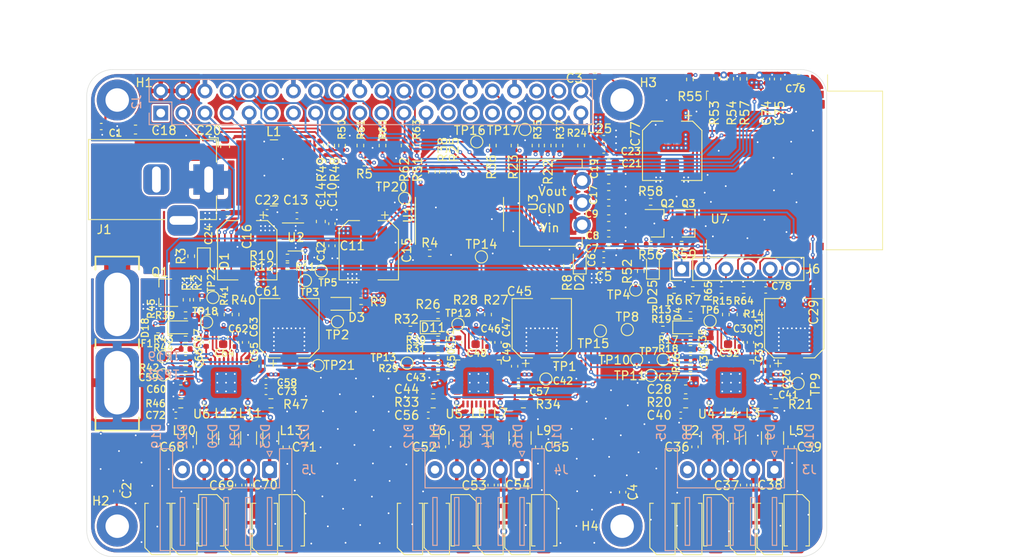
<source format=kicad_pcb>
(kicad_pcb (version 20171130) (host pcbnew "(5.1.12)-1")

  (general
    (thickness 1.6)
    (drawings 15)
    (tracks 1723)
    (zones 0)
    (modules 225)
    (nets 165)
  )

  (page A4)
  (layers
    (0 F.Cu signal)
    (1 In1.Cu power hide)
    (2 In2.Cu power)
    (31 B.Cu signal)
    (32 B.Adhes user hide)
    (33 F.Adhes user hide)
    (34 B.Paste user hide)
    (35 F.Paste user hide)
    (36 B.SilkS user)
    (37 F.SilkS user)
    (38 B.Mask user hide)
    (39 F.Mask user hide)
    (40 Dwgs.User user)
    (41 Cmts.User user hide)
    (42 Eco1.User user hide)
    (43 Eco2.User user hide)
    (44 Edge.Cuts user)
    (45 Margin user hide)
    (46 B.CrtYd user hide)
    (47 F.CrtYd user)
    (48 B.Fab user hide)
    (49 F.Fab user hide)
  )

  (setup
    (last_trace_width 0.2)
    (user_trace_width 0.2)
    (user_trace_width 0.25)
    (user_trace_width 0.3)
    (user_trace_width 0.35)
    (user_trace_width 0.4)
    (user_trace_width 0.45)
    (user_trace_width 0.5)
    (user_trace_width 0.6)
    (user_trace_width 0.7)
    (user_trace_width 0.8)
    (user_trace_width 0.9)
    (user_trace_width 1)
    (trace_clearance 0.2)
    (zone_clearance 0.2)
    (zone_45_only no)
    (trace_min 0.127)
    (via_size 0.8)
    (via_drill 0.4)
    (via_min_size 0.45)
    (via_min_drill 0.2)
    (user_via 0.45 0.2)
    (user_via 0.5 0.25)
    (user_via 0.6 0.3)
    (user_via 0.7 0.35)
    (user_via 0.8 0.4)
    (user_via 0.9 0.45)
    (user_via 1 0.5)
    (uvia_size 0.3)
    (uvia_drill 0.1)
    (uvias_allowed no)
    (uvia_min_size 0.2)
    (uvia_min_drill 0.1)
    (edge_width 0.05)
    (segment_width 0.2)
    (pcb_text_width 0.3)
    (pcb_text_size 1.5 1.5)
    (mod_edge_width 0.12)
    (mod_text_size 1 1)
    (mod_text_width 0.15)
    (pad_size 1.524 1.524)
    (pad_drill 0.762)
    (pad_to_mask_clearance 0)
    (aux_axis_origin 0 0)
    (grid_origin 120 116)
    (visible_elements 7FFFFFFF)
    (pcbplotparams
      (layerselection 0x010fc_ffffffff)
      (usegerberextensions false)
      (usegerberattributes true)
      (usegerberadvancedattributes true)
      (creategerberjobfile true)
      (excludeedgelayer true)
      (linewidth 0.100000)
      (plotframeref false)
      (viasonmask false)
      (mode 1)
      (useauxorigin false)
      (hpglpennumber 1)
      (hpglpenspeed 20)
      (hpglpendiameter 15.000000)
      (psnegative false)
      (psa4output false)
      (plotreference true)
      (plotvalue true)
      (plotinvisibletext false)
      (padsonsilk false)
      (subtractmaskfromsilk false)
      (outputformat 1)
      (mirror false)
      (drillshape 0)
      (scaleselection 1)
      (outputdirectory ""))
  )

  (net 0 "")
  (net 1 +12V)
  (net 2 GND)
  (net 3 +5V)
  (net 4 +3V3)
  (net 5 "/Motor driver 0/VREF")
  (net 6 /OA1_0)
  (net 7 /OA2_0)
  (net 8 /OB1_0)
  (net 9 /OB2_0)
  (net 10 "/Motor driver 1/VREF")
  (net 11 /OA1_1)
  (net 12 /OA2_1)
  (net 13 /OB1_1)
  (net 14 /OB2_1)
  (net 15 "/Motor driver 2/VREF")
  (net 16 /OA1_2)
  (net 17 /OA2_2)
  (net 18 /OB1_2)
  (net 19 /OB2_2)
  (net 20 "Net-(D1-Pad1)")
  (net 21 "Net-(D2-Pad1)")
  (net 22 "Net-(D3-Pad1)")
  (net 23 "Net-(D4-Pad1)")
  (net 24 "Net-(D11-Pad1)")
  (net 25 "Net-(D18-Pad1)")
  (net 26 "Net-(F1-Pad1)")
  (net 27 "Net-(F1-Pad2)")
  (net 28 /GPIO2_PI)
  (net 29 /GPIO3_PI)
  (net 30 /GPIO4_PI)
  (net 31 "/UART_TX(14)_PI")
  (net 32 "/UART_RX(15)_PI")
  (net 33 /GPIO17_PI)
  (net 34 /GPIO18_PI)
  (net 35 /GPIO27_PI)
  (net 36 /GPIO22_PI)
  (net 37 /GPIO23_PI)
  (net 38 /GPIO24_PI)
  (net 39 "/MOSI(10)_PI")
  (net 40 "/MISO(9)_PI")
  (net 41 /GPIO25_PI)
  (net 42 "/CLK(11)_PI")
  (net 43 "/CE0(8)_PI")
  (net 44 /GPIO7_PI)
  (net 45 /GPIO0_PI)
  (net 46 /GPIO1_PI)
  (net 47 /GPIO5_PI)
  (net 48 /GPIO6_PI)
  (net 49 "/PWM0(12)_PI")
  (net 50 "/PWM1(13)_PI")
  (net 51 /GPIO19_PI)
  (net 52 /GPIO16_PI)
  (net 53 /GPIO26_PI)
  (net 54 /GPIO20_PI)
  (net 55 /GPIO21_PI)
  (net 56 "Net-(J3-Pad5)")
  (net 57 "Net-(J4-Pad5)")
  (net 58 "Net-(J5-Pad5)")
  (net 59 /ESP8266/~RTS_ESP)
  (net 60 /ESP8266/~DTR_ESP)
  (net 61 /ESP8266/RX_ESP)
  (net 62 /ESP8266/TX_ESP)
  (net 63 "/Motor driver 0/OA1_FILTERED")
  (net 64 "/Motor driver 0/OA2_FILTERED")
  (net 65 "/Motor driver 0/OB1_FILTERED")
  (net 66 "/Motor driver 0/OB2_FILTERED")
  (net 67 "/Motor driver 1/OA1_FILTERED")
  (net 68 "/Motor driver 1/OA2_FILTERED")
  (net 69 "/Motor driver 1/OB1_FILTERED")
  (net 70 "/Motor driver 1/OB2_FILTERED")
  (net 71 "/Motor driver 2/OA1_FILTERED")
  (net 72 "/Motor driver 2/OA2_FILTERED")
  (net 73 "/Motor driver 2/OB1_FILTERED")
  (net 74 "/Motor driver 2/OB2_FILTERED")
  (net 75 "Net-(Q1-Pad1)")
  (net 76 "Net-(Q2-Pad1)")
  (net 77 "Net-(Q3-Pad1)")
  (net 78 /ESP8266/ADC_ESP)
  (net 79 /GPIO4_ESP)
  (net 80 "/Motor driver 0/DIAG")
  (net 81 "/Motor driver 0/VREF_OVR")
  (net 82 "/Motor driver 0/MS1")
  (net 83 "/Motor driver 0/MS2")
  (net 84 "/Motor driver 0/~PDN_UART")
  (net 85 "/Motor driver 1/DIAG")
  (net 86 "/Motor driver 1/VREF_OVR")
  (net 87 "/Motor driver 1/MS1")
  (net 88 "/Motor driver 1/MS2")
  (net 89 "/Motor driver 1/~PDN_UART")
  (net 90 "/Motor driver 2/DIAG")
  (net 91 "/Motor driver 2/VREF_OVR")
  (net 92 "/Motor driver 2/MS1")
  (net 93 "/Motor driver 2/MS2")
  (net 94 "/Motor driver 2/~PDN_UART")
  (net 95 "Net-(U1-Pad1)")
  (net 96 "Net-(U1-Pad2)")
  (net 97 "Net-(U1-Pad4)")
  (net 98 "Net-(U1-Pad5)")
  (net 99 "Net-(U1-Pad12)")
  (net 100 "Net-(U4-Pad2)")
  (net 101 "Net-(U5-Pad2)")
  (net 102 "Net-(U6-Pad2)")
  (net 103 /ESP8266/~RST)
  (net 104 VD)
  (net 105 "Net-(C1-Pad2)")
  (net 106 "Net-(C2-Pad2)")
  (net 107 "Net-(C3-Pad2)")
  (net 108 "Net-(C4-Pad2)")
  (net 109 "Net-(C13-Pad2)")
  (net 110 "Net-(C13-Pad1)")
  (net 111 "Net-(C31-Pad1)")
  (net 112 "Net-(C33-Pad2)")
  (net 113 "Net-(C33-Pad1)")
  (net 114 "Net-(C40-Pad2)")
  (net 115 "Net-(C41-Pad2)")
  (net 116 "Net-(C47-Pad1)")
  (net 117 "Net-(C49-Pad2)")
  (net 118 "Net-(C49-Pad1)")
  (net 119 "Net-(C56-Pad2)")
  (net 120 "Net-(C57-Pad2)")
  (net 121 "Net-(C63-Pad1)")
  (net 122 "Net-(C65-Pad2)")
  (net 123 "Net-(C65-Pad1)")
  (net 124 "Net-(C72-Pad2)")
  (net 125 "Net-(C73-Pad2)")
  (net 126 "/Motor driver 0/V5V_REF")
  (net 127 "/Motor driver 1/V5V_REF")
  (net 128 "/Motor driver 2/V5V_REF")
  (net 129 "Net-(U4-Pad31)")
  (net 130 "Net-(U4-Pad29)")
  (net 131 "Net-(U4-Pad28)")
  (net 132 "Net-(U4-Pad26)")
  (net 133 "Net-(U4-Pad23)")
  (net 134 "Net-(U4-Pad21)")
  (net 135 "Net-(U4-Pad4)")
  (net 136 "Net-(U5-Pad31)")
  (net 137 "Net-(U5-Pad29)")
  (net 138 "Net-(U5-Pad28)")
  (net 139 "Net-(U5-Pad26)")
  (net 140 "Net-(U5-Pad23)")
  (net 141 "Net-(U5-Pad21)")
  (net 142 "Net-(U5-Pad4)")
  (net 143 "Net-(U6-Pad31)")
  (net 144 "Net-(U6-Pad29)")
  (net 145 "Net-(U6-Pad28)")
  (net 146 "Net-(U6-Pad26)")
  (net 147 "Net-(U6-Pad23)")
  (net 148 "Net-(U6-Pad21)")
  (net 149 "Net-(U6-Pad4)")
  (net 150 /ESP8266/GPIO5)
  (net 151 /ESP8266/GPIO0)
  (net 152 /ESP8266/GPIO2)
  (net 153 /ESP8266/EN)
  (net 154 /ESP8266/CS)
  (net 155 /ESP8266/MISO)
  (net 156 /ESP8266/MOSI)
  (net 157 /ESP8266/CLK)
  (net 158 /ESP8266/TX)
  (net 159 /ESP8266/RX)
  (net 160 "Net-(D25-Pad1)")
  (net 161 "Net-(R10-Pad1)")
  (net 162 "Net-(R19-Pad2)")
  (net 163 "Net-(R32-Pad2)")
  (net 164 "Net-(R45-Pad2)")

  (net_class Default "This is the default net class."
    (clearance 0.2)
    (trace_width 0.25)
    (via_dia 0.8)
    (via_drill 0.4)
    (uvia_dia 0.3)
    (uvia_drill 0.1)
    (add_net +12V)
    (add_net +3V3)
    (add_net +5V)
    (add_net "/CE0(8)_PI")
    (add_net "/CLK(11)_PI")
    (add_net /ESP8266/ADC_ESP)
    (add_net /ESP8266/CLK)
    (add_net /ESP8266/CS)
    (add_net /ESP8266/EN)
    (add_net /ESP8266/GPIO0)
    (add_net /ESP8266/GPIO2)
    (add_net /ESP8266/GPIO5)
    (add_net /ESP8266/MISO)
    (add_net /ESP8266/MOSI)
    (add_net /ESP8266/RX)
    (add_net /ESP8266/RX_ESP)
    (add_net /ESP8266/TX)
    (add_net /ESP8266/TX_ESP)
    (add_net /ESP8266/~DTR_ESP)
    (add_net /ESP8266/~RST)
    (add_net /ESP8266/~RTS_ESP)
    (add_net /GPIO0_PI)
    (add_net /GPIO16_PI)
    (add_net /GPIO17_PI)
    (add_net /GPIO18_PI)
    (add_net /GPIO19_PI)
    (add_net /GPIO1_PI)
    (add_net /GPIO20_PI)
    (add_net /GPIO21_PI)
    (add_net /GPIO22_PI)
    (add_net /GPIO23_PI)
    (add_net /GPIO24_PI)
    (add_net /GPIO25_PI)
    (add_net /GPIO26_PI)
    (add_net /GPIO27_PI)
    (add_net /GPIO2_PI)
    (add_net /GPIO3_PI)
    (add_net /GPIO4_ESP)
    (add_net /GPIO4_PI)
    (add_net /GPIO5_PI)
    (add_net /GPIO6_PI)
    (add_net /GPIO7_PI)
    (add_net "/MISO(9)_PI")
    (add_net "/MOSI(10)_PI")
    (add_net "/Motor driver 0/DIAG")
    (add_net "/Motor driver 0/MS1")
    (add_net "/Motor driver 0/MS2")
    (add_net "/Motor driver 0/OA1_FILTERED")
    (add_net "/Motor driver 0/OA2_FILTERED")
    (add_net "/Motor driver 0/OB1_FILTERED")
    (add_net "/Motor driver 0/OB2_FILTERED")
    (add_net "/Motor driver 0/V5V_REF")
    (add_net "/Motor driver 0/VREF")
    (add_net "/Motor driver 0/VREF_OVR")
    (add_net "/Motor driver 0/~PDN_UART")
    (add_net "/Motor driver 1/DIAG")
    (add_net "/Motor driver 1/MS1")
    (add_net "/Motor driver 1/MS2")
    (add_net "/Motor driver 1/OA1_FILTERED")
    (add_net "/Motor driver 1/OA2_FILTERED")
    (add_net "/Motor driver 1/OB1_FILTERED")
    (add_net "/Motor driver 1/OB2_FILTERED")
    (add_net "/Motor driver 1/V5V_REF")
    (add_net "/Motor driver 1/VREF")
    (add_net "/Motor driver 1/VREF_OVR")
    (add_net "/Motor driver 1/~PDN_UART")
    (add_net "/Motor driver 2/DIAG")
    (add_net "/Motor driver 2/MS1")
    (add_net "/Motor driver 2/MS2")
    (add_net "/Motor driver 2/OA1_FILTERED")
    (add_net "/Motor driver 2/OA2_FILTERED")
    (add_net "/Motor driver 2/OB1_FILTERED")
    (add_net "/Motor driver 2/OB2_FILTERED")
    (add_net "/Motor driver 2/V5V_REF")
    (add_net "/Motor driver 2/VREF")
    (add_net "/Motor driver 2/VREF_OVR")
    (add_net "/Motor driver 2/~PDN_UART")
    (add_net /OA1_0)
    (add_net /OA1_1)
    (add_net /OA1_2)
    (add_net /OA2_0)
    (add_net /OA2_1)
    (add_net /OA2_2)
    (add_net /OB1_0)
    (add_net /OB1_1)
    (add_net /OB1_2)
    (add_net /OB2_0)
    (add_net /OB2_1)
    (add_net /OB2_2)
    (add_net "/PWM0(12)_PI")
    (add_net "/PWM1(13)_PI")
    (add_net "/UART_RX(15)_PI")
    (add_net "/UART_TX(14)_PI")
    (add_net GND)
    (add_net "Net-(C1-Pad2)")
    (add_net "Net-(C13-Pad1)")
    (add_net "Net-(C13-Pad2)")
    (add_net "Net-(C2-Pad2)")
    (add_net "Net-(C3-Pad2)")
    (add_net "Net-(C31-Pad1)")
    (add_net "Net-(C33-Pad1)")
    (add_net "Net-(C33-Pad2)")
    (add_net "Net-(C4-Pad2)")
    (add_net "Net-(C40-Pad2)")
    (add_net "Net-(C41-Pad2)")
    (add_net "Net-(C47-Pad1)")
    (add_net "Net-(C49-Pad1)")
    (add_net "Net-(C49-Pad2)")
    (add_net "Net-(C56-Pad2)")
    (add_net "Net-(C57-Pad2)")
    (add_net "Net-(C63-Pad1)")
    (add_net "Net-(C65-Pad1)")
    (add_net "Net-(C65-Pad2)")
    (add_net "Net-(C72-Pad2)")
    (add_net "Net-(C73-Pad2)")
    (add_net "Net-(D1-Pad1)")
    (add_net "Net-(D11-Pad1)")
    (add_net "Net-(D18-Pad1)")
    (add_net "Net-(D2-Pad1)")
    (add_net "Net-(D25-Pad1)")
    (add_net "Net-(D3-Pad1)")
    (add_net "Net-(D4-Pad1)")
    (add_net "Net-(F1-Pad1)")
    (add_net "Net-(F1-Pad2)")
    (add_net "Net-(J3-Pad5)")
    (add_net "Net-(J4-Pad5)")
    (add_net "Net-(J5-Pad5)")
    (add_net "Net-(Q1-Pad1)")
    (add_net "Net-(Q2-Pad1)")
    (add_net "Net-(Q3-Pad1)")
    (add_net "Net-(R10-Pad1)")
    (add_net "Net-(R19-Pad2)")
    (add_net "Net-(R32-Pad2)")
    (add_net "Net-(R45-Pad2)")
    (add_net "Net-(U1-Pad1)")
    (add_net "Net-(U1-Pad12)")
    (add_net "Net-(U1-Pad2)")
    (add_net "Net-(U1-Pad4)")
    (add_net "Net-(U1-Pad5)")
    (add_net "Net-(U4-Pad2)")
    (add_net "Net-(U4-Pad21)")
    (add_net "Net-(U4-Pad23)")
    (add_net "Net-(U4-Pad26)")
    (add_net "Net-(U4-Pad28)")
    (add_net "Net-(U4-Pad29)")
    (add_net "Net-(U4-Pad31)")
    (add_net "Net-(U4-Pad4)")
    (add_net "Net-(U5-Pad2)")
    (add_net "Net-(U5-Pad21)")
    (add_net "Net-(U5-Pad23)")
    (add_net "Net-(U5-Pad26)")
    (add_net "Net-(U5-Pad28)")
    (add_net "Net-(U5-Pad29)")
    (add_net "Net-(U5-Pad31)")
    (add_net "Net-(U5-Pad4)")
    (add_net "Net-(U6-Pad2)")
    (add_net "Net-(U6-Pad21)")
    (add_net "Net-(U6-Pad23)")
    (add_net "Net-(U6-Pad26)")
    (add_net "Net-(U6-Pad28)")
    (add_net "Net-(U6-Pad29)")
    (add_net "Net-(U6-Pad31)")
    (add_net "Net-(U6-Pad4)")
    (add_net VD)
  )

  (module Package_SO:SOIC-16_3.9x9.9mm_P1.27mm (layer F.Cu) (tedit 5D9F72B1) (tstamp 61AF3BEB)
    (at 162.814 76.646 90)
    (descr "SOIC, 16 Pin (JEDEC MS-012AC, https://www.analog.com/media/en/package-pcb-resources/package/pkg_pdf/soic_narrow-r/r_16.pdf), generated with kicad-footprint-generator ipc_gullwing_generator.py")
    (tags "SOIC SO")
    (path /604F82D8)
    (attr smd)
    (fp_text reference U1 (at 0 -5.9 90) (layer F.SilkS)
      (effects (font (size 1 1) (thickness 0.15)))
    )
    (fp_text value 74HC4051 (at 0 5.9 90) (layer F.Fab)
      (effects (font (size 1 1) (thickness 0.15)))
    )
    (fp_line (start 0 5.06) (end 1.95 5.06) (layer F.SilkS) (width 0.12))
    (fp_line (start 0 5.06) (end -1.95 5.06) (layer F.SilkS) (width 0.12))
    (fp_line (start 0 -5.06) (end 1.95 -5.06) (layer F.SilkS) (width 0.12))
    (fp_line (start 0 -5.06) (end -3.45 -5.06) (layer F.SilkS) (width 0.12))
    (fp_line (start -0.975 -4.95) (end 1.95 -4.95) (layer F.Fab) (width 0.1))
    (fp_line (start 1.95 -4.95) (end 1.95 4.95) (layer F.Fab) (width 0.1))
    (fp_line (start 1.95 4.95) (end -1.95 4.95) (layer F.Fab) (width 0.1))
    (fp_line (start -1.95 4.95) (end -1.95 -3.975) (layer F.Fab) (width 0.1))
    (fp_line (start -1.95 -3.975) (end -0.975 -4.95) (layer F.Fab) (width 0.1))
    (fp_line (start -3.7 -5.2) (end -3.7 5.2) (layer F.CrtYd) (width 0.05))
    (fp_line (start -3.7 5.2) (end 3.7 5.2) (layer F.CrtYd) (width 0.05))
    (fp_line (start 3.7 5.2) (end 3.7 -5.2) (layer F.CrtYd) (width 0.05))
    (fp_line (start 3.7 -5.2) (end -3.7 -5.2) (layer F.CrtYd) (width 0.05))
    (fp_text user %R (at 0 0 90) (layer F.Fab)
      (effects (font (size 0.98 0.98) (thickness 0.15)))
    )
    (pad 16 smd roundrect (at 2.475 -4.445 90) (size 1.95 0.6) (layers F.Cu F.Paste F.Mask) (roundrect_rratio 0.25)
      (net 104 VD))
    (pad 15 smd roundrect (at 2.475 -3.175 90) (size 1.95 0.6) (layers F.Cu F.Paste F.Mask) (roundrect_rratio 0.25)
      (net 94 "/Motor driver 2/~PDN_UART"))
    (pad 14 smd roundrect (at 2.475 -1.905 90) (size 1.95 0.6) (layers F.Cu F.Paste F.Mask) (roundrect_rratio 0.25)
      (net 89 "/Motor driver 1/~PDN_UART"))
    (pad 13 smd roundrect (at 2.475 -0.635 90) (size 1.95 0.6) (layers F.Cu F.Paste F.Mask) (roundrect_rratio 0.25)
      (net 84 "/Motor driver 0/~PDN_UART"))
    (pad 12 smd roundrect (at 2.475 0.635 90) (size 1.95 0.6) (layers F.Cu F.Paste F.Mask) (roundrect_rratio 0.25)
      (net 99 "Net-(U1-Pad12)"))
    (pad 11 smd roundrect (at 2.475 1.905 90) (size 1.95 0.6) (layers F.Cu F.Paste F.Mask) (roundrect_rratio 0.25)
      (net 37 /GPIO23_PI))
    (pad 10 smd roundrect (at 2.475 3.175 90) (size 1.95 0.6) (layers F.Cu F.Paste F.Mask) (roundrect_rratio 0.25)
      (net 38 /GPIO24_PI))
    (pad 9 smd roundrect (at 2.475 4.445 90) (size 1.95 0.6) (layers F.Cu F.Paste F.Mask) (roundrect_rratio 0.25)
      (net 41 /GPIO25_PI))
    (pad 8 smd roundrect (at -2.475 4.445 90) (size 1.95 0.6) (layers F.Cu F.Paste F.Mask) (roundrect_rratio 0.25)
      (net 2 GND))
    (pad 7 smd roundrect (at -2.475 3.175 90) (size 1.95 0.6) (layers F.Cu F.Paste F.Mask) (roundrect_rratio 0.25)
      (net 2 GND))
    (pad 6 smd roundrect (at -2.475 1.905 90) (size 1.95 0.6) (layers F.Cu F.Paste F.Mask) (roundrect_rratio 0.25)
      (net 36 /GPIO22_PI))
    (pad 5 smd roundrect (at -2.475 0.635 90) (size 1.95 0.6) (layers F.Cu F.Paste F.Mask) (roundrect_rratio 0.25)
      (net 98 "Net-(U1-Pad5)"))
    (pad 4 smd roundrect (at -2.475 -0.635 90) (size 1.95 0.6) (layers F.Cu F.Paste F.Mask) (roundrect_rratio 0.25)
      (net 97 "Net-(U1-Pad4)"))
    (pad 3 smd roundrect (at -2.475 -1.905 90) (size 1.95 0.6) (layers F.Cu F.Paste F.Mask) (roundrect_rratio 0.25)
      (net 32 "/UART_RX(15)_PI"))
    (pad 2 smd roundrect (at -2.475 -3.175 90) (size 1.95 0.6) (layers F.Cu F.Paste F.Mask) (roundrect_rratio 0.25)
      (net 96 "Net-(U1-Pad2)"))
    (pad 1 smd roundrect (at -2.475 -4.445 90) (size 1.95 0.6) (layers F.Cu F.Paste F.Mask) (roundrect_rratio 0.25)
      (net 95 "Net-(U1-Pad1)"))
    (model ${KISYS3DMOD}/Package_SO.3dshapes/SOIC-16_3.9x9.9mm_P1.27mm.wrl
      (at (xyz 0 0 0))
      (scale (xyz 1 1 1))
      (rotate (xyz 0 0 0))
    )
  )

  (module Resistor_SMD:R_0402_1005Metric (layer F.Cu) (tedit 5F68FEEE) (tstamp 61B50DC3)
    (at 151.889001 70.7 180)
    (descr "Resistor SMD 0402 (1005 Metric), square (rectangular) end terminal, IPC_7351 nominal, (Body size source: IPC-SM-782 page 72, https://www.pcb-3d.com/wordpress/wp-content/uploads/ipc-sm-782a_amendment_1_and_2.pdf), generated with kicad-footprint-generator")
    (tags resistor)
    (path /61C0D797)
    (attr smd)
    (fp_text reference R5 (at 0 -1.3) (layer F.SilkS)
      (effects (font (size 1 1) (thickness 0.15)))
    )
    (fp_text value "10.2 k" (at 0 1.17) (layer F.Fab)
      (effects (font (size 1 1) (thickness 0.15)))
    )
    (fp_line (start -0.525 0.27) (end -0.525 -0.27) (layer F.Fab) (width 0.1))
    (fp_line (start -0.525 -0.27) (end 0.525 -0.27) (layer F.Fab) (width 0.1))
    (fp_line (start 0.525 -0.27) (end 0.525 0.27) (layer F.Fab) (width 0.1))
    (fp_line (start 0.525 0.27) (end -0.525 0.27) (layer F.Fab) (width 0.1))
    (fp_line (start -0.153641 -0.38) (end 0.153641 -0.38) (layer F.SilkS) (width 0.12))
    (fp_line (start -0.153641 0.38) (end 0.153641 0.38) (layer F.SilkS) (width 0.12))
    (fp_line (start -0.93 0.47) (end -0.93 -0.47) (layer F.CrtYd) (width 0.05))
    (fp_line (start -0.93 -0.47) (end 0.93 -0.47) (layer F.CrtYd) (width 0.05))
    (fp_line (start 0.93 -0.47) (end 0.93 0.47) (layer F.CrtYd) (width 0.05))
    (fp_line (start 0.93 0.47) (end -0.93 0.47) (layer F.CrtYd) (width 0.05))
    (fp_text user %R (at 0 0) (layer F.Fab)
      (effects (font (size 0.26 0.26) (thickness 0.04)))
    )
    (pad 2 smd roundrect (at 0.51 0 180) (size 0.54 0.64) (layers F.Cu F.Paste F.Mask) (roundrect_rratio 0.25)
      (net 36 /GPIO22_PI))
    (pad 1 smd roundrect (at -0.51 0 180) (size 0.54 0.64) (layers F.Cu F.Paste F.Mask) (roundrect_rratio 0.25)
      (net 104 VD))
    (model ${KISYS3DMOD}/Resistor_SMD.3dshapes/R_0402_1005Metric.wrl
      (at (xyz 0 0 0))
      (scale (xyz 1 1 1))
      (rotate (xyz 0 0 0))
    )
  )

  (module SaMcam_shield:Motor_Driver_Trinamic_TMC2202-WA (layer F.Cu) (tedit 6196AAFE) (tstamp 61A29B1D)
    (at 194 96 180)
    (descr "Motor driver")
    (tags "Motor driver")
    (path /60355F25/60356E5D)
    (attr smd)
    (fp_text reference U4 (at 2.8 -3.6) (layer F.SilkS)
      (effects (font (size 1 1) (thickness 0.15)))
    )
    (fp_text value TMC2202-WA_motor_driver (at 0 3.8) (layer F.Fab)
      (effects (font (size 1 1) (thickness 0.15)))
    )
    (fp_line (start 2.135 -2.61) (end 2.61 -2.61) (layer F.SilkS) (width 0.12))
    (fp_line (start 2.61 -2.61) (end 2.61 -2.135) (layer F.SilkS) (width 0.12))
    (fp_line (start -2.135 2.61) (end -2.61 2.61) (layer F.SilkS) (width 0.12))
    (fp_line (start -2.61 2.61) (end -2.61 2.135) (layer F.SilkS) (width 0.12))
    (fp_line (start 2.135 2.61) (end 2.61 2.61) (layer F.SilkS) (width 0.12))
    (fp_line (start 2.61 2.61) (end 2.61 2.135) (layer F.SilkS) (width 0.12))
    (fp_line (start -2.135 -2.61) (end -2.61 -2.61) (layer F.SilkS) (width 0.12))
    (fp_line (start -1.5 -2.5) (end 2.5 -2.5) (layer F.Fab) (width 0.1))
    (fp_line (start 2.5 -2.5) (end 2.5 2.5) (layer F.Fab) (width 0.1))
    (fp_line (start 2.5 2.5) (end -2.5 2.5) (layer F.Fab) (width 0.1))
    (fp_line (start -2.5 2.5) (end -2.5 -1.5) (layer F.Fab) (width 0.1))
    (fp_line (start -2.5 -1.5) (end -1.5 -2.5) (layer F.Fab) (width 0.1))
    (fp_line (start -3.1 -3.1) (end -3.1 3.1) (layer F.CrtYd) (width 0.05))
    (fp_line (start -3.1 3.1) (end 3.1 3.1) (layer F.CrtYd) (width 0.05))
    (fp_line (start 3.1 3.1) (end 3.1 -3.1) (layer F.CrtYd) (width 0.05))
    (fp_line (start 3.1 -3.1) (end -3.1 -3.1) (layer F.CrtYd) (width 0.05))
    (fp_text user %R (at 0 -0.515001) (layer F.Fab)
      (effects (font (size 1 1) (thickness 0.15)))
    )
    (pad "" smd custom (at 1.425 1.425 180) (size 0.601758 0.601758) (layers F.Paste)
      (options (clearance outline) (anchor circle))
      (primitives
        (gr_poly (pts
           (xy -0.259112 -0.189911) (xy -0.189911 -0.259112) (xy 0.259112 -0.259112) (xy 0.259112 0.259112) (xy -0.259112 0.259112)
) (width 0.167068))
      ))
    (pad "" smd custom (at 1.425 -1.425 180) (size 0.601758 0.601758) (layers F.Paste)
      (options (clearance outline) (anchor circle))
      (primitives
        (gr_poly (pts
           (xy -0.259112 -0.259112) (xy 0.259112 -0.259112) (xy 0.259112 0.259112) (xy -0.189911 0.259112) (xy -0.259112 0.189911)
) (width 0.167068))
      ))
    (pad "" smd custom (at -1.425 1.425 180) (size 0.601758 0.601758) (layers F.Paste)
      (options (clearance outline) (anchor circle))
      (primitives
        (gr_poly (pts
           (xy -0.259112 -0.259112) (xy 0.189911 -0.259112) (xy 0.259112 -0.189911) (xy 0.259112 0.259112) (xy -0.259112 0.259112)
) (width 0.167068))
      ))
    (pad "" smd custom (at -1.425 -1.425 180) (size 0.601758 0.601758) (layers F.Paste)
      (options (clearance outline) (anchor circle))
      (primitives
        (gr_poly (pts
           (xy -0.259112 -0.259112) (xy 0.259112 -0.259112) (xy 0.259112 0.189911) (xy 0.189911 0.259112) (xy -0.259112 0.259112)
) (width 0.167068))
      ))
    (pad "" smd custom (at 0.5 1.425 180) (size 0.612035 0.612035) (layers F.Paste)
      (options (clearance outline) (anchor circle))
      (primitives
        (gr_poly (pts
           (xy -0.329856 -0.2087) (xy -0.269167 -0.269389) (xy 0.269167 -0.269389) (xy 0.329856 -0.2087) (xy 0.329856 0.269389)
           (xy -0.329856 0.269389)) (width 0.146515))
      ))
    (pad "" smd custom (at -0.5 1.425 180) (size 0.612035 0.612035) (layers F.Paste)
      (options (clearance outline) (anchor circle))
      (primitives
        (gr_poly (pts
           (xy -0.329856 -0.2087) (xy -0.269167 -0.269389) (xy 0.269167 -0.269389) (xy 0.329856 -0.2087) (xy 0.329856 0.269389)
           (xy -0.329856 0.269389)) (width 0.146515))
      ))
    (pad "" smd custom (at 0.5 -1.425 180) (size 0.612035 0.612035) (layers F.Paste)
      (options (clearance outline) (anchor circle))
      (primitives
        (gr_poly (pts
           (xy -0.329856 -0.269389) (xy 0.329856 -0.269389) (xy 0.329856 0.2087) (xy 0.269167 0.269389) (xy -0.269167 0.269389)
           (xy -0.329856 0.2087)) (width 0.146515))
      ))
    (pad "" smd custom (at -0.5 -1.425 180) (size 0.612035 0.612035) (layers F.Paste)
      (options (clearance outline) (anchor circle))
      (primitives
        (gr_poly (pts
           (xy -0.329856 -0.269389) (xy 0.329856 -0.269389) (xy 0.329856 0.2087) (xy 0.269167 0.269389) (xy -0.269167 0.269389)
           (xy -0.329856 0.2087)) (width 0.146515))
      ))
    (pad "" smd custom (at 1.425 0.5 180) (size 0.612035 0.612035) (layers F.Paste)
      (options (clearance outline) (anchor circle))
      (primitives
        (gr_poly (pts
           (xy -0.269389 -0.269167) (xy -0.2087 -0.329856) (xy 0.269389 -0.329856) (xy 0.269389 0.329856) (xy -0.2087 0.329856)
           (xy -0.269389 0.269167)) (width 0.146515))
      ))
    (pad "" smd custom (at 1.425 -0.5 180) (size 0.612035 0.612035) (layers F.Paste)
      (options (clearance outline) (anchor circle))
      (primitives
        (gr_poly (pts
           (xy -0.269389 -0.269167) (xy -0.2087 -0.329856) (xy 0.269389 -0.329856) (xy 0.269389 0.329856) (xy -0.2087 0.329856)
           (xy -0.269389 0.269167)) (width 0.146515))
      ))
    (pad "" smd custom (at -1.425 0.5 180) (size 0.612035 0.612035) (layers F.Paste)
      (options (clearance outline) (anchor circle))
      (primitives
        (gr_poly (pts
           (xy -0.269389 -0.329856) (xy 0.2087 -0.329856) (xy 0.269389 -0.269167) (xy 0.269389 0.269167) (xy 0.2087 0.329856)
           (xy -0.269389 0.329856)) (width 0.146515))
      ))
    (pad "" smd custom (at -1.425 -0.5 180) (size 0.612035 0.612035) (layers F.Paste)
      (options (clearance outline) (anchor circle))
      (primitives
        (gr_poly (pts
           (xy -0.269389 -0.329856) (xy 0.2087 -0.329856) (xy 0.269389 -0.269167) (xy 0.269389 0.269167) (xy 0.2087 0.329856)
           (xy -0.269389 0.329856)) (width 0.146515))
      ))
    (pad "" smd roundrect (at 0.5 0.5 180) (size 0.806226 0.806226) (layers F.Paste) (roundrect_rratio 0.25))
    (pad "" smd roundrect (at 0.5 -0.5 180) (size 0.806226 0.806226) (layers F.Paste) (roundrect_rratio 0.25))
    (pad "" smd roundrect (at -0.5 0.5 180) (size 0.806226 0.806226) (layers F.Paste) (roundrect_rratio 0.25))
    (pad "" smd roundrect (at -0.5 -0.5 180) (size 0.806226 0.806226) (layers F.Paste) (roundrect_rratio 0.25))
    (pad 33 smd rect (at 0 0 180) (size 2.5 2.5) (layers B.Cu)
      (net 2 GND))
    (pad 33 thru_hole circle (at 1 1 180) (size 0.5 0.5) (drill 0.2) (layers *.Cu)
      (net 2 GND))
    (pad 33 thru_hole circle (at 0 1 180) (size 0.5 0.5) (drill 0.2) (layers *.Cu)
      (net 2 GND))
    (pad 33 thru_hole circle (at -1 1 180) (size 0.5 0.5) (drill 0.2) (layers *.Cu)
      (net 2 GND))
    (pad 33 thru_hole circle (at 1 0 180) (size 0.5 0.5) (drill 0.2) (layers *.Cu)
      (net 2 GND))
    (pad 33 thru_hole circle (at 0 0 180) (size 0.5 0.5) (drill 0.2) (layers *.Cu)
      (net 2 GND))
    (pad 33 thru_hole circle (at -1 0 180) (size 0.5 0.5) (drill 0.2) (layers *.Cu)
      (net 2 GND))
    (pad 33 thru_hole circle (at 1 -1 180) (size 0.5 0.5) (drill 0.2) (layers *.Cu)
      (net 2 GND))
    (pad 33 thru_hole circle (at 0 -1 180) (size 0.5 0.5) (drill 0.2) (layers *.Cu)
      (net 2 GND))
    (pad 33 thru_hole circle (at -1 -1 180) (size 0.5 0.5) (drill 0.2) (layers *.Cu)
      (net 2 GND))
    (pad 33 smd rect (at 0 0 180) (size 3.7 3.7) (layers F.Cu F.Mask)
      (net 2 GND))
    (pad 32 smd roundrect (at -1.75 -2.45 180) (size 0.25 0.8) (layers F.Cu F.Paste F.Mask) (roundrect_rratio 0.25)
      (net 115 "Net-(C41-Pad2)"))
    (pad 31 smd roundrect (at -1.25 -2.45 180) (size 0.25 0.8) (layers F.Cu F.Paste F.Mask) (roundrect_rratio 0.25)
      (net 129 "Net-(U4-Pad31)"))
    (pad 30 smd roundrect (at -0.75 -2.45 180) (size 0.25 0.8) (layers F.Cu F.Paste F.Mask) (roundrect_rratio 0.25)
      (net 65 "/Motor driver 0/OB1_FILTERED"))
    (pad 29 smd roundrect (at -0.25 -2.45 180) (size 0.25 0.8) (layers F.Cu F.Paste F.Mask) (roundrect_rratio 0.25)
      (net 130 "Net-(U4-Pad29)"))
    (pad 28 smd roundrect (at 0.25 -2.45 180) (size 0.25 0.8) (layers F.Cu F.Paste F.Mask) (roundrect_rratio 0.25)
      (net 131 "Net-(U4-Pad28)"))
    (pad 27 smd roundrect (at 0.75 -2.45 180) (size 0.25 0.8) (layers F.Cu F.Paste F.Mask) (roundrect_rratio 0.25)
      (net 63 "/Motor driver 0/OA1_FILTERED"))
    (pad 26 smd roundrect (at 1.25 -2.45 180) (size 0.25 0.8) (layers F.Cu F.Paste F.Mask) (roundrect_rratio 0.25)
      (net 132 "Net-(U4-Pad26)"))
    (pad 25 smd roundrect (at 1.75 -2.45 180) (size 0.25 0.8) (layers F.Cu F.Paste F.Mask) (roundrect_rratio 0.25)
      (net 114 "Net-(C40-Pad2)"))
    (pad 24 smd roundrect (at 2.45 -1.75 180) (size 0.8 0.25) (layers F.Cu F.Paste F.Mask) (roundrect_rratio 0.25)
      (net 64 "/Motor driver 0/OA2_FILTERED"))
    (pad 23 smd roundrect (at 2.45 -1.25 180) (size 0.8 0.25) (layers F.Cu F.Paste F.Mask) (roundrect_rratio 0.25)
      (net 133 "Net-(U4-Pad23)"))
    (pad 22 smd roundrect (at 2.45 -0.75 180) (size 0.8 0.25) (layers F.Cu F.Paste F.Mask) (roundrect_rratio 0.25)
      (net 1 +12V))
    (pad 21 smd roundrect (at 2.45 -0.25 180) (size 0.8 0.25) (layers F.Cu F.Paste F.Mask) (roundrect_rratio 0.25)
      (net 134 "Net-(U4-Pad21)"))
    (pad 20 smd roundrect (at 2.45 0.25 180) (size 0.8 0.25) (layers F.Cu F.Paste F.Mask) (roundrect_rratio 0.25)
      (net 54 /GPIO20_PI))
    (pad 19 smd roundrect (at 2.45 0.75 180) (size 0.8 0.25) (layers F.Cu F.Paste F.Mask) (roundrect_rratio 0.25)
      (net 2 GND))
    (pad 18 smd roundrect (at 2.45 1.25 180) (size 0.8 0.25) (layers F.Cu F.Paste F.Mask) (roundrect_rratio 0.25)
      (net 5 "/Motor driver 0/VREF"))
    (pad 17 smd roundrect (at 2.45 1.75 180) (size 0.8 0.25) (layers F.Cu F.Paste F.Mask) (roundrect_rratio 0.25)
      (net 50 "/PWM1(13)_PI"))
    (pad 16 smd roundrect (at 1.75 2.45 180) (size 0.25 0.8) (layers F.Cu F.Paste F.Mask) (roundrect_rratio 0.25)
      (net 104 VD))
    (pad 15 smd roundrect (at 1.25 2.45 180) (size 0.25 0.8) (layers F.Cu F.Paste F.Mask) (roundrect_rratio 0.25)
      (net 162 "Net-(R19-Pad2)"))
    (pad 14 smd roundrect (at 0.75 2.45 180) (size 0.25 0.8) (layers F.Cu F.Paste F.Mask) (roundrect_rratio 0.25)
      (net 2 GND))
    (pad 13 smd roundrect (at 0.25 2.45 180) (size 0.25 0.8) (layers F.Cu F.Paste F.Mask) (roundrect_rratio 0.25)
      (net 80 "/Motor driver 0/DIAG"))
    (pad 12 smd roundrect (at -0.25 2.45 180) (size 0.25 0.8) (layers F.Cu F.Paste F.Mask) (roundrect_rratio 0.25)
      (net 83 "/Motor driver 0/MS2"))
    (pad 11 smd roundrect (at -0.75 2.45 180) (size 0.25 0.8) (layers F.Cu F.Paste F.Mask) (roundrect_rratio 0.25)
      (net 82 "/Motor driver 0/MS1"))
    (pad 10 smd roundrect (at -1.25 2.45 180) (size 0.25 0.8) (layers F.Cu F.Paste F.Mask) (roundrect_rratio 0.25)
      (net 126 "/Motor driver 0/V5V_REF"))
    (pad 9 smd roundrect (at -1.75 2.45 180) (size 0.25 0.8) (layers F.Cu F.Paste F.Mask) (roundrect_rratio 0.25)
      (net 111 "Net-(C31-Pad1)"))
    (pad 8 smd roundrect (at -2.45 1.75 180) (size 0.8 0.25) (layers F.Cu F.Paste F.Mask) (roundrect_rratio 0.25)
      (net 113 "Net-(C33-Pad1)"))
    (pad 7 smd roundrect (at -2.45 1.25 180) (size 0.8 0.25) (layers F.Cu F.Paste F.Mask) (roundrect_rratio 0.25)
      (net 112 "Net-(C33-Pad2)"))
    (pad 6 smd roundrect (at -2.45 0.75 180) (size 0.8 0.25) (layers F.Cu F.Paste F.Mask) (roundrect_rratio 0.25)
      (net 2 GND))
    (pad 5 smd roundrect (at -2.45 0.25 180) (size 0.8 0.25) (layers F.Cu F.Paste F.Mask) (roundrect_rratio 0.25)
      (net 55 /GPIO21_PI))
    (pad 4 smd roundrect (at -2.45 -0.25 180) (size 0.8 0.25) (layers F.Cu F.Paste F.Mask) (roundrect_rratio 0.25)
      (net 135 "Net-(U4-Pad4)"))
    (pad 3 smd roundrect (at -2.45 -0.75 180) (size 0.8 0.25) (layers F.Cu F.Paste F.Mask) (roundrect_rratio 0.25)
      (net 1 +12V))
    (pad 2 smd roundrect (at -2.45 -1.25 180) (size 0.8 0.25) (layers F.Cu F.Paste F.Mask) (roundrect_rratio 0.25)
      (net 100 "Net-(U4-Pad2)"))
    (pad 1 smd roundrect (at -2.45 -1.75 180) (size 0.8 0.25) (layers F.Cu F.Paste F.Mask) (roundrect_rratio 0.25)
      (net 66 "/Motor driver 0/OB2_FILTERED"))
    (model ${KIPRJMOD}/packages3d/Motor_Driver_Trinamic_TMC2202-WA.stp
      (at (xyz 0 0 0))
      (scale (xyz 1 1 1))
      (rotate (xyz 0 0 0))
    )
  )

  (module RF_Module:ESP-WROOM-02 (layer F.Cu) (tedit 5B5B45D7) (tstamp 61C0CBAD)
    (at 198.2 71.6 270)
    (descr http://espressif.com/sites/default/files/documentation/0c-esp-wroom-02_datasheet_en.pdf)
    (tags "ESP WROOM-02 espressif esp8266ex")
    (path /61A0DE56/61A1CA55)
    (attr smd)
    (fp_text reference U7 (at 5.572 5.542) (layer F.SilkS)
      (effects (font (size 1 1) (thickness 0.15)))
    )
    (fp_text value ESP-WROOM-02 (at 0 8.33 90) (layer F.Fab)
      (effects (font (size 1 1) (thickness 0.15)))
    )
    (fp_line (start -9.12 -6.9) (end -11 -6.9) (layer F.SilkS) (width 0.1))
    (fp_line (start -9.12 -13.22) (end -9.12 -6.9) (layer F.SilkS) (width 0.1))
    (fp_line (start 9.12 -13.22) (end 9.12 -6.7) (layer F.SilkS) (width 0.1))
    (fp_line (start -9.12 -13.22) (end 9.12 -13.22) (layer F.SilkS) (width 0.1))
    (fp_line (start 8 7.02) (end 9.12 7.02) (layer F.SilkS) (width 0.1))
    (fp_line (start 9.12 6.7) (end 9.12 7) (layer F.SilkS) (width 0.1))
    (fp_line (start -9.12 7.02) (end -8.1 7.02) (layer F.SilkS) (width 0.1))
    (fp_line (start -9.12 6.8) (end -9.12 7.02) (layer F.SilkS) (width 0.1))
    (fp_line (start 8.3 -17.9) (end 8.1 -17.7) (layer Cmts.User) (width 0.1))
    (fp_line (start 8.3 -13.3) (end 8.3 -17.9) (layer Cmts.User) (width 0.1))
    (fp_line (start 8.3 -17.9) (end 8.5 -17.7) (layer Cmts.User) (width 0.1))
    (fp_line (start 8.3 -13.3) (end 8.5 -13.5) (layer Cmts.User) (width 0.1))
    (fp_line (start 8.3 -13.3) (end 8.1 -13.5) (layer Cmts.User) (width 0.1))
    (fp_line (start -9.2 -10.7) (end -9.4 -10.9) (layer Cmts.User) (width 0.1))
    (fp_line (start -13.8 -10.7) (end -9.2 -10.7) (layer Cmts.User) (width 0.1))
    (fp_line (start -9.2 -10.7) (end -9.4 -10.5) (layer Cmts.User) (width 0.1))
    (fp_line (start -13.8 -10.7) (end -13.6 -10.5) (layer Cmts.User) (width 0.1))
    (fp_line (start -13.8 -10.7) (end -13.6 -10.9) (layer Cmts.User) (width 0.1))
    (fp_line (start 9.2 -10.7) (end 9.4 -10.5) (layer Cmts.User) (width 0.1))
    (fp_line (start 9.2 -10.7) (end 9.4 -10.9) (layer Cmts.User) (width 0.1))
    (fp_line (start 13.8 -10.7) (end 13.6 -10.5) (layer Cmts.User) (width 0.1))
    (fp_line (start 13.8 -10.7) (end 13.6 -10.9) (layer Cmts.User) (width 0.1))
    (fp_line (start 9.2 -10.7) (end 13.8 -10.7) (layer Cmts.User) (width 0.1))
    (fp_line (start 14 -8.41) (end 12 -6.795) (layer Dwgs.User) (width 0.1))
    (fp_line (start 14 -10.025) (end 10 -6.795) (layer Dwgs.User) (width 0.1))
    (fp_line (start 14 -11.64) (end 8 -6.795) (layer Dwgs.User) (width 0.1))
    (fp_line (start 14 -13.255) (end 6 -6.795) (layer Dwgs.User) (width 0.1))
    (fp_line (start 14 -14.87) (end 4 -6.795) (layer Dwgs.User) (width 0.1))
    (fp_line (start 14 -16.485) (end 2 -6.795) (layer Dwgs.User) (width 0.1))
    (fp_line (start 14 -18.1) (end 0 -6.795) (layer Dwgs.User) (width 0.1))
    (fp_line (start 12 -18.1) (end -2 -6.795) (layer Dwgs.User) (width 0.1))
    (fp_line (start 10 -18.1) (end -4 -6.795) (layer Dwgs.User) (width 0.1))
    (fp_line (start 8 -18.1) (end -6 -6.795) (layer Dwgs.User) (width 0.1))
    (fp_line (start -8 -6.795) (end 6 -18.1) (layer Dwgs.User) (width 0.1))
    (fp_line (start 4 -18.1) (end -10 -6.795) (layer Dwgs.User) (width 0.1))
    (fp_line (start 2 -18.1) (end -12 -6.795) (layer Dwgs.User) (width 0.1))
    (fp_line (start 0 -18.1) (end -14 -6.795) (layer Dwgs.User) (width 0.1))
    (fp_line (start -2 -18.1) (end -14 -8.41) (layer Dwgs.User) (width 0.1))
    (fp_line (start -4 -18.1) (end -14 -10.025) (layer Dwgs.User) (width 0.1))
    (fp_line (start -6 -18.1) (end -14 -11.64) (layer Dwgs.User) (width 0.1))
    (fp_line (start -8 -18.1) (end -14 -13.255) (layer Dwgs.User) (width 0.1))
    (fp_line (start -10 -18.1) (end -14 -14.87) (layer Dwgs.User) (width 0.1))
    (fp_line (start -12 -18.1) (end -14 -16.485) (layer Dwgs.User) (width 0.1))
    (fp_line (start 9.41 -6.55) (end 14.25 -6.55) (layer F.CrtYd) (width 0.05))
    (fp_line (start -14.25 -6.55) (end -9.41 -6.55) (layer F.CrtYd) (width 0.05))
    (fp_line (start 14.25 -18.35) (end 14.25 -6.55) (layer F.CrtYd) (width 0.05))
    (fp_line (start -14.25 -18.35) (end -14.25 -6.55) (layer F.CrtYd) (width 0.05))
    (fp_line (start 14 -18.1) (end -14 -18.1) (layer Dwgs.User) (width 0.1))
    (fp_line (start 14 -6.8) (end 14 -18.1) (layer Dwgs.User) (width 0.1))
    (fp_line (start -9 -13.1) (end 9 -13.1) (layer Dwgs.User) (width 0.1))
    (fp_line (start 9 -13.1) (end 9 -6.78) (layer Dwgs.User) (width 0.1))
    (fp_line (start 14 -6.8) (end -14 -6.8) (layer Dwgs.User) (width 0.1))
    (fp_line (start -9 -6.8) (end -9 -13.1) (layer Dwgs.User) (width 0.1))
    (fp_line (start -8.5 -7) (end -9 -6.5) (layer F.Fab) (width 0.1))
    (fp_line (start -9 -7.5) (end -8.5 -7) (layer F.Fab) (width 0.1))
    (fp_line (start -9 -6.5) (end -9 6.9) (layer F.Fab) (width 0.1))
    (fp_line (start -14.25 -18.35) (end 14.25 -18.35) (layer F.CrtYd) (width 0.05))
    (fp_line (start 9.41 -6.55) (end 9.41 7.15) (layer F.CrtYd) (width 0.05))
    (fp_line (start -9.41 7.15) (end 9.41 7.15) (layer F.CrtYd) (width 0.05))
    (fp_line (start -9.41 7.15) (end -9.41 -6.55) (layer F.CrtYd) (width 0.05))
    (fp_line (start -9 -13.1) (end 9 -13.1) (layer F.Fab) (width 0.1))
    (fp_line (start -9 -13.1) (end -9 -7.5) (layer F.Fab) (width 0.1))
    (fp_line (start -9 6.9) (end 9 6.9) (layer F.Fab) (width 0.1))
    (fp_line (start 9 6.9) (end 9 -13.1) (layer F.Fab) (width 0.1))
    (fp_line (start -14 -6.8) (end -14 -18.1) (layer Dwgs.User) (width 0.1))
    (fp_text user %R (at 0 0 90) (layer F.Fab)
      (effects (font (size 1 1) (thickness 0.15)))
    )
    (fp_text user "KEEP-OUT ZONE" (at 0 -16 90) (layer Cmts.User)
      (effects (font (size 1 1) (thickness 0.15)))
    )
    (fp_text user Antenna (at 0 -10 90) (layer Cmts.User)
      (effects (font (size 1 1) (thickness 0.15)))
    )
    (fp_text user "5 mm" (at 11.8 -11.2 90) (layer Cmts.User)
      (effects (font (size 0.5 0.5) (thickness 0.1)))
    )
    (fp_text user "5 mm" (at -11.2 -11.2 90) (layer Cmts.User)
      (effects (font (size 0.5 0.5) (thickness 0.1)))
    )
    (fp_text user "5 mm" (at 7.8 -15.9) (layer Cmts.User)
      (effects (font (size 0.5 0.5) (thickness 0.1)))
    )
    (pad 19 smd rect (at 1.12 0.58 270) (size 4.3 4.3) (layers F.Cu F.Paste F.Mask)
      (net 2 GND))
    (pad 1 smd rect (at -8.7375 -6 270) (size 0.85 0.9125) (layers F.Cu F.Paste F.Mask)
      (net 4 +3V3))
    (pad 2 smd rect (at -8.7375 -4.5 270) (size 0.85 0.9125) (layers F.Cu F.Paste F.Mask)
      (net 153 /ESP8266/EN))
    (pad 3 smd rect (at -8.7375 -3 270) (size 0.85 0.9125) (layers F.Cu F.Paste F.Mask)
      (net 157 /ESP8266/CLK))
    (pad 4 smd rect (at -8.7375 -1.5 270) (size 0.85 0.9125) (layers F.Cu F.Paste F.Mask)
      (net 155 /ESP8266/MISO))
    (pad 5 smd rect (at -8.7375 0 270) (size 0.85 0.9125) (layers F.Cu F.Paste F.Mask)
      (net 156 /ESP8266/MOSI))
    (pad 6 smd rect (at -8.7375 1.5 270) (size 0.85 0.9125) (layers F.Cu F.Paste F.Mask)
      (net 154 /ESP8266/CS))
    (pad 7 smd rect (at -8.7375 3 270) (size 0.85 0.9125) (layers F.Cu F.Paste F.Mask)
      (net 152 /ESP8266/GPIO2))
    (pad 8 smd rect (at -8.7375 4.5 270) (size 0.85 0.9125) (layers F.Cu F.Paste F.Mask)
      (net 151 /ESP8266/GPIO0))
    (pad 9 smd rect (at -8.7375 6 270) (size 0.85 0.9125) (layers F.Cu F.Paste F.Mask)
      (net 2 GND))
    (pad 10 smd rect (at 8.7375 6 270) (size 0.85 0.9125) (layers F.Cu F.Paste F.Mask)
      (net 79 /GPIO4_ESP))
    (pad 11 smd rect (at 8.7375 4.5 270) (size 0.85 0.9125) (layers F.Cu F.Paste F.Mask)
      (net 159 /ESP8266/RX))
    (pad 12 smd rect (at 8.7375 3 270) (size 0.85 0.9125) (layers F.Cu F.Paste F.Mask)
      (net 158 /ESP8266/TX))
    (pad 13 smd rect (at 8.7375 1.5 270) (size 0.85 0.9125) (layers F.Cu F.Paste F.Mask)
      (net 2 GND))
    (pad 14 smd rect (at 8.7375 0 270) (size 0.85 0.9125) (layers F.Cu F.Paste F.Mask)
      (net 150 /ESP8266/GPIO5))
    (pad 15 smd rect (at 8.7375 -1.5 270) (size 0.85 0.9125) (layers F.Cu F.Paste F.Mask)
      (net 103 /ESP8266/~RST))
    (pad 16 smd rect (at 8.7375 -3 270) (size 0.85 0.9125) (layers F.Cu F.Paste F.Mask)
      (net 78 /ESP8266/ADC_ESP))
    (pad 17 smd rect (at 8.7375 -4.5 270) (size 0.85 0.9125) (layers F.Cu F.Paste F.Mask)
      (net 103 /ESP8266/~RST))
    (pad 18 smd rect (at 8.7375 -6 270) (size 0.85 0.9125) (layers F.Cu F.Paste F.Mask)
      (net 2 GND))
    (model ${KISYS3DMOD}/RF_Module.3dshapes/ESP-WROOM-02.wrl
      (at (xyz 0 0 0))
      (scale (xyz 1 1 1))
      (rotate (xyz 0 0 0))
    )
  )

  (module SaMcam_shield:Switching_Reg_3V3_500mA_Gaptec_LMO78_0.5A (layer F.Cu) (tedit 61B47A01) (tstamp 61AB7B32)
    (at 176.911 75.311 90)
    (path /60C6E8D2/618BC799)
    (fp_text reference U3 (at 0.011 -5.611 90) (layer F.SilkS)
      (effects (font (size 1 1) (thickness 0.15)))
    )
    (fp_text value LMO78_0.5A (at 0 -9 90) (layer F.Fab)
      (effects (font (size 1 1) (thickness 0.15)))
    )
    (fp_line (start 5 -7.2) (end 5 0) (layer F.CrtYd) (width 0.05))
    (fp_line (start -5 -7.2) (end 5 -7.2) (layer F.CrtYd) (width 0.05))
    (fp_line (start -5 0) (end -5 -7.2) (layer F.CrtYd) (width 0.05))
    (fp_line (start 5 0) (end -5 0) (layer F.CrtYd) (width 0.05))
    (fp_line (start 5 0) (end 4 0) (layer F.SilkS) (width 0.12))
    (fp_line (start -5 -7.2) (end 5 -7.2) (layer F.SilkS) (width 0.12))
    (fp_line (start -5 -7.2) (end -5 0) (layer F.SilkS) (width 0.12))
    (fp_line (start -4 0) (end -5 0) (layer F.SilkS) (width 0.12))
    (fp_line (start 5 -7.2) (end 5 0) (layer F.SilkS) (width 0.12))
    (fp_text user Vout (at 1.311 -1.711) (layer F.SilkS)
      (effects (font (size 1 1) (thickness 0.15)) (justify right))
    )
    (fp_text user GND (at -0.689 -1.911) (layer F.SilkS)
      (effects (font (size 1 1) (thickness 0.15)) (justify right))
    )
    (fp_text user Vin (at -2.889 -2.511) (layer F.SilkS)
      (effects (font (size 1 1) (thickness 0.15)) (justify right))
    )
    (pad 3 thru_hole circle (at 2.54 0 90) (size 2 2) (drill 1.2) (layers *.Cu *.Mask)
      (net 4 +3V3))
    (pad 2 thru_hole circle (at 0 0 90) (size 2 2) (drill 1.2) (layers *.Cu *.Mask)
      (net 2 GND))
    (pad 1 thru_hole circle (at -2.54 0 90) (size 2 2) (drill 1.2) (layers *.Cu *.Mask)
      (net 1 +12V))
    (model ${KIPRJMOD}/packages3d/Switching_Reg_3V3_500mA_Gaptec_LMO78_0.5A.stp
      (at (xyz 0 0 0))
      (scale (xyz 1 1 1))
      (rotate (xyz 0 0 0))
    )
  )

  (module SaMcam_shield:CP_Elec_6.3x3 (layer F.Cu) (tedit 61A007AF) (tstamp 61960436)
    (at 187.2496 69.342 270)
    (descr "SMD capacitor, aluminum electrolytic, Nichicon, 6.3x3.0mm")
    (tags "capacitor electrolytic")
    (path /61A0DE56/61A1CAB1)
    (attr smd)
    (fp_text reference C77 (at -1.942 4.22 90) (layer F.SilkS)
      (effects (font (size 1 1) (thickness 0.15)))
    )
    (fp_text value "100 uF" (at 0 4.35 90) (layer F.Fab)
      (effects (font (size 1 1) (thickness 0.15)))
    )
    (fp_line (start -4.7 1.05) (end -3.55 1.05) (layer F.CrtYd) (width 0.05))
    (fp_line (start -4.7 -1.05) (end -4.7 1.05) (layer F.CrtYd) (width 0.05))
    (fp_line (start -3.55 -1.05) (end -4.7 -1.05) (layer F.CrtYd) (width 0.05))
    (fp_line (start -3.55 1.05) (end -3.55 2.4) (layer F.CrtYd) (width 0.05))
    (fp_line (start -3.55 -2.4) (end -3.55 -1.05) (layer F.CrtYd) (width 0.05))
    (fp_line (start -3.55 -2.4) (end -2.4 -3.55) (layer F.CrtYd) (width 0.05))
    (fp_line (start -3.55 2.4) (end -2.4 3.55) (layer F.CrtYd) (width 0.05))
    (fp_line (start -2.4 -3.55) (end 3.55 -3.55) (layer F.CrtYd) (width 0.05))
    (fp_line (start -2.4 3.55) (end 3.55 3.55) (layer F.CrtYd) (width 0.05))
    (fp_line (start 3.55 1.05) (end 3.55 3.55) (layer F.CrtYd) (width 0.05))
    (fp_line (start 4.7 1.05) (end 3.55 1.05) (layer F.CrtYd) (width 0.05))
    (fp_line (start 4.7 -1.05) (end 4.7 1.05) (layer F.CrtYd) (width 0.05))
    (fp_line (start 3.55 -1.05) (end 4.7 -1.05) (layer F.CrtYd) (width 0.05))
    (fp_line (start 3.55 -3.55) (end 3.55 -1.05) (layer F.CrtYd) (width 0.05))
    (fp_line (start -4.04375 -2.24125) (end -4.04375 -1.45375) (layer F.SilkS) (width 0.12))
    (fp_line (start -4.4375 -1.8475) (end -3.65 -1.8475) (layer F.SilkS) (width 0.12))
    (fp_line (start -3.41 2.345563) (end -2.345563 3.41) (layer F.SilkS) (width 0.12))
    (fp_line (start -3.41 -2.345563) (end -2.345563 -3.41) (layer F.SilkS) (width 0.12))
    (fp_line (start -3.41 -2.345563) (end -3.41 -1.06) (layer F.SilkS) (width 0.12))
    (fp_line (start -3.41 2.345563) (end -3.41 1.06) (layer F.SilkS) (width 0.12))
    (fp_line (start -2.345563 3.41) (end 3.41 3.41) (layer F.SilkS) (width 0.12))
    (fp_line (start -2.345563 -3.41) (end 3.41 -3.41) (layer F.SilkS) (width 0.12))
    (fp_line (start 3.41 -3.41) (end 3.41 -1.06) (layer F.SilkS) (width 0.12))
    (fp_line (start 3.41 3.41) (end 3.41 1.06) (layer F.SilkS) (width 0.12))
    (fp_line (start -2.389838 -1.645) (end -2.389838 -1.015) (layer F.Fab) (width 0.1))
    (fp_line (start -2.704838 -1.33) (end -2.074838 -1.33) (layer F.Fab) (width 0.1))
    (fp_line (start -3.3 2.3) (end -2.3 3.3) (layer F.Fab) (width 0.1))
    (fp_line (start -3.3 -2.3) (end -2.3 -3.3) (layer F.Fab) (width 0.1))
    (fp_line (start -3.3 -2.3) (end -3.3 2.3) (layer F.Fab) (width 0.1))
    (fp_line (start -2.3 3.3) (end 3.3 3.3) (layer F.Fab) (width 0.1))
    (fp_line (start -2.3 -3.3) (end 3.3 -3.3) (layer F.Fab) (width 0.1))
    (fp_line (start 3.3 -3.3) (end 3.3 3.3) (layer F.Fab) (width 0.1))
    (fp_circle (center 0 0) (end 3.15 0) (layer F.Fab) (width 0.1))
    (fp_text user %R (at 0 0 90) (layer F.Fab)
      (effects (font (size 1 1) (thickness 0.15)))
    )
    (pad 2 smd roundrect (at 2.7 0 270) (size 3.5 1.6) (layers F.Cu F.Paste F.Mask) (roundrect_rratio 0.15625)
      (net 2 GND))
    (pad 1 smd roundrect (at -2.7 0 270) (size 3.5 1.6) (layers F.Cu F.Paste F.Mask) (roundrect_rratio 0.15625)
      (net 4 +3V3))
    (model ${KIPRJMOD}/packages3d/CP_Elec_6.3x3.stp
      (at (xyz 0 0 0))
      (scale (xyz 1 1 1))
      (rotate (xyz -90 0 180))
    )
  )

  (module SaMcam_shield:CP_Elec_6.3x3 (layer F.Cu) (tedit 61A007AF) (tstamp 6196030F)
    (at 143.2696 89.7382 90)
    (descr "SMD capacitor, aluminum electrolytic, Nichicon, 6.3x3.0mm")
    (tags "capacitor electrolytic")
    (path /606B5506/604F4568)
    (attr smd)
    (fp_text reference C61 (at 4.2382 -2.5696 180) (layer F.SilkS)
      (effects (font (size 1 1) (thickness 0.15)))
    )
    (fp_text value "100 uF" (at 0 4.35 90) (layer F.Fab)
      (effects (font (size 1 1) (thickness 0.15)))
    )
    (fp_line (start -4.7 1.05) (end -3.55 1.05) (layer F.CrtYd) (width 0.05))
    (fp_line (start -4.7 -1.05) (end -4.7 1.05) (layer F.CrtYd) (width 0.05))
    (fp_line (start -3.55 -1.05) (end -4.7 -1.05) (layer F.CrtYd) (width 0.05))
    (fp_line (start -3.55 1.05) (end -3.55 2.4) (layer F.CrtYd) (width 0.05))
    (fp_line (start -3.55 -2.4) (end -3.55 -1.05) (layer F.CrtYd) (width 0.05))
    (fp_line (start -3.55 -2.4) (end -2.4 -3.55) (layer F.CrtYd) (width 0.05))
    (fp_line (start -3.55 2.4) (end -2.4 3.55) (layer F.CrtYd) (width 0.05))
    (fp_line (start -2.4 -3.55) (end 3.55 -3.55) (layer F.CrtYd) (width 0.05))
    (fp_line (start -2.4 3.55) (end 3.55 3.55) (layer F.CrtYd) (width 0.05))
    (fp_line (start 3.55 1.05) (end 3.55 3.55) (layer F.CrtYd) (width 0.05))
    (fp_line (start 4.7 1.05) (end 3.55 1.05) (layer F.CrtYd) (width 0.05))
    (fp_line (start 4.7 -1.05) (end 4.7 1.05) (layer F.CrtYd) (width 0.05))
    (fp_line (start 3.55 -1.05) (end 4.7 -1.05) (layer F.CrtYd) (width 0.05))
    (fp_line (start 3.55 -3.55) (end 3.55 -1.05) (layer F.CrtYd) (width 0.05))
    (fp_line (start -4.04375 -2.24125) (end -4.04375 -1.45375) (layer F.SilkS) (width 0.12))
    (fp_line (start -4.4375 -1.8475) (end -3.65 -1.8475) (layer F.SilkS) (width 0.12))
    (fp_line (start -3.41 2.345563) (end -2.345563 3.41) (layer F.SilkS) (width 0.12))
    (fp_line (start -3.41 -2.345563) (end -2.345563 -3.41) (layer F.SilkS) (width 0.12))
    (fp_line (start -3.41 -2.345563) (end -3.41 -1.06) (layer F.SilkS) (width 0.12))
    (fp_line (start -3.41 2.345563) (end -3.41 1.06) (layer F.SilkS) (width 0.12))
    (fp_line (start -2.345563 3.41) (end 3.41 3.41) (layer F.SilkS) (width 0.12))
    (fp_line (start -2.345563 -3.41) (end 3.41 -3.41) (layer F.SilkS) (width 0.12))
    (fp_line (start 3.41 -3.41) (end 3.41 -1.06) (layer F.SilkS) (width 0.12))
    (fp_line (start 3.41 3.41) (end 3.41 1.06) (layer F.SilkS) (width 0.12))
    (fp_line (start -2.389838 -1.645) (end -2.389838 -1.015) (layer F.Fab) (width 0.1))
    (fp_line (start -2.704838 -1.33) (end -2.074838 -1.33) (layer F.Fab) (width 0.1))
    (fp_line (start -3.3 2.3) (end -2.3 3.3) (layer F.Fab) (width 0.1))
    (fp_line (start -3.3 -2.3) (end -2.3 -3.3) (layer F.Fab) (width 0.1))
    (fp_line (start -3.3 -2.3) (end -3.3 2.3) (layer F.Fab) (width 0.1))
    (fp_line (start -2.3 3.3) (end 3.3 3.3) (layer F.Fab) (width 0.1))
    (fp_line (start -2.3 -3.3) (end 3.3 -3.3) (layer F.Fab) (width 0.1))
    (fp_line (start 3.3 -3.3) (end 3.3 3.3) (layer F.Fab) (width 0.1))
    (fp_circle (center 0 0) (end 3.15 0) (layer F.Fab) (width 0.1))
    (fp_text user %R (at 0 0 90) (layer F.Fab)
      (effects (font (size 1 1) (thickness 0.15)))
    )
    (pad 2 smd roundrect (at 2.7 0 90) (size 3.5 1.6) (layers F.Cu F.Paste F.Mask) (roundrect_rratio 0.15625)
      (net 2 GND))
    (pad 1 smd roundrect (at -2.7 0 90) (size 3.5 1.6) (layers F.Cu F.Paste F.Mask) (roundrect_rratio 0.15625)
      (net 1 +12V))
    (model ${KIPRJMOD}/packages3d/CP_Elec_6.3x3.stp
      (at (xyz 0 0 0))
      (scale (xyz 1 1 1))
      (rotate (xyz -90 0 180))
    )
  )

  (module SaMcam_shield:CP_Elec_6.3x3 (layer F.Cu) (tedit 61A007AF) (tstamp 619601E8)
    (at 172.2696 89.7382 90)
    (descr "SMD capacitor, aluminum electrolytic, Nichicon, 6.3x3.0mm")
    (tags "capacitor electrolytic")
    (path /606B2804/604F4568)
    (attr smd)
    (fp_text reference C45 (at 4.2382 -2.5696 180) (layer F.SilkS)
      (effects (font (size 1 1) (thickness 0.15)))
    )
    (fp_text value "100 uF" (at 0 4.35 90) (layer F.Fab)
      (effects (font (size 1 1) (thickness 0.15)))
    )
    (fp_line (start -4.7 1.05) (end -3.55 1.05) (layer F.CrtYd) (width 0.05))
    (fp_line (start -4.7 -1.05) (end -4.7 1.05) (layer F.CrtYd) (width 0.05))
    (fp_line (start -3.55 -1.05) (end -4.7 -1.05) (layer F.CrtYd) (width 0.05))
    (fp_line (start -3.55 1.05) (end -3.55 2.4) (layer F.CrtYd) (width 0.05))
    (fp_line (start -3.55 -2.4) (end -3.55 -1.05) (layer F.CrtYd) (width 0.05))
    (fp_line (start -3.55 -2.4) (end -2.4 -3.55) (layer F.CrtYd) (width 0.05))
    (fp_line (start -3.55 2.4) (end -2.4 3.55) (layer F.CrtYd) (width 0.05))
    (fp_line (start -2.4 -3.55) (end 3.55 -3.55) (layer F.CrtYd) (width 0.05))
    (fp_line (start -2.4 3.55) (end 3.55 3.55) (layer F.CrtYd) (width 0.05))
    (fp_line (start 3.55 1.05) (end 3.55 3.55) (layer F.CrtYd) (width 0.05))
    (fp_line (start 4.7 1.05) (end 3.55 1.05) (layer F.CrtYd) (width 0.05))
    (fp_line (start 4.7 -1.05) (end 4.7 1.05) (layer F.CrtYd) (width 0.05))
    (fp_line (start 3.55 -1.05) (end 4.7 -1.05) (layer F.CrtYd) (width 0.05))
    (fp_line (start 3.55 -3.55) (end 3.55 -1.05) (layer F.CrtYd) (width 0.05))
    (fp_line (start -4.04375 -2.24125) (end -4.04375 -1.45375) (layer F.SilkS) (width 0.12))
    (fp_line (start -4.4375 -1.8475) (end -3.65 -1.8475) (layer F.SilkS) (width 0.12))
    (fp_line (start -3.41 2.345563) (end -2.345563 3.41) (layer F.SilkS) (width 0.12))
    (fp_line (start -3.41 -2.345563) (end -2.345563 -3.41) (layer F.SilkS) (width 0.12))
    (fp_line (start -3.41 -2.345563) (end -3.41 -1.06) (layer F.SilkS) (width 0.12))
    (fp_line (start -3.41 2.345563) (end -3.41 1.06) (layer F.SilkS) (width 0.12))
    (fp_line (start -2.345563 3.41) (end 3.41 3.41) (layer F.SilkS) (width 0.12))
    (fp_line (start -2.345563 -3.41) (end 3.41 -3.41) (layer F.SilkS) (width 0.12))
    (fp_line (start 3.41 -3.41) (end 3.41 -1.06) (layer F.SilkS) (width 0.12))
    (fp_line (start 3.41 3.41) (end 3.41 1.06) (layer F.SilkS) (width 0.12))
    (fp_line (start -2.389838 -1.645) (end -2.389838 -1.015) (layer F.Fab) (width 0.1))
    (fp_line (start -2.704838 -1.33) (end -2.074838 -1.33) (layer F.Fab) (width 0.1))
    (fp_line (start -3.3 2.3) (end -2.3 3.3) (layer F.Fab) (width 0.1))
    (fp_line (start -3.3 -2.3) (end -2.3 -3.3) (layer F.Fab) (width 0.1))
    (fp_line (start -3.3 -2.3) (end -3.3 2.3) (layer F.Fab) (width 0.1))
    (fp_line (start -2.3 3.3) (end 3.3 3.3) (layer F.Fab) (width 0.1))
    (fp_line (start -2.3 -3.3) (end 3.3 -3.3) (layer F.Fab) (width 0.1))
    (fp_line (start 3.3 -3.3) (end 3.3 3.3) (layer F.Fab) (width 0.1))
    (fp_circle (center 0 0) (end 3.15 0) (layer F.Fab) (width 0.1))
    (fp_text user %R (at 0 0 90) (layer F.Fab)
      (effects (font (size 1 1) (thickness 0.15)))
    )
    (pad 2 smd roundrect (at 2.7 0 90) (size 3.5 1.6) (layers F.Cu F.Paste F.Mask) (roundrect_rratio 0.15625)
      (net 2 GND))
    (pad 1 smd roundrect (at -2.7 0 90) (size 3.5 1.6) (layers F.Cu F.Paste F.Mask) (roundrect_rratio 0.15625)
      (net 1 +12V))
    (model ${KIPRJMOD}/packages3d/CP_Elec_6.3x3.stp
      (at (xyz 0 0 0))
      (scale (xyz 1 1 1))
      (rotate (xyz -90 0 180))
    )
  )

  (module SaMcam_shield:CP_Elec_6.3x3 (layer F.Cu) (tedit 61A007AF) (tstamp 619D9BCF)
    (at 201.2696 89.7382 90)
    (descr "SMD capacitor, aluminum electrolytic, Nichicon, 6.3x3.0mm")
    (tags "capacitor electrolytic")
    (path /60355F25/604F4568)
    (attr smd)
    (fp_text reference C29 (at 1.8382 2.2304 270) (layer F.SilkS)
      (effects (font (size 1 1) (thickness 0.15)))
    )
    (fp_text value "100 uF" (at 0 4.35 90) (layer F.Fab)
      (effects (font (size 1 1) (thickness 0.15)))
    )
    (fp_line (start -4.7 1.05) (end -3.55 1.05) (layer F.CrtYd) (width 0.05))
    (fp_line (start -4.7 -1.05) (end -4.7 1.05) (layer F.CrtYd) (width 0.05))
    (fp_line (start -3.55 -1.05) (end -4.7 -1.05) (layer F.CrtYd) (width 0.05))
    (fp_line (start -3.55 1.05) (end -3.55 2.4) (layer F.CrtYd) (width 0.05))
    (fp_line (start -3.55 -2.4) (end -3.55 -1.05) (layer F.CrtYd) (width 0.05))
    (fp_line (start -3.55 -2.4) (end -2.4 -3.55) (layer F.CrtYd) (width 0.05))
    (fp_line (start -3.55 2.4) (end -2.4 3.55) (layer F.CrtYd) (width 0.05))
    (fp_line (start -2.4 -3.55) (end 3.55 -3.55) (layer F.CrtYd) (width 0.05))
    (fp_line (start -2.4 3.55) (end 3.55 3.55) (layer F.CrtYd) (width 0.05))
    (fp_line (start 3.55 1.05) (end 3.55 3.55) (layer F.CrtYd) (width 0.05))
    (fp_line (start 4.7 1.05) (end 3.55 1.05) (layer F.CrtYd) (width 0.05))
    (fp_line (start 4.7 -1.05) (end 4.7 1.05) (layer F.CrtYd) (width 0.05))
    (fp_line (start 3.55 -1.05) (end 4.7 -1.05) (layer F.CrtYd) (width 0.05))
    (fp_line (start 3.55 -3.55) (end 3.55 -1.05) (layer F.CrtYd) (width 0.05))
    (fp_line (start -4.04375 -2.24125) (end -4.04375 -1.45375) (layer F.SilkS) (width 0.12))
    (fp_line (start -4.4375 -1.8475) (end -3.65 -1.8475) (layer F.SilkS) (width 0.12))
    (fp_line (start -3.41 2.345563) (end -2.345563 3.41) (layer F.SilkS) (width 0.12))
    (fp_line (start -3.41 -2.345563) (end -2.345563 -3.41) (layer F.SilkS) (width 0.12))
    (fp_line (start -3.41 -2.345563) (end -3.41 -1.06) (layer F.SilkS) (width 0.12))
    (fp_line (start -3.41 2.345563) (end -3.41 1.06) (layer F.SilkS) (width 0.12))
    (fp_line (start -2.345563 3.41) (end 3.41 3.41) (layer F.SilkS) (width 0.12))
    (fp_line (start -2.345563 -3.41) (end 3.41 -3.41) (layer F.SilkS) (width 0.12))
    (fp_line (start 3.41 -3.41) (end 3.41 -1.06) (layer F.SilkS) (width 0.12))
    (fp_line (start 3.41 3.41) (end 3.41 1.06) (layer F.SilkS) (width 0.12))
    (fp_line (start -2.389838 -1.645) (end -2.389838 -1.015) (layer F.Fab) (width 0.1))
    (fp_line (start -2.704838 -1.33) (end -2.074838 -1.33) (layer F.Fab) (width 0.1))
    (fp_line (start -3.3 2.3) (end -2.3 3.3) (layer F.Fab) (width 0.1))
    (fp_line (start -3.3 -2.3) (end -2.3 -3.3) (layer F.Fab) (width 0.1))
    (fp_line (start -3.3 -2.3) (end -3.3 2.3) (layer F.Fab) (width 0.1))
    (fp_line (start -2.3 3.3) (end 3.3 3.3) (layer F.Fab) (width 0.1))
    (fp_line (start -2.3 -3.3) (end 3.3 -3.3) (layer F.Fab) (width 0.1))
    (fp_line (start 3.3 -3.3) (end 3.3 3.3) (layer F.Fab) (width 0.1))
    (fp_circle (center 0 0) (end 3.15 0) (layer F.Fab) (width 0.1))
    (fp_text user %R (at 0 0 90) (layer F.Fab)
      (effects (font (size 1 1) (thickness 0.15)))
    )
    (pad 2 smd roundrect (at 2.7 0 90) (size 3.5 1.6) (layers F.Cu F.Paste F.Mask) (roundrect_rratio 0.15625)
      (net 2 GND))
    (pad 1 smd roundrect (at -2.7 0 90) (size 3.5 1.6) (layers F.Cu F.Paste F.Mask) (roundrect_rratio 0.15625)
      (net 1 +12V))
    (model ${KIPRJMOD}/packages3d/CP_Elec_6.3x3.stp
      (at (xyz 0 0 0))
      (scale (xyz 1 1 1))
      (rotate (xyz -90 0 180))
    )
  )

  (module SaMcam_shield:CP_Elec_6.3x3 (layer F.Cu) (tedit 61A007AF) (tstamp 61A4BEE3)
    (at 138.43 80.772 270)
    (descr "SMD capacitor, aluminum electrolytic, Nichicon, 6.3x3.0mm")
    (tags "capacitor electrolytic")
    (path /60C6E8D2/604BCA5A)
    (attr smd)
    (fp_text reference C16 (at -1.572 0.03 90) (layer F.SilkS)
      (effects (font (size 1 1) (thickness 0.15)))
    )
    (fp_text value "100 uF" (at 0 4.35 90) (layer F.Fab)
      (effects (font (size 1 1) (thickness 0.15)))
    )
    (fp_line (start -4.7 1.05) (end -3.55 1.05) (layer F.CrtYd) (width 0.05))
    (fp_line (start -4.7 -1.05) (end -4.7 1.05) (layer F.CrtYd) (width 0.05))
    (fp_line (start -3.55 -1.05) (end -4.7 -1.05) (layer F.CrtYd) (width 0.05))
    (fp_line (start -3.55 1.05) (end -3.55 2.4) (layer F.CrtYd) (width 0.05))
    (fp_line (start -3.55 -2.4) (end -3.55 -1.05) (layer F.CrtYd) (width 0.05))
    (fp_line (start -3.55 -2.4) (end -2.4 -3.55) (layer F.CrtYd) (width 0.05))
    (fp_line (start -3.55 2.4) (end -2.4 3.55) (layer F.CrtYd) (width 0.05))
    (fp_line (start -2.4 -3.55) (end 3.55 -3.55) (layer F.CrtYd) (width 0.05))
    (fp_line (start -2.4 3.55) (end 3.55 3.55) (layer F.CrtYd) (width 0.05))
    (fp_line (start 3.55 1.05) (end 3.55 3.55) (layer F.CrtYd) (width 0.05))
    (fp_line (start 4.7 1.05) (end 3.55 1.05) (layer F.CrtYd) (width 0.05))
    (fp_line (start 4.7 -1.05) (end 4.7 1.05) (layer F.CrtYd) (width 0.05))
    (fp_line (start 3.55 -1.05) (end 4.7 -1.05) (layer F.CrtYd) (width 0.05))
    (fp_line (start 3.55 -3.55) (end 3.55 -1.05) (layer F.CrtYd) (width 0.05))
    (fp_line (start -4.04375 -2.24125) (end -4.04375 -1.45375) (layer F.SilkS) (width 0.12))
    (fp_line (start -4.4375 -1.8475) (end -3.65 -1.8475) (layer F.SilkS) (width 0.12))
    (fp_line (start -3.41 2.345563) (end -2.345563 3.41) (layer F.SilkS) (width 0.12))
    (fp_line (start -3.41 -2.345563) (end -2.345563 -3.41) (layer F.SilkS) (width 0.12))
    (fp_line (start -3.41 -2.345563) (end -3.41 -1.06) (layer F.SilkS) (width 0.12))
    (fp_line (start -3.41 2.345563) (end -3.41 1.06) (layer F.SilkS) (width 0.12))
    (fp_line (start -2.345563 3.41) (end 3.41 3.41) (layer F.SilkS) (width 0.12))
    (fp_line (start -2.345563 -3.41) (end 3.41 -3.41) (layer F.SilkS) (width 0.12))
    (fp_line (start 3.41 -3.41) (end 3.41 -1.06) (layer F.SilkS) (width 0.12))
    (fp_line (start 3.41 3.41) (end 3.41 1.06) (layer F.SilkS) (width 0.12))
    (fp_line (start -2.389838 -1.645) (end -2.389838 -1.015) (layer F.Fab) (width 0.1))
    (fp_line (start -2.704838 -1.33) (end -2.074838 -1.33) (layer F.Fab) (width 0.1))
    (fp_line (start -3.3 2.3) (end -2.3 3.3) (layer F.Fab) (width 0.1))
    (fp_line (start -3.3 -2.3) (end -2.3 -3.3) (layer F.Fab) (width 0.1))
    (fp_line (start -3.3 -2.3) (end -3.3 2.3) (layer F.Fab) (width 0.1))
    (fp_line (start -2.3 3.3) (end 3.3 3.3) (layer F.Fab) (width 0.1))
    (fp_line (start -2.3 -3.3) (end 3.3 -3.3) (layer F.Fab) (width 0.1))
    (fp_line (start 3.3 -3.3) (end 3.3 3.3) (layer F.Fab) (width 0.1))
    (fp_circle (center 0 0) (end 3.15 0) (layer F.Fab) (width 0.1))
    (fp_text user %R (at 0 0 90) (layer F.Fab)
      (effects (font (size 1 1) (thickness 0.15)))
    )
    (pad 2 smd roundrect (at 2.7 0 270) (size 3.5 1.6) (layers F.Cu F.Paste F.Mask) (roundrect_rratio 0.15625)
      (net 2 GND))
    (pad 1 smd roundrect (at -2.7 0 270) (size 3.5 1.6) (layers F.Cu F.Paste F.Mask) (roundrect_rratio 0.15625)
      (net 3 +5V))
    (model ${KIPRJMOD}/packages3d/CP_Elec_6.3x3.stp
      (at (xyz 0 0 0))
      (scale (xyz 1 1 1))
      (rotate (xyz -90 0 180))
    )
  )

  (module SaMcam_shield:CP_Elec_6.3x3 (layer F.Cu) (tedit 61A007AF) (tstamp 61A46D33)
    (at 152.4 80.772 270)
    (descr "SMD capacitor, aluminum electrolytic, Nichicon, 6.3x3.0mm")
    (tags "capacitor electrolytic")
    (path /60C6E8D2/60456F66)
    (attr smd)
    (fp_text reference C15 (at 0 -4.35 90) (layer F.SilkS)
      (effects (font (size 1 1) (thickness 0.15)))
    )
    (fp_text value "100 uF" (at 0 4.35 90) (layer F.Fab)
      (effects (font (size 1 1) (thickness 0.15)))
    )
    (fp_line (start -4.7 1.05) (end -3.55 1.05) (layer F.CrtYd) (width 0.05))
    (fp_line (start -4.7 -1.05) (end -4.7 1.05) (layer F.CrtYd) (width 0.05))
    (fp_line (start -3.55 -1.05) (end -4.7 -1.05) (layer F.CrtYd) (width 0.05))
    (fp_line (start -3.55 1.05) (end -3.55 2.4) (layer F.CrtYd) (width 0.05))
    (fp_line (start -3.55 -2.4) (end -3.55 -1.05) (layer F.CrtYd) (width 0.05))
    (fp_line (start -3.55 -2.4) (end -2.4 -3.55) (layer F.CrtYd) (width 0.05))
    (fp_line (start -3.55 2.4) (end -2.4 3.55) (layer F.CrtYd) (width 0.05))
    (fp_line (start -2.4 -3.55) (end 3.55 -3.55) (layer F.CrtYd) (width 0.05))
    (fp_line (start -2.4 3.55) (end 3.55 3.55) (layer F.CrtYd) (width 0.05))
    (fp_line (start 3.55 1.05) (end 3.55 3.55) (layer F.CrtYd) (width 0.05))
    (fp_line (start 4.7 1.05) (end 3.55 1.05) (layer F.CrtYd) (width 0.05))
    (fp_line (start 4.7 -1.05) (end 4.7 1.05) (layer F.CrtYd) (width 0.05))
    (fp_line (start 3.55 -1.05) (end 4.7 -1.05) (layer F.CrtYd) (width 0.05))
    (fp_line (start 3.55 -3.55) (end 3.55 -1.05) (layer F.CrtYd) (width 0.05))
    (fp_line (start -4.04375 -2.24125) (end -4.04375 -1.45375) (layer F.SilkS) (width 0.12))
    (fp_line (start -4.4375 -1.8475) (end -3.65 -1.8475) (layer F.SilkS) (width 0.12))
    (fp_line (start -3.41 2.345563) (end -2.345563 3.41) (layer F.SilkS) (width 0.12))
    (fp_line (start -3.41 -2.345563) (end -2.345563 -3.41) (layer F.SilkS) (width 0.12))
    (fp_line (start -3.41 -2.345563) (end -3.41 -1.06) (layer F.SilkS) (width 0.12))
    (fp_line (start -3.41 2.345563) (end -3.41 1.06) (layer F.SilkS) (width 0.12))
    (fp_line (start -2.345563 3.41) (end 3.41 3.41) (layer F.SilkS) (width 0.12))
    (fp_line (start -2.345563 -3.41) (end 3.41 -3.41) (layer F.SilkS) (width 0.12))
    (fp_line (start 3.41 -3.41) (end 3.41 -1.06) (layer F.SilkS) (width 0.12))
    (fp_line (start 3.41 3.41) (end 3.41 1.06) (layer F.SilkS) (width 0.12))
    (fp_line (start -2.389838 -1.645) (end -2.389838 -1.015) (layer F.Fab) (width 0.1))
    (fp_line (start -2.704838 -1.33) (end -2.074838 -1.33) (layer F.Fab) (width 0.1))
    (fp_line (start -3.3 2.3) (end -2.3 3.3) (layer F.Fab) (width 0.1))
    (fp_line (start -3.3 -2.3) (end -2.3 -3.3) (layer F.Fab) (width 0.1))
    (fp_line (start -3.3 -2.3) (end -3.3 2.3) (layer F.Fab) (width 0.1))
    (fp_line (start -2.3 3.3) (end 3.3 3.3) (layer F.Fab) (width 0.1))
    (fp_line (start -2.3 -3.3) (end 3.3 -3.3) (layer F.Fab) (width 0.1))
    (fp_line (start 3.3 -3.3) (end 3.3 3.3) (layer F.Fab) (width 0.1))
    (fp_circle (center 0 0) (end 3.15 0) (layer F.Fab) (width 0.1))
    (fp_text user %R (at 0 0 90) (layer F.Fab)
      (effects (font (size 1 1) (thickness 0.15)))
    )
    (pad 2 smd roundrect (at 2.7 0 270) (size 3.5 1.6) (layers F.Cu F.Paste F.Mask) (roundrect_rratio 0.15625)
      (net 2 GND))
    (pad 1 smd roundrect (at -2.7 0 270) (size 3.5 1.6) (layers F.Cu F.Paste F.Mask) (roundrect_rratio 0.15625)
      (net 1 +12V))
    (model ${KIPRJMOD}/packages3d/CP_Elec_6.3x3.stp
      (at (xyz 0 0 0))
      (scale (xyz 1 1 1))
      (rotate (xyz -90 0 180))
    )
  )

  (module Resistor_SMD:R_0402_1005Metric (layer F.Cu) (tedit 5F68FEEE) (tstamp 61A04CA3)
    (at 128.182 89.8906)
    (descr "Resistor SMD 0402 (1005 Metric), square (rectangular) end terminal, IPC_7351 nominal, (Body size source: IPC-SM-782 page 72, https://www.pcb-3d.com/wordpress/wp-content/uploads/ipc-sm-782a_amendment_1_and_2.pdf), generated with kicad-footprint-generator")
    (tags resistor)
    (path /606B5506/61A30EF2)
    (attr smd)
    (fp_text reference R45 (at -0.782 -2.3906 90) (layer F.SilkS)
      (effects (font (size 0.8 0.8) (thickness 0.15)))
    )
    (fp_text value 470R (at 0 1.17) (layer F.Fab)
      (effects (font (size 1 1) (thickness 0.15)))
    )
    (fp_line (start -0.525 0.27) (end -0.525 -0.27) (layer F.Fab) (width 0.1))
    (fp_line (start -0.525 -0.27) (end 0.525 -0.27) (layer F.Fab) (width 0.1))
    (fp_line (start 0.525 -0.27) (end 0.525 0.27) (layer F.Fab) (width 0.1))
    (fp_line (start 0.525 0.27) (end -0.525 0.27) (layer F.Fab) (width 0.1))
    (fp_line (start -0.153641 -0.38) (end 0.153641 -0.38) (layer F.SilkS) (width 0.12))
    (fp_line (start -0.153641 0.38) (end 0.153641 0.38) (layer F.SilkS) (width 0.12))
    (fp_line (start -0.93 0.47) (end -0.93 -0.47) (layer F.CrtYd) (width 0.05))
    (fp_line (start -0.93 -0.47) (end 0.93 -0.47) (layer F.CrtYd) (width 0.05))
    (fp_line (start 0.93 -0.47) (end 0.93 0.47) (layer F.CrtYd) (width 0.05))
    (fp_line (start 0.93 0.47) (end -0.93 0.47) (layer F.CrtYd) (width 0.05))
    (fp_text user %R (at 0 0) (layer F.Fab)
      (effects (font (size 0.26 0.26) (thickness 0.04)))
    )
    (pad 2 smd roundrect (at 0.51 0) (size 0.54 0.64) (layers F.Cu F.Paste F.Mask) (roundrect_rratio 0.25)
      (net 164 "Net-(R45-Pad2)"))
    (pad 1 smd roundrect (at -0.51 0) (size 0.54 0.64) (layers F.Cu F.Paste F.Mask) (roundrect_rratio 0.25)
      (net 94 "/Motor driver 2/~PDN_UART"))
    (model ${KISYS3DMOD}/Resistor_SMD.3dshapes/R_0402_1005Metric.wrl
      (at (xyz 0 0 0))
      (scale (xyz 1 1 1))
      (rotate (xyz 0 0 0))
    )
  )

  (module Resistor_SMD:R_0402_1005Metric (layer F.Cu) (tedit 5F68FEEE) (tstamp 61A04BD2)
    (at 157.182 89.8906)
    (descr "Resistor SMD 0402 (1005 Metric), square (rectangular) end terminal, IPC_7351 nominal, (Body size source: IPC-SM-782 page 72, https://www.pcb-3d.com/wordpress/wp-content/uploads/ipc-sm-782a_amendment_1_and_2.pdf), generated with kicad-footprint-generator")
    (tags resistor)
    (path /606B2804/61A30EF2)
    (attr smd)
    (fp_text reference R32 (at -0.482 -1.1906) (layer F.SilkS)
      (effects (font (size 1 1) (thickness 0.15)))
    )
    (fp_text value 470R (at 0 1.17) (layer F.Fab)
      (effects (font (size 1 1) (thickness 0.15)))
    )
    (fp_line (start -0.525 0.27) (end -0.525 -0.27) (layer F.Fab) (width 0.1))
    (fp_line (start -0.525 -0.27) (end 0.525 -0.27) (layer F.Fab) (width 0.1))
    (fp_line (start 0.525 -0.27) (end 0.525 0.27) (layer F.Fab) (width 0.1))
    (fp_line (start 0.525 0.27) (end -0.525 0.27) (layer F.Fab) (width 0.1))
    (fp_line (start -0.153641 -0.38) (end 0.153641 -0.38) (layer F.SilkS) (width 0.12))
    (fp_line (start -0.153641 0.38) (end 0.153641 0.38) (layer F.SilkS) (width 0.12))
    (fp_line (start -0.93 0.47) (end -0.93 -0.47) (layer F.CrtYd) (width 0.05))
    (fp_line (start -0.93 -0.47) (end 0.93 -0.47) (layer F.CrtYd) (width 0.05))
    (fp_line (start 0.93 -0.47) (end 0.93 0.47) (layer F.CrtYd) (width 0.05))
    (fp_line (start 0.93 0.47) (end -0.93 0.47) (layer F.CrtYd) (width 0.05))
    (fp_text user %R (at 0 0) (layer F.Fab)
      (effects (font (size 0.26 0.26) (thickness 0.04)))
    )
    (pad 2 smd roundrect (at 0.51 0) (size 0.54 0.64) (layers F.Cu F.Paste F.Mask) (roundrect_rratio 0.25)
      (net 163 "Net-(R32-Pad2)"))
    (pad 1 smd roundrect (at -0.51 0) (size 0.54 0.64) (layers F.Cu F.Paste F.Mask) (roundrect_rratio 0.25)
      (net 89 "/Motor driver 1/~PDN_UART"))
    (model ${KISYS3DMOD}/Resistor_SMD.3dshapes/R_0402_1005Metric.wrl
      (at (xyz 0 0 0))
      (scale (xyz 1 1 1))
      (rotate (xyz 0 0 0))
    )
  )

  (module Resistor_SMD:R_0402_1005Metric (layer F.Cu) (tedit 5F68FEEE) (tstamp 61A04B01)
    (at 186.182 89.8906)
    (descr "Resistor SMD 0402 (1005 Metric), square (rectangular) end terminal, IPC_7351 nominal, (Body size source: IPC-SM-782 page 72, https://www.pcb-3d.com/wordpress/wp-content/uploads/ipc-sm-782a_amendment_1_and_2.pdf), generated with kicad-footprint-generator")
    (tags resistor)
    (path /60355F25/61A30EF2)
    (attr smd)
    (fp_text reference R19 (at -0.182 -1.1906) (layer F.SilkS)
      (effects (font (size 0.8 0.8) (thickness 0.15)))
    )
    (fp_text value 470R (at 0 1.17) (layer F.Fab)
      (effects (font (size 1 1) (thickness 0.15)))
    )
    (fp_line (start -0.525 0.27) (end -0.525 -0.27) (layer F.Fab) (width 0.1))
    (fp_line (start -0.525 -0.27) (end 0.525 -0.27) (layer F.Fab) (width 0.1))
    (fp_line (start 0.525 -0.27) (end 0.525 0.27) (layer F.Fab) (width 0.1))
    (fp_line (start 0.525 0.27) (end -0.525 0.27) (layer F.Fab) (width 0.1))
    (fp_line (start -0.153641 -0.38) (end 0.153641 -0.38) (layer F.SilkS) (width 0.12))
    (fp_line (start -0.153641 0.38) (end 0.153641 0.38) (layer F.SilkS) (width 0.12))
    (fp_line (start -0.93 0.47) (end -0.93 -0.47) (layer F.CrtYd) (width 0.05))
    (fp_line (start -0.93 -0.47) (end 0.93 -0.47) (layer F.CrtYd) (width 0.05))
    (fp_line (start 0.93 -0.47) (end 0.93 0.47) (layer F.CrtYd) (width 0.05))
    (fp_line (start 0.93 0.47) (end -0.93 0.47) (layer F.CrtYd) (width 0.05))
    (fp_text user %R (at 0 0) (layer F.Fab)
      (effects (font (size 0.26 0.26) (thickness 0.04)))
    )
    (pad 2 smd roundrect (at 0.51 0) (size 0.54 0.64) (layers F.Cu F.Paste F.Mask) (roundrect_rratio 0.25)
      (net 162 "Net-(R19-Pad2)"))
    (pad 1 smd roundrect (at -0.51 0) (size 0.54 0.64) (layers F.Cu F.Paste F.Mask) (roundrect_rratio 0.25)
      (net 84 "/Motor driver 0/~PDN_UART"))
    (model ${KISYS3DMOD}/Resistor_SMD.3dshapes/R_0402_1005Metric.wrl
      (at (xyz 0 0 0))
      (scale (xyz 1 1 1))
      (rotate (xyz 0 0 0))
    )
  )

  (module Resistor_SMD:R_0402_1005Metric (layer F.Cu) (tedit 5F68FEEE) (tstamp 61960C24)
    (at 135.411866 88.1634 90)
    (descr "Resistor SMD 0402 (1005 Metric), square (rectangular) end terminal, IPC_7351 nominal, (Body size source: IPC-SM-782 page 72, https://www.pcb-3d.com/wordpress/wp-content/uploads/ipc-sm-782a_amendment_1_and_2.pdf), generated with kicad-footprint-generator")
    (tags resistor)
    (path /606B5506/61B62C1C)
    (attr smd)
    (fp_text reference R41 (at 2.1634 0.388134 270) (layer F.SilkS)
      (effects (font (size 0.8 0.8) (thickness 0.15)))
    )
    (fp_text value "3.4 k" (at 0 1.17 90) (layer F.Fab)
      (effects (font (size 1 1) (thickness 0.15)))
    )
    (fp_line (start -0.525 0.27) (end -0.525 -0.27) (layer F.Fab) (width 0.1))
    (fp_line (start -0.525 -0.27) (end 0.525 -0.27) (layer F.Fab) (width 0.1))
    (fp_line (start 0.525 -0.27) (end 0.525 0.27) (layer F.Fab) (width 0.1))
    (fp_line (start 0.525 0.27) (end -0.525 0.27) (layer F.Fab) (width 0.1))
    (fp_line (start -0.153641 -0.38) (end 0.153641 -0.38) (layer F.SilkS) (width 0.12))
    (fp_line (start -0.153641 0.38) (end 0.153641 0.38) (layer F.SilkS) (width 0.12))
    (fp_line (start -0.93 0.47) (end -0.93 -0.47) (layer F.CrtYd) (width 0.05))
    (fp_line (start -0.93 -0.47) (end 0.93 -0.47) (layer F.CrtYd) (width 0.05))
    (fp_line (start 0.93 -0.47) (end 0.93 0.47) (layer F.CrtYd) (width 0.05))
    (fp_line (start 0.93 0.47) (end -0.93 0.47) (layer F.CrtYd) (width 0.05))
    (fp_text user %R (at 0 0 90) (layer F.Fab)
      (effects (font (size 0.26 0.26) (thickness 0.04)))
    )
    (pad 2 smd roundrect (at 0.51 0 90) (size 0.54 0.64) (layers F.Cu F.Paste F.Mask) (roundrect_rratio 0.25)
      (net 104 VD))
    (pad 1 smd roundrect (at -0.51 0 90) (size 0.54 0.64) (layers F.Cu F.Paste F.Mask) (roundrect_rratio 0.25)
      (net 93 "/Motor driver 2/MS2"))
    (model ${KISYS3DMOD}/Resistor_SMD.3dshapes/R_0402_1005Metric.wrl
      (at (xyz 0 0 0))
      (scale (xyz 1 1 1))
      (rotate (xyz 0 0 0))
    )
  )

  (module Resistor_SMD:R_0402_1005Metric (layer F.Cu) (tedit 5F68FEEE) (tstamp 61960C13)
    (at 137.0974 88.1634 90)
    (descr "Resistor SMD 0402 (1005 Metric), square (rectangular) end terminal, IPC_7351 nominal, (Body size source: IPC-SM-782 page 72, https://www.pcb-3d.com/wordpress/wp-content/uploads/ipc-sm-782a_amendment_1_and_2.pdf), generated with kicad-footprint-generator")
    (tags resistor)
    (path /606B5506/6039C2BD)
    (attr smd)
    (fp_text reference R40 (at 1.6634 0.9026 180) (layer F.SilkS)
      (effects (font (size 1 1) (thickness 0.15)))
    )
    (fp_text value "3.4 k" (at 0 1.17 90) (layer F.Fab)
      (effects (font (size 1 1) (thickness 0.15)))
    )
    (fp_line (start -0.525 0.27) (end -0.525 -0.27) (layer F.Fab) (width 0.1))
    (fp_line (start -0.525 -0.27) (end 0.525 -0.27) (layer F.Fab) (width 0.1))
    (fp_line (start 0.525 -0.27) (end 0.525 0.27) (layer F.Fab) (width 0.1))
    (fp_line (start 0.525 0.27) (end -0.525 0.27) (layer F.Fab) (width 0.1))
    (fp_line (start -0.153641 -0.38) (end 0.153641 -0.38) (layer F.SilkS) (width 0.12))
    (fp_line (start -0.153641 0.38) (end 0.153641 0.38) (layer F.SilkS) (width 0.12))
    (fp_line (start -0.93 0.47) (end -0.93 -0.47) (layer F.CrtYd) (width 0.05))
    (fp_line (start -0.93 -0.47) (end 0.93 -0.47) (layer F.CrtYd) (width 0.05))
    (fp_line (start 0.93 -0.47) (end 0.93 0.47) (layer F.CrtYd) (width 0.05))
    (fp_line (start 0.93 0.47) (end -0.93 0.47) (layer F.CrtYd) (width 0.05))
    (fp_text user %R (at 0 0 90) (layer F.Fab)
      (effects (font (size 0.26 0.26) (thickness 0.04)))
    )
    (pad 2 smd roundrect (at 0.51 0 90) (size 0.54 0.64) (layers F.Cu F.Paste F.Mask) (roundrect_rratio 0.25)
      (net 104 VD))
    (pad 1 smd roundrect (at -0.51 0 90) (size 0.54 0.64) (layers F.Cu F.Paste F.Mask) (roundrect_rratio 0.25)
      (net 92 "/Motor driver 2/MS1"))
    (model ${KISYS3DMOD}/Resistor_SMD.3dshapes/R_0402_1005Metric.wrl
      (at (xyz 0 0 0))
      (scale (xyz 1 1 1))
      (rotate (xyz 0 0 0))
    )
  )

  (module Resistor_SMD:R_0402_1005Metric (layer F.Cu) (tedit 5F68FEEE) (tstamp 61960B36)
    (at 164.411866 88.1634 90)
    (descr "Resistor SMD 0402 (1005 Metric), square (rectangular) end terminal, IPC_7351 nominal, (Body size source: IPC-SM-782 page 72, https://www.pcb-3d.com/wordpress/wp-content/uploads/ipc-sm-782a_amendment_1_and_2.pdf), generated with kicad-footprint-generator")
    (tags resistor)
    (path /606B2804/61B62C1C)
    (attr smd)
    (fp_text reference R28 (at 1.6634 -0.911866 180) (layer F.SilkS)
      (effects (font (size 1 1) (thickness 0.15)))
    )
    (fp_text value "3.4 k" (at 0 1.17 90) (layer F.Fab)
      (effects (font (size 1 1) (thickness 0.15)))
    )
    (fp_line (start -0.525 0.27) (end -0.525 -0.27) (layer F.Fab) (width 0.1))
    (fp_line (start -0.525 -0.27) (end 0.525 -0.27) (layer F.Fab) (width 0.1))
    (fp_line (start 0.525 -0.27) (end 0.525 0.27) (layer F.Fab) (width 0.1))
    (fp_line (start 0.525 0.27) (end -0.525 0.27) (layer F.Fab) (width 0.1))
    (fp_line (start -0.153641 -0.38) (end 0.153641 -0.38) (layer F.SilkS) (width 0.12))
    (fp_line (start -0.153641 0.38) (end 0.153641 0.38) (layer F.SilkS) (width 0.12))
    (fp_line (start -0.93 0.47) (end -0.93 -0.47) (layer F.CrtYd) (width 0.05))
    (fp_line (start -0.93 -0.47) (end 0.93 -0.47) (layer F.CrtYd) (width 0.05))
    (fp_line (start 0.93 -0.47) (end 0.93 0.47) (layer F.CrtYd) (width 0.05))
    (fp_line (start 0.93 0.47) (end -0.93 0.47) (layer F.CrtYd) (width 0.05))
    (fp_text user %R (at 0 0 90) (layer F.Fab)
      (effects (font (size 0.26 0.26) (thickness 0.04)))
    )
    (pad 2 smd roundrect (at 0.51 0 90) (size 0.54 0.64) (layers F.Cu F.Paste F.Mask) (roundrect_rratio 0.25)
      (net 104 VD))
    (pad 1 smd roundrect (at -0.51 0 90) (size 0.54 0.64) (layers F.Cu F.Paste F.Mask) (roundrect_rratio 0.25)
      (net 88 "/Motor driver 1/MS2"))
    (model ${KISYS3DMOD}/Resistor_SMD.3dshapes/R_0402_1005Metric.wrl
      (at (xyz 0 0 0))
      (scale (xyz 1 1 1))
      (rotate (xyz 0 0 0))
    )
  )

  (module Resistor_SMD:R_0402_1005Metric (layer F.Cu) (tedit 5F68FEEE) (tstamp 61960B25)
    (at 166.0974 88.1634 90)
    (descr "Resistor SMD 0402 (1005 Metric), square (rectangular) end terminal, IPC_7351 nominal, (Body size source: IPC-SM-782 page 72, https://www.pcb-3d.com/wordpress/wp-content/uploads/ipc-sm-782a_amendment_1_and_2.pdf), generated with kicad-footprint-generator")
    (tags resistor)
    (path /606B2804/6039C2BD)
    (attr smd)
    (fp_text reference R27 (at 1.6634 0.9026 180) (layer F.SilkS)
      (effects (font (size 1 1) (thickness 0.15)))
    )
    (fp_text value "3.4 k" (at 0 1.17 90) (layer F.Fab)
      (effects (font (size 1 1) (thickness 0.15)))
    )
    (fp_line (start -0.525 0.27) (end -0.525 -0.27) (layer F.Fab) (width 0.1))
    (fp_line (start -0.525 -0.27) (end 0.525 -0.27) (layer F.Fab) (width 0.1))
    (fp_line (start 0.525 -0.27) (end 0.525 0.27) (layer F.Fab) (width 0.1))
    (fp_line (start 0.525 0.27) (end -0.525 0.27) (layer F.Fab) (width 0.1))
    (fp_line (start -0.153641 -0.38) (end 0.153641 -0.38) (layer F.SilkS) (width 0.12))
    (fp_line (start -0.153641 0.38) (end 0.153641 0.38) (layer F.SilkS) (width 0.12))
    (fp_line (start -0.93 0.47) (end -0.93 -0.47) (layer F.CrtYd) (width 0.05))
    (fp_line (start -0.93 -0.47) (end 0.93 -0.47) (layer F.CrtYd) (width 0.05))
    (fp_line (start 0.93 -0.47) (end 0.93 0.47) (layer F.CrtYd) (width 0.05))
    (fp_line (start 0.93 0.47) (end -0.93 0.47) (layer F.CrtYd) (width 0.05))
    (fp_text user %R (at 0 0 90) (layer F.Fab)
      (effects (font (size 0.26 0.26) (thickness 0.04)))
    )
    (pad 2 smd roundrect (at 0.51 0 90) (size 0.54 0.64) (layers F.Cu F.Paste F.Mask) (roundrect_rratio 0.25)
      (net 104 VD))
    (pad 1 smd roundrect (at -0.51 0 90) (size 0.54 0.64) (layers F.Cu F.Paste F.Mask) (roundrect_rratio 0.25)
      (net 87 "/Motor driver 1/MS1"))
    (model ${KISYS3DMOD}/Resistor_SMD.3dshapes/R_0402_1005Metric.wrl
      (at (xyz 0 0 0))
      (scale (xyz 1 1 1))
      (rotate (xyz 0 0 0))
    )
  )

  (module Resistor_SMD:R_0402_1005Metric (layer F.Cu) (tedit 5F68FEEE) (tstamp 61960A48)
    (at 193.411866 88.1634 90)
    (descr "Resistor SMD 0402 (1005 Metric), square (rectangular) end terminal, IPC_7351 nominal, (Body size source: IPC-SM-782 page 72, https://www.pcb-3d.com/wordpress/wp-content/uploads/ipc-sm-782a_amendment_1_and_2.pdf), generated with kicad-footprint-generator")
    (tags resistor)
    (path /60355F25/61B62C1C)
    (attr smd)
    (fp_text reference R15 (at 1.5634 -0.411866 180) (layer F.SilkS)
      (effects (font (size 0.8 0.8) (thickness 0.15)))
    )
    (fp_text value "3.4 k" (at 0 1.17 90) (layer F.Fab)
      (effects (font (size 1 1) (thickness 0.15)))
    )
    (fp_line (start -0.525 0.27) (end -0.525 -0.27) (layer F.Fab) (width 0.1))
    (fp_line (start -0.525 -0.27) (end 0.525 -0.27) (layer F.Fab) (width 0.1))
    (fp_line (start 0.525 -0.27) (end 0.525 0.27) (layer F.Fab) (width 0.1))
    (fp_line (start 0.525 0.27) (end -0.525 0.27) (layer F.Fab) (width 0.1))
    (fp_line (start -0.153641 -0.38) (end 0.153641 -0.38) (layer F.SilkS) (width 0.12))
    (fp_line (start -0.153641 0.38) (end 0.153641 0.38) (layer F.SilkS) (width 0.12))
    (fp_line (start -0.93 0.47) (end -0.93 -0.47) (layer F.CrtYd) (width 0.05))
    (fp_line (start -0.93 -0.47) (end 0.93 -0.47) (layer F.CrtYd) (width 0.05))
    (fp_line (start 0.93 -0.47) (end 0.93 0.47) (layer F.CrtYd) (width 0.05))
    (fp_line (start 0.93 0.47) (end -0.93 0.47) (layer F.CrtYd) (width 0.05))
    (fp_text user %R (at 0 0 90) (layer F.Fab)
      (effects (font (size 0.26 0.26) (thickness 0.04)))
    )
    (pad 2 smd roundrect (at 0.51 0 90) (size 0.54 0.64) (layers F.Cu F.Paste F.Mask) (roundrect_rratio 0.25)
      (net 104 VD))
    (pad 1 smd roundrect (at -0.51 0 90) (size 0.54 0.64) (layers F.Cu F.Paste F.Mask) (roundrect_rratio 0.25)
      (net 83 "/Motor driver 0/MS2"))
    (model ${KISYS3DMOD}/Resistor_SMD.3dshapes/R_0402_1005Metric.wrl
      (at (xyz 0 0 0))
      (scale (xyz 1 1 1))
      (rotate (xyz 0 0 0))
    )
  )

  (module Resistor_SMD:R_0402_1005Metric (layer F.Cu) (tedit 5F68FEEE) (tstamp 61960A37)
    (at 195.0974 88.1634 90)
    (descr "Resistor SMD 0402 (1005 Metric), square (rectangular) end terminal, IPC_7351 nominal, (Body size source: IPC-SM-782 page 72, https://www.pcb-3d.com/wordpress/wp-content/uploads/ipc-sm-782a_amendment_1_and_2.pdf), generated with kicad-footprint-generator")
    (tags resistor)
    (path /60355F25/6039C2BD)
    (attr smd)
    (fp_text reference R14 (at 0.0634 1.5026 180) (layer F.SilkS)
      (effects (font (size 0.8 0.8) (thickness 0.15)))
    )
    (fp_text value "3.4 k" (at 0 1.17 90) (layer F.Fab)
      (effects (font (size 1 1) (thickness 0.15)))
    )
    (fp_line (start -0.525 0.27) (end -0.525 -0.27) (layer F.Fab) (width 0.1))
    (fp_line (start -0.525 -0.27) (end 0.525 -0.27) (layer F.Fab) (width 0.1))
    (fp_line (start 0.525 -0.27) (end 0.525 0.27) (layer F.Fab) (width 0.1))
    (fp_line (start 0.525 0.27) (end -0.525 0.27) (layer F.Fab) (width 0.1))
    (fp_line (start -0.153641 -0.38) (end 0.153641 -0.38) (layer F.SilkS) (width 0.12))
    (fp_line (start -0.153641 0.38) (end 0.153641 0.38) (layer F.SilkS) (width 0.12))
    (fp_line (start -0.93 0.47) (end -0.93 -0.47) (layer F.CrtYd) (width 0.05))
    (fp_line (start -0.93 -0.47) (end 0.93 -0.47) (layer F.CrtYd) (width 0.05))
    (fp_line (start 0.93 -0.47) (end 0.93 0.47) (layer F.CrtYd) (width 0.05))
    (fp_line (start 0.93 0.47) (end -0.93 0.47) (layer F.CrtYd) (width 0.05))
    (fp_text user %R (at 0 0 90) (layer F.Fab)
      (effects (font (size 0.26 0.26) (thickness 0.04)))
    )
    (pad 2 smd roundrect (at 0.51 0 90) (size 0.54 0.64) (layers F.Cu F.Paste F.Mask) (roundrect_rratio 0.25)
      (net 104 VD))
    (pad 1 smd roundrect (at -0.51 0 90) (size 0.54 0.64) (layers F.Cu F.Paste F.Mask) (roundrect_rratio 0.25)
      (net 82 "/Motor driver 0/MS1"))
    (model ${KISYS3DMOD}/Resistor_SMD.3dshapes/R_0402_1005Metric.wrl
      (at (xyz 0 0 0))
      (scale (xyz 1 1 1))
      (rotate (xyz 0 0 0))
    )
  )

  (module Resistor_SMD:R_0402_1005Metric (layer F.Cu) (tedit 5F68FEEE) (tstamp 6196096B)
    (at 151.511 86.636499 180)
    (descr "Resistor SMD 0402 (1005 Metric), square (rectangular) end terminal, IPC_7351 nominal, (Body size source: IPC-SM-782 page 72, https://www.pcb-3d.com/wordpress/wp-content/uploads/ipc-sm-782a_amendment_1_and_2.pdf), generated with kicad-footprint-generator")
    (tags resistor)
    (path /60C6E8D2/60569285)
    (attr smd)
    (fp_text reference R9 (at -1.989 -0.063501) (layer F.SilkS)
      (effects (font (size 1 1) (thickness 0.15)))
    )
    (fp_text value "3.4 k" (at 0 1.17) (layer F.Fab)
      (effects (font (size 1 1) (thickness 0.15)))
    )
    (fp_line (start -0.525 0.27) (end -0.525 -0.27) (layer F.Fab) (width 0.1))
    (fp_line (start -0.525 -0.27) (end 0.525 -0.27) (layer F.Fab) (width 0.1))
    (fp_line (start 0.525 -0.27) (end 0.525 0.27) (layer F.Fab) (width 0.1))
    (fp_line (start 0.525 0.27) (end -0.525 0.27) (layer F.Fab) (width 0.1))
    (fp_line (start -0.153641 -0.38) (end 0.153641 -0.38) (layer F.SilkS) (width 0.12))
    (fp_line (start -0.153641 0.38) (end 0.153641 0.38) (layer F.SilkS) (width 0.12))
    (fp_line (start -0.93 0.47) (end -0.93 -0.47) (layer F.CrtYd) (width 0.05))
    (fp_line (start -0.93 -0.47) (end 0.93 -0.47) (layer F.CrtYd) (width 0.05))
    (fp_line (start 0.93 -0.47) (end 0.93 0.47) (layer F.CrtYd) (width 0.05))
    (fp_line (start 0.93 0.47) (end -0.93 0.47) (layer F.CrtYd) (width 0.05))
    (fp_text user %R (at 0 0) (layer F.Fab)
      (effects (font (size 0.26 0.26) (thickness 0.04)))
    )
    (pad 2 smd roundrect (at 0.51 0 180) (size 0.54 0.64) (layers F.Cu F.Paste F.Mask) (roundrect_rratio 0.25)
      (net 22 "Net-(D3-Pad1)"))
    (pad 1 smd roundrect (at -0.51 0 180) (size 0.54 0.64) (layers F.Cu F.Paste F.Mask) (roundrect_rratio 0.25)
      (net 2 GND))
    (model ${KISYS3DMOD}/Resistor_SMD.3dshapes/R_0402_1005Metric.wrl
      (at (xyz 0 0 0))
      (scale (xyz 1 1 1))
      (rotate (xyz 0 0 0))
    )
  )

  (module Resistor_SMD:R_0402_1005Metric (layer F.Cu) (tedit 5F68FEEE) (tstamp 61960949)
    (at 189.611 85.344)
    (descr "Resistor SMD 0402 (1005 Metric), square (rectangular) end terminal, IPC_7351 nominal, (Body size source: IPC-SM-782 page 72, https://www.pcb-3d.com/wordpress/wp-content/uploads/ipc-sm-782a_amendment_1_and_2.pdf), generated with kicad-footprint-generator")
    (tags resistor)
    (path /61E0003C)
    (attr smd)
    (fp_text reference R7 (at 0 1.156) (layer F.SilkS)
      (effects (font (size 1 1) (thickness 0.15)))
    )
    (fp_text value "3.4 k" (at 0 1.17) (layer F.Fab)
      (effects (font (size 1 1) (thickness 0.15)))
    )
    (fp_line (start -0.525 0.27) (end -0.525 -0.27) (layer F.Fab) (width 0.1))
    (fp_line (start -0.525 -0.27) (end 0.525 -0.27) (layer F.Fab) (width 0.1))
    (fp_line (start 0.525 -0.27) (end 0.525 0.27) (layer F.Fab) (width 0.1))
    (fp_line (start 0.525 0.27) (end -0.525 0.27) (layer F.Fab) (width 0.1))
    (fp_line (start -0.153641 -0.38) (end 0.153641 -0.38) (layer F.SilkS) (width 0.12))
    (fp_line (start -0.153641 0.38) (end 0.153641 0.38) (layer F.SilkS) (width 0.12))
    (fp_line (start -0.93 0.47) (end -0.93 -0.47) (layer F.CrtYd) (width 0.05))
    (fp_line (start -0.93 -0.47) (end 0.93 -0.47) (layer F.CrtYd) (width 0.05))
    (fp_line (start 0.93 -0.47) (end 0.93 0.47) (layer F.CrtYd) (width 0.05))
    (fp_line (start 0.93 0.47) (end -0.93 0.47) (layer F.CrtYd) (width 0.05))
    (fp_text user %R (at 0 0) (layer F.Fab)
      (effects (font (size 0.26 0.26) (thickness 0.04)))
    )
    (pad 2 smd roundrect (at 0.51 0) (size 0.54 0.64) (layers F.Cu F.Paste F.Mask) (roundrect_rratio 0.25)
      (net 2 GND))
    (pad 1 smd roundrect (at -0.51 0) (size 0.54 0.64) (layers F.Cu F.Paste F.Mask) (roundrect_rratio 0.25)
      (net 78 /ESP8266/ADC_ESP))
    (model ${KISYS3DMOD}/Resistor_SMD.3dshapes/R_0402_1005Metric.wrl
      (at (xyz 0 0 0))
      (scale (xyz 1 1 1))
      (rotate (xyz 0 0 0))
    )
  )

  (module SaMcam_shield:TVS_Diode_Wuerth_824501241 (layer F.Cu) (tedit 61B2565D) (tstamp 619B77BD)
    (at 192.2492 112.368 270)
    (descr "Diode SMD 2114 (3652 Metric), square (rectangular) end terminal, IPC_7351 nominal, (Body size from: http://datasheets.avx.com/schottky.pdf), generated with kicad-footprint-generator")
    (tags diode)
    (path /60355F25/605D9B55)
    (attr smd)
    (fp_text reference D6 (at -11.768 -0.222 90) (layer B.SilkS)
      (effects (font (size 1 1) (thickness 0.15)) (justify left mirror))
    )
    (fp_text value D_TVS (at 0 2.82 90) (layer F.Fab)
      (effects (font (size 1 1) (thickness 0.15)))
    )
    (fp_line (start 3.5 1.4) (end -3.6 1.4) (layer F.CrtYd) (width 0.05))
    (fp_line (start 3.5 -1.5) (end 3.5 1.4) (layer F.CrtYd) (width 0.05))
    (fp_line (start -3.6 -1.5) (end 3.5 -1.5) (layer F.CrtYd) (width 0.05))
    (fp_line (start -3.6 1.4) (end -3.6 -1.5) (layer F.CrtYd) (width 0.05))
    (fp_line (start -3.5 1.4) (end 2.4 1.4) (layer F.SilkS) (width 0.12))
    (fp_line (start -3.5 -0.7) (end -3.5 1.4) (layer F.SilkS) (width 0.12))
    (fp_line (start 2.4 -1.5) (end -2.7 -1.5) (layer F.SilkS) (width 0.12))
    (fp_line (start 2.4 1.4) (end 2.4 -1.5) (layer F.Fab) (width 0.1))
    (fp_line (start -3.5 1.4) (end 2.4 1.4) (layer F.Fab) (width 0.1))
    (fp_line (start -3.5 -0.7) (end -3.5 1.4) (layer F.Fab) (width 0.1))
    (fp_line (start -2.7 -1.5) (end -3.5 -0.7) (layer F.Fab) (width 0.1))
    (fp_line (start 2.4 -1.5) (end -2.7 -1.5) (layer F.Fab) (width 0.1))
    (fp_line (start -2.7 -1.5) (end -3.5 -0.7) (layer F.SilkS) (width 0.12))
    (fp_line (start 2.4 1.4) (end 2.4 1) (layer F.SilkS) (width 0.12))
    (fp_line (start 2.4 -1.1) (end 2.4 -1.5) (layer F.SilkS) (width 0.12))
    (fp_text user %R (at 0 0 90) (layer F.Fab)
      (effects (font (size 1 1) (thickness 0.15)))
    )
    (pad 2 smd roundrect (at 2.1 0 270) (size 2.3 1.7) (layers F.Cu F.Paste F.Mask) (roundrect_rratio 0.149)
      (net 7 /OA2_0))
    (pad 1 smd roundrect (at -2.1 0 270) (size 2.3 1.7) (layers F.Cu F.Paste F.Mask) (roundrect_rratio 0.149)
      (net 6 /OA1_0))
    (model ${KIPRJMOD}/packages3d/TVS_Diode_Wuerth_824501241.stp
      (offset (xyz 0 0 1.2))
      (scale (xyz 1 1 1))
      (rotate (xyz -90 0 0))
    )
  )

  (module SaMcam_shield:TVS_Diode_Wuerth_824501241 (layer F.Cu) (tedit 61B2565D) (tstamp 61A06631)
    (at 189.2656 112.268 90)
    (descr "Diode SMD 2114 (3652 Metric), square (rectangular) end terminal, IPC_7351 nominal, (Body size from: http://datasheets.avx.com/schottky.pdf), generated with kicad-footprint-generator")
    (tags diode)
    (path /60355F25/6066420F)
    (attr smd)
    (fp_text reference D8 (at 11.668 -0.2656 90) (layer B.SilkS)
      (effects (font (size 1 1) (thickness 0.15)) (justify left mirror))
    )
    (fp_text value D_TVS (at 0 2.82 90) (layer F.Fab)
      (effects (font (size 1 1) (thickness 0.15)))
    )
    (fp_line (start 3.5 1.4) (end -3.6 1.4) (layer F.CrtYd) (width 0.05))
    (fp_line (start 3.5 -1.5) (end 3.5 1.4) (layer F.CrtYd) (width 0.05))
    (fp_line (start -3.6 -1.5) (end 3.5 -1.5) (layer F.CrtYd) (width 0.05))
    (fp_line (start -3.6 1.4) (end -3.6 -1.5) (layer F.CrtYd) (width 0.05))
    (fp_line (start -3.5 1.4) (end 2.4 1.4) (layer F.SilkS) (width 0.12))
    (fp_line (start -3.5 -0.7) (end -3.5 1.4) (layer F.SilkS) (width 0.12))
    (fp_line (start 2.4 -1.5) (end -2.7 -1.5) (layer F.SilkS) (width 0.12))
    (fp_line (start 2.4 1.4) (end 2.4 -1.5) (layer F.Fab) (width 0.1))
    (fp_line (start -3.5 1.4) (end 2.4 1.4) (layer F.Fab) (width 0.1))
    (fp_line (start -3.5 -0.7) (end -3.5 1.4) (layer F.Fab) (width 0.1))
    (fp_line (start -2.7 -1.5) (end -3.5 -0.7) (layer F.Fab) (width 0.1))
    (fp_line (start 2.4 -1.5) (end -2.7 -1.5) (layer F.Fab) (width 0.1))
    (fp_line (start -2.7 -1.5) (end -3.5 -0.7) (layer F.SilkS) (width 0.12))
    (fp_line (start 2.4 1.4) (end 2.4 1) (layer F.SilkS) (width 0.12))
    (fp_line (start 2.4 -1.1) (end 2.4 -1.5) (layer F.SilkS) (width 0.12))
    (fp_text user %R (at 0 0 90) (layer F.Fab)
      (effects (font (size 1 1) (thickness 0.15)))
    )
    (pad 2 smd roundrect (at 2.1 0 90) (size 2.3 1.7) (layers F.Cu F.Paste F.Mask) (roundrect_rratio 0.149)
      (net 8 /OB1_0))
    (pad 1 smd roundrect (at -2.1 0 90) (size 2.3 1.7) (layers F.Cu F.Paste F.Mask) (roundrect_rratio 0.149)
      (net 2 GND))
    (model ${KIPRJMOD}/packages3d/TVS_Diode_Wuerth_824501241.stp
      (offset (xyz 0 0 1.2))
      (scale (xyz 1 1 1))
      (rotate (xyz -90 0 0))
    )
  )

  (module SaMcam_shield:TVS_Diode_Wuerth_824501241 (layer F.Cu) (tedit 61B2565D) (tstamp 619B3D28)
    (at 186.182 112.268 90)
    (descr "Diode SMD 2114 (3652 Metric), square (rectangular) end terminal, IPC_7351 nominal, (Body size from: http://datasheets.avx.com/schottky.pdf), generated with kicad-footprint-generator")
    (tags diode)
    (path /60355F25/605F9627)
    (attr smd)
    (fp_text reference D5 (at 11.668 -0.182 90) (layer B.SilkS)
      (effects (font (size 1 1) (thickness 0.15)) (justify left mirror))
    )
    (fp_text value D_TVS (at 0 2.82 90) (layer F.Fab)
      (effects (font (size 1 1) (thickness 0.15)))
    )
    (fp_line (start 3.5 1.4) (end -3.6 1.4) (layer F.CrtYd) (width 0.05))
    (fp_line (start 3.5 -1.5) (end 3.5 1.4) (layer F.CrtYd) (width 0.05))
    (fp_line (start -3.6 -1.5) (end 3.5 -1.5) (layer F.CrtYd) (width 0.05))
    (fp_line (start -3.6 1.4) (end -3.6 -1.5) (layer F.CrtYd) (width 0.05))
    (fp_line (start -3.5 1.4) (end 2.4 1.4) (layer F.SilkS) (width 0.12))
    (fp_line (start -3.5 -0.7) (end -3.5 1.4) (layer F.SilkS) (width 0.12))
    (fp_line (start 2.4 -1.5) (end -2.7 -1.5) (layer F.SilkS) (width 0.12))
    (fp_line (start 2.4 1.4) (end 2.4 -1.5) (layer F.Fab) (width 0.1))
    (fp_line (start -3.5 1.4) (end 2.4 1.4) (layer F.Fab) (width 0.1))
    (fp_line (start -3.5 -0.7) (end -3.5 1.4) (layer F.Fab) (width 0.1))
    (fp_line (start -2.7 -1.5) (end -3.5 -0.7) (layer F.Fab) (width 0.1))
    (fp_line (start 2.4 -1.5) (end -2.7 -1.5) (layer F.Fab) (width 0.1))
    (fp_line (start -2.7 -1.5) (end -3.5 -0.7) (layer F.SilkS) (width 0.12))
    (fp_line (start 2.4 1.4) (end 2.4 1) (layer F.SilkS) (width 0.12))
    (fp_line (start 2.4 -1.1) (end 2.4 -1.5) (layer F.SilkS) (width 0.12))
    (fp_text user %R (at 0 0 90) (layer F.Fab)
      (effects (font (size 1 1) (thickness 0.15)))
    )
    (pad 2 smd roundrect (at 2.1 0 90) (size 2.3 1.7) (layers F.Cu F.Paste F.Mask) (roundrect_rratio 0.149)
      (net 6 /OA1_0))
    (pad 1 smd roundrect (at -2.1 0 90) (size 2.3 1.7) (layers F.Cu F.Paste F.Mask) (roundrect_rratio 0.149)
      (net 2 GND))
    (model ${KIPRJMOD}/packages3d/TVS_Diode_Wuerth_824501241.stp
      (offset (xyz 0 0 1.2))
      (scale (xyz 1 1 1))
      (rotate (xyz -90 0 0))
    )
  )

  (module Capacitor_SMD:C_0402_1005Metric (layer F.Cu) (tedit 5F68FEEE) (tstamp 6196BD20)
    (at 121.666 66.548)
    (descr "Capacitor SMD 0402 (1005 Metric), square (rectangular) end terminal, IPC_7351 nominal, (Body size source: IPC-SM-782 page 76, https://www.pcb-3d.com/wordpress/wp-content/uploads/ipc-sm-782a_amendment_1_and_2.pdf), generated with kicad-footprint-generator")
    (tags capacitor)
    (path /61E92A71)
    (attr smd)
    (fp_text reference C1 (at 1.634 0.752) (layer F.SilkS)
      (effects (font (size 0.8 0.8) (thickness 0.15)))
    )
    (fp_text value "100 nF" (at 0 1.16) (layer F.Fab)
      (effects (font (size 1 1) (thickness 0.15)))
    )
    (fp_line (start -0.5 0.25) (end -0.5 -0.25) (layer F.Fab) (width 0.1))
    (fp_line (start -0.5 -0.25) (end 0.5 -0.25) (layer F.Fab) (width 0.1))
    (fp_line (start 0.5 -0.25) (end 0.5 0.25) (layer F.Fab) (width 0.1))
    (fp_line (start 0.5 0.25) (end -0.5 0.25) (layer F.Fab) (width 0.1))
    (fp_line (start -0.107836 -0.36) (end 0.107836 -0.36) (layer F.SilkS) (width 0.12))
    (fp_line (start -0.107836 0.36) (end 0.107836 0.36) (layer F.SilkS) (width 0.12))
    (fp_line (start -0.91 0.46) (end -0.91 -0.46) (layer F.CrtYd) (width 0.05))
    (fp_line (start -0.91 -0.46) (end 0.91 -0.46) (layer F.CrtYd) (width 0.05))
    (fp_line (start 0.91 -0.46) (end 0.91 0.46) (layer F.CrtYd) (width 0.05))
    (fp_line (start 0.91 0.46) (end -0.91 0.46) (layer F.CrtYd) (width 0.05))
    (fp_text user %R (at 0 0) (layer F.Fab)
      (effects (font (size 0.25 0.25) (thickness 0.04)))
    )
    (pad 2 smd roundrect (at 0.48 0) (size 0.56 0.62) (layers F.Cu F.Paste F.Mask) (roundrect_rratio 0.25)
      (net 105 "Net-(C1-Pad2)"))
    (pad 1 smd roundrect (at -0.48 0) (size 0.56 0.62) (layers F.Cu F.Paste F.Mask) (roundrect_rratio 0.25)
      (net 2 GND))
    (model ${KISYS3DMOD}/Capacitor_SMD.3dshapes/C_0402_1005Metric.wrl
      (at (xyz 0 0 0))
      (scale (xyz 1 1 1))
      (rotate (xyz 0 0 0))
    )
  )

  (module Capacitor_SMD:C_0402_1005Metric (layer F.Cu) (tedit 5F68FEEE) (tstamp 6196BD31)
    (at 123.444 108.458 270)
    (descr "Capacitor SMD 0402 (1005 Metric), square (rectangular) end terminal, IPC_7351 nominal, (Body size source: IPC-SM-782 page 76, https://www.pcb-3d.com/wordpress/wp-content/uploads/ipc-sm-782a_amendment_1_and_2.pdf), generated with kicad-footprint-generator")
    (tags capacitor)
    (path /61E9DDA2)
    (attr smd)
    (fp_text reference C2 (at -0.058 -1.156 90) (layer F.SilkS)
      (effects (font (size 1 1) (thickness 0.15)))
    )
    (fp_text value "100 nF" (at 0 1.16 90) (layer F.Fab)
      (effects (font (size 1 1) (thickness 0.15)))
    )
    (fp_line (start -0.5 0.25) (end -0.5 -0.25) (layer F.Fab) (width 0.1))
    (fp_line (start -0.5 -0.25) (end 0.5 -0.25) (layer F.Fab) (width 0.1))
    (fp_line (start 0.5 -0.25) (end 0.5 0.25) (layer F.Fab) (width 0.1))
    (fp_line (start 0.5 0.25) (end -0.5 0.25) (layer F.Fab) (width 0.1))
    (fp_line (start -0.107836 -0.36) (end 0.107836 -0.36) (layer F.SilkS) (width 0.12))
    (fp_line (start -0.107836 0.36) (end 0.107836 0.36) (layer F.SilkS) (width 0.12))
    (fp_line (start -0.91 0.46) (end -0.91 -0.46) (layer F.CrtYd) (width 0.05))
    (fp_line (start -0.91 -0.46) (end 0.91 -0.46) (layer F.CrtYd) (width 0.05))
    (fp_line (start 0.91 -0.46) (end 0.91 0.46) (layer F.CrtYd) (width 0.05))
    (fp_line (start 0.91 0.46) (end -0.91 0.46) (layer F.CrtYd) (width 0.05))
    (fp_text user %R (at 0 0 90) (layer F.Fab)
      (effects (font (size 0.25 0.25) (thickness 0.04)))
    )
    (pad 2 smd roundrect (at 0.48 0 270) (size 0.56 0.62) (layers F.Cu F.Paste F.Mask) (roundrect_rratio 0.25)
      (net 106 "Net-(C2-Pad2)"))
    (pad 1 smd roundrect (at -0.48 0 270) (size 0.56 0.62) (layers F.Cu F.Paste F.Mask) (roundrect_rratio 0.25)
      (net 2 GND))
    (model ${KISYS3DMOD}/Capacitor_SMD.3dshapes/C_0402_1005Metric.wrl
      (at (xyz 0 0 0))
      (scale (xyz 1 1 1))
      (rotate (xyz 0 0 0))
    )
  )

  (module Capacitor_SMD:C_0402_1005Metric (layer F.Cu) (tedit 5F68FEEE) (tstamp 6196BD42)
    (at 178.3715 60.7695)
    (descr "Capacitor SMD 0402 (1005 Metric), square (rectangular) end terminal, IPC_7351 nominal, (Body size source: IPC-SM-782 page 76, https://www.pcb-3d.com/wordpress/wp-content/uploads/ipc-sm-782a_amendment_1_and_2.pdf), generated with kicad-footprint-generator")
    (tags capacitor)
    (path /61EA4F00)
    (attr smd)
    (fp_text reference C3 (at -2.3715 0.2305) (layer F.SilkS)
      (effects (font (size 1 1) (thickness 0.15)))
    )
    (fp_text value "100 nF" (at 0 1.16) (layer F.Fab)
      (effects (font (size 1 1) (thickness 0.15)))
    )
    (fp_line (start -0.5 0.25) (end -0.5 -0.25) (layer F.Fab) (width 0.1))
    (fp_line (start -0.5 -0.25) (end 0.5 -0.25) (layer F.Fab) (width 0.1))
    (fp_line (start 0.5 -0.25) (end 0.5 0.25) (layer F.Fab) (width 0.1))
    (fp_line (start 0.5 0.25) (end -0.5 0.25) (layer F.Fab) (width 0.1))
    (fp_line (start -0.107836 -0.36) (end 0.107836 -0.36) (layer F.SilkS) (width 0.12))
    (fp_line (start -0.107836 0.36) (end 0.107836 0.36) (layer F.SilkS) (width 0.12))
    (fp_line (start -0.91 0.46) (end -0.91 -0.46) (layer F.CrtYd) (width 0.05))
    (fp_line (start -0.91 -0.46) (end 0.91 -0.46) (layer F.CrtYd) (width 0.05))
    (fp_line (start 0.91 -0.46) (end 0.91 0.46) (layer F.CrtYd) (width 0.05))
    (fp_line (start 0.91 0.46) (end -0.91 0.46) (layer F.CrtYd) (width 0.05))
    (fp_text user %R (at 0 0) (layer F.Fab)
      (effects (font (size 0.25 0.25) (thickness 0.04)))
    )
    (pad 2 smd roundrect (at 0.48 0) (size 0.56 0.62) (layers F.Cu F.Paste F.Mask) (roundrect_rratio 0.25)
      (net 107 "Net-(C3-Pad2)"))
    (pad 1 smd roundrect (at -0.48 0) (size 0.56 0.62) (layers F.Cu F.Paste F.Mask) (roundrect_rratio 0.25)
      (net 2 GND))
    (model ${KISYS3DMOD}/Capacitor_SMD.3dshapes/C_0402_1005Metric.wrl
      (at (xyz 0 0 0))
      (scale (xyz 1 1 1))
      (rotate (xyz 0 0 0))
    )
  )

  (module Capacitor_SMD:C_0402_1005Metric (layer F.Cu) (tedit 5F68FEEE) (tstamp 6196BD53)
    (at 181.5592 108.585 270)
    (descr "Capacitor SMD 0402 (1005 Metric), square (rectangular) end terminal, IPC_7351 nominal, (Body size source: IPC-SM-782 page 76, https://www.pcb-3d.com/wordpress/wp-content/uploads/ipc-sm-782a_amendment_1_and_2.pdf), generated with kicad-footprint-generator")
    (tags capacitor)
    (path /61EAC382)
    (attr smd)
    (fp_text reference C4 (at 0 -1.16 90) (layer F.SilkS)
      (effects (font (size 1 1) (thickness 0.15)))
    )
    (fp_text value "100 nF" (at 0 1.16 90) (layer F.Fab)
      (effects (font (size 1 1) (thickness 0.15)))
    )
    (fp_line (start -0.5 0.25) (end -0.5 -0.25) (layer F.Fab) (width 0.1))
    (fp_line (start -0.5 -0.25) (end 0.5 -0.25) (layer F.Fab) (width 0.1))
    (fp_line (start 0.5 -0.25) (end 0.5 0.25) (layer F.Fab) (width 0.1))
    (fp_line (start 0.5 0.25) (end -0.5 0.25) (layer F.Fab) (width 0.1))
    (fp_line (start -0.107836 -0.36) (end 0.107836 -0.36) (layer F.SilkS) (width 0.12))
    (fp_line (start -0.107836 0.36) (end 0.107836 0.36) (layer F.SilkS) (width 0.12))
    (fp_line (start -0.91 0.46) (end -0.91 -0.46) (layer F.CrtYd) (width 0.05))
    (fp_line (start -0.91 -0.46) (end 0.91 -0.46) (layer F.CrtYd) (width 0.05))
    (fp_line (start 0.91 -0.46) (end 0.91 0.46) (layer F.CrtYd) (width 0.05))
    (fp_line (start 0.91 0.46) (end -0.91 0.46) (layer F.CrtYd) (width 0.05))
    (fp_text user %R (at 0 0 90) (layer F.Fab)
      (effects (font (size 0.25 0.25) (thickness 0.04)))
    )
    (pad 2 smd roundrect (at 0.48 0 270) (size 0.56 0.62) (layers F.Cu F.Paste F.Mask) (roundrect_rratio 0.25)
      (net 108 "Net-(C4-Pad2)"))
    (pad 1 smd roundrect (at -0.48 0 270) (size 0.56 0.62) (layers F.Cu F.Paste F.Mask) (roundrect_rratio 0.25)
      (net 2 GND))
    (model ${KISYS3DMOD}/Capacitor_SMD.3dshapes/C_0402_1005Metric.wrl
      (at (xyz 0 0 0))
      (scale (xyz 1 1 1))
      (rotate (xyz 0 0 0))
    )
  )

  (module MountingHole:MountingHole_2.7mm_M2.5_DIN965_Pad (layer F.Cu) (tedit 56D1B4CB) (tstamp 6196BD5B)
    (at 123.5 63.5)
    (descr "Mounting Hole 2.7mm, M2.5, DIN965")
    (tags "mounting hole 2.7mm m2.5 din965")
    (path /61E84F2A)
    (attr virtual)
    (fp_text reference H1 (at 3.1 -2) (layer F.SilkS)
      (effects (font (size 1 1) (thickness 0.15)))
    )
    (fp_text value MountingHole_Pad (at 0 3.35) (layer F.Fab)
      (effects (font (size 1 1) (thickness 0.15)))
    )
    (fp_circle (center 0 0) (end 2.35 0) (layer Cmts.User) (width 0.15))
    (fp_circle (center 0 0) (end 2.6 0) (layer F.CrtYd) (width 0.05))
    (fp_text user %R (at 0.3 0) (layer F.Fab)
      (effects (font (size 1 1) (thickness 0.15)))
    )
    (pad 1 thru_hole circle (at 0 0) (size 4.7 4.7) (drill 2.7) (layers *.Cu *.Mask)
      (net 105 "Net-(C1-Pad2)"))
  )

  (module MountingHole:MountingHole_2.7mm_M2.5_DIN965_Pad (layer F.Cu) (tedit 56D1B4CB) (tstamp 6196BD63)
    (at 123.5 112.5)
    (descr "Mounting Hole 2.7mm, M2.5, DIN965")
    (tags "mounting hole 2.7mm m2.5 din965")
    (path /61E9DD95)
    (attr virtual)
    (fp_text reference H2 (at -1.9 -2.9) (layer F.SilkS)
      (effects (font (size 1 1) (thickness 0.15)))
    )
    (fp_text value MountingHole_Pad (at 0 3.35) (layer F.Fab)
      (effects (font (size 1 1) (thickness 0.15)))
    )
    (fp_circle (center 0 0) (end 2.35 0) (layer Cmts.User) (width 0.15))
    (fp_circle (center 0 0) (end 2.6 0) (layer F.CrtYd) (width 0.05))
    (fp_text user %R (at 0.3 0) (layer F.Fab)
      (effects (font (size 1 1) (thickness 0.15)))
    )
    (pad 1 thru_hole circle (at 0 0) (size 4.7 4.7) (drill 2.7) (layers *.Cu *.Mask)
      (net 106 "Net-(C2-Pad2)"))
  )

  (module MountingHole:MountingHole_2.7mm_M2.5_DIN965_Pad (layer F.Cu) (tedit 56D1B4CB) (tstamp 6196BD6B)
    (at 181.5 63.5)
    (descr "Mounting Hole 2.7mm, M2.5, DIN965")
    (tags "mounting hole 2.7mm m2.5 din965")
    (path /61EA4EF3)
    (attr virtual)
    (fp_text reference H3 (at 3 -2) (layer F.SilkS)
      (effects (font (size 1 1) (thickness 0.15)))
    )
    (fp_text value MountingHole_Pad (at 0 3.35) (layer F.Fab)
      (effects (font (size 1 1) (thickness 0.15)))
    )
    (fp_circle (center 0 0) (end 2.35 0) (layer Cmts.User) (width 0.15))
    (fp_circle (center 0 0) (end 2.6 0) (layer F.CrtYd) (width 0.05))
    (fp_text user %R (at 0.3 0) (layer F.Fab)
      (effects (font (size 1 1) (thickness 0.15)))
    )
    (pad 1 thru_hole circle (at 0 0) (size 4.7 4.7) (drill 2.7) (layers *.Cu *.Mask)
      (net 107 "Net-(C3-Pad2)"))
  )

  (module MountingHole:MountingHole_2.7mm_M2.5_DIN965_Pad (layer F.Cu) (tedit 56D1B4CB) (tstamp 6196BD73)
    (at 181.5 112.5)
    (descr "Mounting Hole 2.7mm, M2.5, DIN965")
    (tags "mounting hole 2.7mm m2.5 din965")
    (path /61EAC375)
    (attr virtual)
    (fp_text reference H4 (at -3.7 0) (layer F.SilkS)
      (effects (font (size 1 1) (thickness 0.15)))
    )
    (fp_text value MountingHole_Pad (at 0 3.35) (layer F.Fab)
      (effects (font (size 1 1) (thickness 0.15)))
    )
    (fp_circle (center 0 0) (end 2.35 0) (layer Cmts.User) (width 0.15))
    (fp_circle (center 0 0) (end 2.6 0) (layer F.CrtYd) (width 0.05))
    (fp_text user %R (at 0.3 0) (layer F.Fab)
      (effects (font (size 1 1) (thickness 0.15)))
    )
    (pad 1 thru_hole circle (at 0 0) (size 4.7 4.7) (drill 2.7) (layers *.Cu *.Mask)
      (net 108 "Net-(C4-Pad2)"))
  )

  (module LED_SMD:LED_0603_1608Metric (layer F.Cu) (tedit 5F68FEF1) (tstamp 6196045A)
    (at 133.45 81.9946 270)
    (descr "LED SMD 0603 (1608 Metric), square (rectangular) end terminal, IPC_7351 nominal, (Body size source: http://www.tortai-tech.com/upload/download/2011102023233369053.pdf), generated with kicad-footprint-generator")
    (tags LED)
    (path /60620F72)
    (attr smd)
    (fp_text reference D1 (at 0 -2.35 90) (layer F.SilkS)
      (effects (font (size 1 1) (thickness 0.15)))
    )
    (fp_text value Green (at 0 1.43 90) (layer F.Fab)
      (effects (font (size 1 1) (thickness 0.15)))
    )
    (fp_line (start 0.8 -0.4) (end -0.5 -0.4) (layer F.Fab) (width 0.1))
    (fp_line (start -0.5 -0.4) (end -0.8 -0.1) (layer F.Fab) (width 0.1))
    (fp_line (start -0.8 -0.1) (end -0.8 0.4) (layer F.Fab) (width 0.1))
    (fp_line (start -0.8 0.4) (end 0.8 0.4) (layer F.Fab) (width 0.1))
    (fp_line (start 0.8 0.4) (end 0.8 -0.4) (layer F.Fab) (width 0.1))
    (fp_line (start 0.8 -0.735) (end -1.485 -0.735) (layer F.SilkS) (width 0.12))
    (fp_line (start -1.485 -0.735) (end -1.485 0.735) (layer F.SilkS) (width 0.12))
    (fp_line (start -1.485 0.735) (end 0.8 0.735) (layer F.SilkS) (width 0.12))
    (fp_line (start -1.48 0.73) (end -1.48 -0.73) (layer F.CrtYd) (width 0.05))
    (fp_line (start -1.48 -0.73) (end 1.48 -0.73) (layer F.CrtYd) (width 0.05))
    (fp_line (start 1.48 -0.73) (end 1.48 0.73) (layer F.CrtYd) (width 0.05))
    (fp_line (start 1.48 0.73) (end -1.48 0.73) (layer F.CrtYd) (width 0.05))
    (fp_text user %R (at 0 0 90) (layer F.Fab)
      (effects (font (size 0.4 0.4) (thickness 0.06)))
    )
    (pad 2 smd roundrect (at 0.7875 0 270) (size 0.875 0.95) (layers F.Cu F.Paste F.Mask) (roundrect_rratio 0.25)
      (net 1 +12V))
    (pad 1 smd roundrect (at -0.7875 0 270) (size 0.875 0.95) (layers F.Cu F.Paste F.Mask) (roundrect_rratio 0.25)
      (net 20 "Net-(D1-Pad1)"))
    (model ${KISYS3DMOD}/LED_SMD.3dshapes/LED_0603_1608Metric.wrl
      (at (xyz 0 0 0))
      (scale (xyz 1 1 1))
      (rotate (xyz 0 0 0))
    )
  )

  (module LED_SMD:LED_0603_1608Metric (layer F.Cu) (tedit 5F68FEF1) (tstamp 6196046D)
    (at 176.6316 82.0166 90)
    (descr "LED SMD 0603 (1608 Metric), square (rectangular) end terminal, IPC_7351 nominal, (Body size source: http://www.tortai-tech.com/upload/download/2011102023233369053.pdf), generated with kicad-footprint-generator")
    (tags LED)
    (path /60C6E8D2/61991582)
    (attr smd)
    (fp_text reference D2 (at -2.4834 -0.0316 90) (layer F.SilkS)
      (effects (font (size 1 1) (thickness 0.15)))
    )
    (fp_text value Green (at 0 1.43 90) (layer F.Fab)
      (effects (font (size 1 1) (thickness 0.15)))
    )
    (fp_line (start 0.8 -0.4) (end -0.5 -0.4) (layer F.Fab) (width 0.1))
    (fp_line (start -0.5 -0.4) (end -0.8 -0.1) (layer F.Fab) (width 0.1))
    (fp_line (start -0.8 -0.1) (end -0.8 0.4) (layer F.Fab) (width 0.1))
    (fp_line (start -0.8 0.4) (end 0.8 0.4) (layer F.Fab) (width 0.1))
    (fp_line (start 0.8 0.4) (end 0.8 -0.4) (layer F.Fab) (width 0.1))
    (fp_line (start 0.8 -0.735) (end -1.485 -0.735) (layer F.SilkS) (width 0.12))
    (fp_line (start -1.485 -0.735) (end -1.485 0.735) (layer F.SilkS) (width 0.12))
    (fp_line (start -1.485 0.735) (end 0.8 0.735) (layer F.SilkS) (width 0.12))
    (fp_line (start -1.48 0.73) (end -1.48 -0.73) (layer F.CrtYd) (width 0.05))
    (fp_line (start -1.48 -0.73) (end 1.48 -0.73) (layer F.CrtYd) (width 0.05))
    (fp_line (start 1.48 -0.73) (end 1.48 0.73) (layer F.CrtYd) (width 0.05))
    (fp_line (start 1.48 0.73) (end -1.48 0.73) (layer F.CrtYd) (width 0.05))
    (fp_text user %R (at 0 0 90) (layer F.Fab)
      (effects (font (size 0.4 0.4) (thickness 0.06)))
    )
    (pad 2 smd roundrect (at 0.7875 0 90) (size 0.875 0.95) (layers F.Cu F.Paste F.Mask) (roundrect_rratio 0.25)
      (net 4 +3V3))
    (pad 1 smd roundrect (at -0.7875 0 90) (size 0.875 0.95) (layers F.Cu F.Paste F.Mask) (roundrect_rratio 0.25)
      (net 21 "Net-(D2-Pad1)"))
    (model ${KISYS3DMOD}/LED_SMD.3dshapes/LED_0603_1608Metric.wrl
      (at (xyz 0 0 0))
      (scale (xyz 1 1 1))
      (rotate (xyz 0 0 0))
    )
  )

  (module LED_SMD:LED_0603_1608Metric (layer F.Cu) (tedit 5F68FEF1) (tstamp 61960480)
    (at 148.844 86.9315 180)
    (descr "LED SMD 0603 (1608 Metric), square (rectangular) end terminal, IPC_7351 nominal, (Body size source: http://www.tortai-tech.com/upload/download/2011102023233369053.pdf), generated with kicad-footprint-generator")
    (tags LED)
    (path /60C6E8D2/6056928C)
    (attr smd)
    (fp_text reference D3 (at -2.156 -1.5685) (layer F.SilkS)
      (effects (font (size 1 1) (thickness 0.15)))
    )
    (fp_text value Green (at 0 1.43) (layer F.Fab)
      (effects (font (size 1 1) (thickness 0.15)))
    )
    (fp_line (start 0.8 -0.4) (end -0.5 -0.4) (layer F.Fab) (width 0.1))
    (fp_line (start -0.5 -0.4) (end -0.8 -0.1) (layer F.Fab) (width 0.1))
    (fp_line (start -0.8 -0.1) (end -0.8 0.4) (layer F.Fab) (width 0.1))
    (fp_line (start -0.8 0.4) (end 0.8 0.4) (layer F.Fab) (width 0.1))
    (fp_line (start 0.8 0.4) (end 0.8 -0.4) (layer F.Fab) (width 0.1))
    (fp_line (start 0.8 -0.735) (end -1.485 -0.735) (layer F.SilkS) (width 0.12))
    (fp_line (start -1.485 -0.735) (end -1.485 0.735) (layer F.SilkS) (width 0.12))
    (fp_line (start -1.485 0.735) (end 0.8 0.735) (layer F.SilkS) (width 0.12))
    (fp_line (start -1.48 0.73) (end -1.48 -0.73) (layer F.CrtYd) (width 0.05))
    (fp_line (start -1.48 -0.73) (end 1.48 -0.73) (layer F.CrtYd) (width 0.05))
    (fp_line (start 1.48 -0.73) (end 1.48 0.73) (layer F.CrtYd) (width 0.05))
    (fp_line (start 1.48 0.73) (end -1.48 0.73) (layer F.CrtYd) (width 0.05))
    (fp_text user %R (at 0 0) (layer F.Fab)
      (effects (font (size 0.4 0.4) (thickness 0.06)))
    )
    (pad 2 smd roundrect (at 0.7875 0 180) (size 0.875 0.95) (layers F.Cu F.Paste F.Mask) (roundrect_rratio 0.25)
      (net 3 +5V))
    (pad 1 smd roundrect (at -0.7875 0 180) (size 0.875 0.95) (layers F.Cu F.Paste F.Mask) (roundrect_rratio 0.25)
      (net 22 "Net-(D3-Pad1)"))
    (model ${KISYS3DMOD}/LED_SMD.3dshapes/LED_0603_1608Metric.wrl
      (at (xyz 0 0 0))
      (scale (xyz 1 1 1))
      (rotate (xyz 0 0 0))
    )
  )

  (module LED_SMD:LED_0603_1608Metric (layer F.Cu) (tedit 5F68FEF1) (tstamp 61ADF8EF)
    (at 188.8 89.635474)
    (descr "LED SMD 0603 (1608 Metric), square (rectangular) end terminal, IPC_7351 nominal, (Body size source: http://www.tortai-tech.com/upload/download/2011102023233369053.pdf), generated with kicad-footprint-generator")
    (tags LED)
    (path /60355F25/604A7277)
    (attr smd)
    (fp_text reference D4 (at -0.9 -1.535474 90) (layer F.SilkS)
      (effects (font (size 0.8 0.8) (thickness 0.15)))
    )
    (fp_text value Red (at 0 1.43) (layer F.Fab)
      (effects (font (size 1 1) (thickness 0.15)))
    )
    (fp_line (start 0.8 -0.4) (end -0.5 -0.4) (layer F.Fab) (width 0.1))
    (fp_line (start -0.5 -0.4) (end -0.8 -0.1) (layer F.Fab) (width 0.1))
    (fp_line (start -0.8 -0.1) (end -0.8 0.4) (layer F.Fab) (width 0.1))
    (fp_line (start -0.8 0.4) (end 0.8 0.4) (layer F.Fab) (width 0.1))
    (fp_line (start 0.8 0.4) (end 0.8 -0.4) (layer F.Fab) (width 0.1))
    (fp_line (start 0.8 -0.735) (end -1.485 -0.735) (layer F.SilkS) (width 0.12))
    (fp_line (start -1.485 -0.735) (end -1.485 0.735) (layer F.SilkS) (width 0.12))
    (fp_line (start -1.485 0.735) (end 0.8 0.735) (layer F.SilkS) (width 0.12))
    (fp_line (start -1.48 0.73) (end -1.48 -0.73) (layer F.CrtYd) (width 0.05))
    (fp_line (start -1.48 -0.73) (end 1.48 -0.73) (layer F.CrtYd) (width 0.05))
    (fp_line (start 1.48 -0.73) (end 1.48 0.73) (layer F.CrtYd) (width 0.05))
    (fp_line (start 1.48 0.73) (end -1.48 0.73) (layer F.CrtYd) (width 0.05))
    (fp_text user %R (at 0 0) (layer F.Fab)
      (effects (font (size 0.4 0.4) (thickness 0.06)))
    )
    (pad 2 smd roundrect (at 0.7875 0) (size 0.875 0.95) (layers F.Cu F.Paste F.Mask) (roundrect_rratio 0.25)
      (net 80 "/Motor driver 0/DIAG"))
    (pad 1 smd roundrect (at -0.7875 0) (size 0.875 0.95) (layers F.Cu F.Paste F.Mask) (roundrect_rratio 0.25)
      (net 23 "Net-(D4-Pad1)"))
    (model ${KISYS3DMOD}/LED_SMD.3dshapes/LED_0603_1608Metric.wrl
      (at (xyz 0 0 0))
      (scale (xyz 1 1 1))
      (rotate (xyz 0 0 0))
    )
  )

  (module LED_SMD:LED_0603_1608Metric (layer F.Cu) (tedit 5F68FEF1) (tstamp 61960518)
    (at 159.8 89.635474)
    (descr "LED SMD 0603 (1608 Metric), square (rectangular) end terminal, IPC_7351 nominal, (Body size source: http://www.tortai-tech.com/upload/download/2011102023233369053.pdf), generated with kicad-footprint-generator")
    (tags LED)
    (path /606B2804/604A7277)
    (attr smd)
    (fp_text reference D11 (at 0 0.026526) (layer F.SilkS)
      (effects (font (size 1 1) (thickness 0.15)))
    )
    (fp_text value Red (at 0 1.43) (layer F.Fab)
      (effects (font (size 1 1) (thickness 0.15)))
    )
    (fp_line (start 0.8 -0.4) (end -0.5 -0.4) (layer F.Fab) (width 0.1))
    (fp_line (start -0.5 -0.4) (end -0.8 -0.1) (layer F.Fab) (width 0.1))
    (fp_line (start -0.8 -0.1) (end -0.8 0.4) (layer F.Fab) (width 0.1))
    (fp_line (start -0.8 0.4) (end 0.8 0.4) (layer F.Fab) (width 0.1))
    (fp_line (start 0.8 0.4) (end 0.8 -0.4) (layer F.Fab) (width 0.1))
    (fp_line (start 0.8 -0.735) (end -1.485 -0.735) (layer F.SilkS) (width 0.12))
    (fp_line (start -1.485 -0.735) (end -1.485 0.735) (layer F.SilkS) (width 0.12))
    (fp_line (start -1.485 0.735) (end 0.8 0.735) (layer F.SilkS) (width 0.12))
    (fp_line (start -1.48 0.73) (end -1.48 -0.73) (layer F.CrtYd) (width 0.05))
    (fp_line (start -1.48 -0.73) (end 1.48 -0.73) (layer F.CrtYd) (width 0.05))
    (fp_line (start 1.48 -0.73) (end 1.48 0.73) (layer F.CrtYd) (width 0.05))
    (fp_line (start 1.48 0.73) (end -1.48 0.73) (layer F.CrtYd) (width 0.05))
    (fp_text user %R (at 0 0) (layer F.Fab)
      (effects (font (size 0.4 0.4) (thickness 0.06)))
    )
    (pad 2 smd roundrect (at 0.7875 0) (size 0.875 0.95) (layers F.Cu F.Paste F.Mask) (roundrect_rratio 0.25)
      (net 85 "/Motor driver 1/DIAG"))
    (pad 1 smd roundrect (at -0.7875 0) (size 0.875 0.95) (layers F.Cu F.Paste F.Mask) (roundrect_rratio 0.25)
      (net 24 "Net-(D11-Pad1)"))
    (model ${KISYS3DMOD}/LED_SMD.3dshapes/LED_0603_1608Metric.wrl
      (at (xyz 0 0 0))
      (scale (xyz 1 1 1))
      (rotate (xyz 0 0 0))
    )
  )

  (module LED_SMD:LED_0603_1608Metric (layer F.Cu) (tedit 5F68FEF1) (tstamp 6196059D)
    (at 130.8 89.635474)
    (descr "LED SMD 0603 (1608 Metric), square (rectangular) end terminal, IPC_7351 nominal, (Body size source: http://www.tortai-tech.com/upload/download/2011102023233369053.pdf), generated with kicad-footprint-generator")
    (tags LED)
    (path /606B5506/604A7277)
    (attr smd)
    (fp_text reference D18 (at -4.1 0.064526 90) (layer F.SilkS)
      (effects (font (size 0.8 0.8) (thickness 0.15)))
    )
    (fp_text value Red (at 0 1.43) (layer F.Fab)
      (effects (font (size 1 1) (thickness 0.15)))
    )
    (fp_line (start 0.8 -0.4) (end -0.5 -0.4) (layer F.Fab) (width 0.1))
    (fp_line (start -0.5 -0.4) (end -0.8 -0.1) (layer F.Fab) (width 0.1))
    (fp_line (start -0.8 -0.1) (end -0.8 0.4) (layer F.Fab) (width 0.1))
    (fp_line (start -0.8 0.4) (end 0.8 0.4) (layer F.Fab) (width 0.1))
    (fp_line (start 0.8 0.4) (end 0.8 -0.4) (layer F.Fab) (width 0.1))
    (fp_line (start 0.8 -0.735) (end -1.485 -0.735) (layer F.SilkS) (width 0.12))
    (fp_line (start -1.485 -0.735) (end -1.485 0.735) (layer F.SilkS) (width 0.12))
    (fp_line (start -1.485 0.735) (end 0.8 0.735) (layer F.SilkS) (width 0.12))
    (fp_line (start -1.48 0.73) (end -1.48 -0.73) (layer F.CrtYd) (width 0.05))
    (fp_line (start -1.48 -0.73) (end 1.48 -0.73) (layer F.CrtYd) (width 0.05))
    (fp_line (start 1.48 -0.73) (end 1.48 0.73) (layer F.CrtYd) (width 0.05))
    (fp_line (start 1.48 0.73) (end -1.48 0.73) (layer F.CrtYd) (width 0.05))
    (fp_text user %R (at 0 0) (layer F.Fab)
      (effects (font (size 0.4 0.4) (thickness 0.06)))
    )
    (pad 2 smd roundrect (at 0.7875 0) (size 0.875 0.95) (layers F.Cu F.Paste F.Mask) (roundrect_rratio 0.25)
      (net 90 "/Motor driver 2/DIAG"))
    (pad 1 smd roundrect (at -0.7875 0) (size 0.875 0.95) (layers F.Cu F.Paste F.Mask) (roundrect_rratio 0.25)
      (net 25 "Net-(D18-Pad1)"))
    (model ${KISYS3DMOD}/LED_SMD.3dshapes/LED_0603_1608Metric.wrl
      (at (xyz 0 0 0))
      (scale (xyz 1 1 1))
      (rotate (xyz 0 0 0))
    )
  )

  (module LED_SMD:LED_0603_1608Metric (layer F.Cu) (tedit 5F68FEF1) (tstamp 61960635)
    (at 185.039 82.597 90)
    (descr "LED SMD 0603 (1608 Metric), square (rectangular) end terminal, IPC_7351 nominal, (Body size source: http://www.tortai-tech.com/upload/download/2011102023233369053.pdf), generated with kicad-footprint-generator")
    (tags LED)
    (path /61A0DE56/61BF61D4)
    (attr smd)
    (fp_text reference D25 (at -3.003 -0.039 90) (layer F.SilkS)
      (effects (font (size 1 1) (thickness 0.15)))
    )
    (fp_text value Blue (at 0 1.43 90) (layer F.Fab)
      (effects (font (size 1 1) (thickness 0.15)))
    )
    (fp_line (start 0.8 -0.4) (end -0.5 -0.4) (layer F.Fab) (width 0.1))
    (fp_line (start -0.5 -0.4) (end -0.8 -0.1) (layer F.Fab) (width 0.1))
    (fp_line (start -0.8 -0.1) (end -0.8 0.4) (layer F.Fab) (width 0.1))
    (fp_line (start -0.8 0.4) (end 0.8 0.4) (layer F.Fab) (width 0.1))
    (fp_line (start 0.8 0.4) (end 0.8 -0.4) (layer F.Fab) (width 0.1))
    (fp_line (start 0.8 -0.735) (end -1.485 -0.735) (layer F.SilkS) (width 0.12))
    (fp_line (start -1.485 -0.735) (end -1.485 0.735) (layer F.SilkS) (width 0.12))
    (fp_line (start -1.485 0.735) (end 0.8 0.735) (layer F.SilkS) (width 0.12))
    (fp_line (start -1.48 0.73) (end -1.48 -0.73) (layer F.CrtYd) (width 0.05))
    (fp_line (start -1.48 -0.73) (end 1.48 -0.73) (layer F.CrtYd) (width 0.05))
    (fp_line (start 1.48 -0.73) (end 1.48 0.73) (layer F.CrtYd) (width 0.05))
    (fp_line (start 1.48 0.73) (end -1.48 0.73) (layer F.CrtYd) (width 0.05))
    (fp_text user %R (at 0 0 90) (layer F.Fab)
      (effects (font (size 0.4 0.4) (thickness 0.06)))
    )
    (pad 2 smd roundrect (at 0.7875 0 90) (size 0.875 0.95) (layers F.Cu F.Paste F.Mask) (roundrect_rratio 0.25)
      (net 150 /ESP8266/GPIO5))
    (pad 1 smd roundrect (at -0.7875 0 90) (size 0.875 0.95) (layers F.Cu F.Paste F.Mask) (roundrect_rratio 0.25)
      (net 160 "Net-(D25-Pad1)"))
    (model ${KISYS3DMOD}/LED_SMD.3dshapes/LED_0603_1608Metric.wrl
      (at (xyz 0 0 0))
      (scale (xyz 1 1 1))
      (rotate (xyz 0 0 0))
    )
  )

  (module SaMcam_shield:Fuse_Blade_Holder_Keystone (layer F.Cu) (tedit 61ACA2BC) (tstamp 61AE9FC5)
    (at 123.5 91.5 270)
    (descr "Cheapest car blade fuse holder I found. ")
    (tags "car blade fuse")
    (path /60C5F065)
    (fp_text reference F1 (at 0 -3.4 180) (layer F.SilkS)
      (effects (font (size 0.8 0.8) (thickness 0.15)))
    )
    (fp_text value "Blade fuse holder" (at 4.6 4 90) (layer F.Fab)
      (effects (font (size 1 1) (thickness 0.15)))
    )
    (fp_line (start -0.5 2.5) (end 0.5 2.5) (layer F.SilkS) (width 0.2))
    (fp_line (start -0.5 -2.5) (end 0.5 -2.5) (layer F.SilkS) (width 0.2))
    (fp_line (start 8.5 2.5) (end 10 2.5) (layer F.SilkS) (width 0.2))
    (fp_line (start 8.5 -2.5) (end 10 -2.5) (layer F.SilkS) (width 0.2))
    (fp_line (start -10 2.5) (end -10 -2.5) (layer F.SilkS) (width 0.2))
    (fp_line (start -8.5 2.5) (end -10 2.5) (layer F.SilkS) (width 0.2))
    (fp_line (start 10 -2.5) (end 10 2.5) (layer F.SilkS) (width 0.2))
    (fp_line (start -10 -2.5) (end -8.5 -2.5) (layer F.SilkS) (width 0.2))
    (fp_line (start -10 3.5) (end -10 -3.5) (layer F.CrtYd) (width 0.05))
    (fp_line (start -10 3.5) (end 10 3.5) (layer F.CrtYd) (width 0.05))
    (fp_line (start -9.7 3) (end -9.7 -3) (layer F.Fab) (width 0.1))
    (fp_line (start 9.6 3) (end 9.6 -3) (layer F.Fab) (width 0.1))
    (fp_line (start -9.7 -3) (end 9.6 -3) (layer F.Fab) (width 0.1))
    (fp_line (start -9.7 3) (end 9.6 3) (layer F.Fab) (width 0.1))
    (fp_line (start -10 -3.5) (end 10 -3.5) (layer F.CrtYd) (width 0.05))
    (fp_line (start 10 3.5) (end 10 -3.5) (layer F.CrtYd) (width 0.05))
    (fp_text user %R (at 4.75 -1.5 90) (layer F.Fab)
      (effects (font (size 1 1) (thickness 0.15)))
    )
    (pad 2 thru_hole roundrect (at 4.5 0 270) (size 8 5) (drill oval 7.3 3) (layers *.Cu *.Mask) (roundrect_rratio 0.25)
      (net 27 "Net-(F1-Pad2)"))
    (pad 1 thru_hole roundrect (at -4.5 0 270) (size 8 5) (drill oval 7.3 3) (layers *.Cu *.Mask) (roundrect_rratio 0.25)
      (net 26 "Net-(F1-Pad1)"))
    (model ${KIPRJMOD}/packages3d/Fuse_Blade_Holder_Keystone.stp
      (offset (xyz 0 1 -3.5))
      (scale (xyz 1 1 1))
      (rotate (xyz -90 0 0))
    )
    (model ${KIPRJMOD}/packages3d/Blade_Fuse_Big.stp
      (offset (xyz 0 0 20))
      (scale (xyz 1 1 1))
      (rotate (xyz -90 0 90))
    )
  )

  (module Connector_PinSocket_2.54mm:PinSocket_2x20_P2.54mm_Vertical (layer B.Cu) (tedit 5A19A433) (tstamp 6196A3C2)
    (at 128.5 65 270)
    (descr "Through hole straight socket strip, 2x20, 2.54mm pitch, double cols (from Kicad 4.0.7), script generated")
    (tags "Through hole socket strip THT 2x20 2.54mm double row")
    (path /605E9069)
    (fp_text reference J2 (at -1.27 2.77 270) (layer B.SilkS)
      (effects (font (size 1 1) (thickness 0.15)) (justify mirror))
    )
    (fp_text value Conn_02x20_Odd_Even (at -1.27 -51.03 270) (layer B.Fab)
      (effects (font (size 1 1) (thickness 0.15)) (justify mirror))
    )
    (fp_line (start -3.81 1.27) (end 0.27 1.27) (layer B.Fab) (width 0.1))
    (fp_line (start 0.27 1.27) (end 1.27 0.27) (layer B.Fab) (width 0.1))
    (fp_line (start 1.27 0.27) (end 1.27 -49.53) (layer B.Fab) (width 0.1))
    (fp_line (start 1.27 -49.53) (end -3.81 -49.53) (layer B.Fab) (width 0.1))
    (fp_line (start -3.81 -49.53) (end -3.81 1.27) (layer B.Fab) (width 0.1))
    (fp_line (start -3.87 1.33) (end -1.27 1.33) (layer B.SilkS) (width 0.12))
    (fp_line (start -3.87 1.33) (end -3.87 -49.59) (layer B.SilkS) (width 0.12))
    (fp_line (start -3.87 -49.59) (end 1.33 -49.59) (layer B.SilkS) (width 0.12))
    (fp_line (start 1.33 -1.27) (end 1.33 -49.59) (layer B.SilkS) (width 0.12))
    (fp_line (start -1.27 -1.27) (end 1.33 -1.27) (layer B.SilkS) (width 0.12))
    (fp_line (start -1.27 1.33) (end -1.27 -1.27) (layer B.SilkS) (width 0.12))
    (fp_line (start 1.33 1.33) (end 1.33 0) (layer B.SilkS) (width 0.12))
    (fp_line (start 0 1.33) (end 1.33 1.33) (layer B.SilkS) (width 0.12))
    (fp_line (start -4.34 1.8) (end 1.76 1.8) (layer B.CrtYd) (width 0.05))
    (fp_line (start 1.76 1.8) (end 1.76 -50) (layer B.CrtYd) (width 0.05))
    (fp_line (start 1.76 -50) (end -4.34 -50) (layer B.CrtYd) (width 0.05))
    (fp_line (start -4.34 -50) (end -4.34 1.8) (layer B.CrtYd) (width 0.05))
    (fp_text user %R (at -1.27 -24.13) (layer B.Fab)
      (effects (font (size 1 1) (thickness 0.15)) (justify mirror))
    )
    (pad 40 thru_hole oval (at -2.54 -48.26 270) (size 1.7 1.7) (drill 1) (layers *.Cu *.Mask)
      (net 55 /GPIO21_PI))
    (pad 39 thru_hole oval (at 0 -48.26 270) (size 1.7 1.7) (drill 1) (layers *.Cu *.Mask)
      (net 2 GND))
    (pad 38 thru_hole oval (at -2.54 -45.72 270) (size 1.7 1.7) (drill 1) (layers *.Cu *.Mask)
      (net 54 /GPIO20_PI))
    (pad 37 thru_hole oval (at 0 -45.72 270) (size 1.7 1.7) (drill 1) (layers *.Cu *.Mask)
      (net 53 /GPIO26_PI))
    (pad 36 thru_hole oval (at -2.54 -43.18 270) (size 1.7 1.7) (drill 1) (layers *.Cu *.Mask)
      (net 52 /GPIO16_PI))
    (pad 35 thru_hole oval (at 0 -43.18 270) (size 1.7 1.7) (drill 1) (layers *.Cu *.Mask)
      (net 51 /GPIO19_PI))
    (pad 34 thru_hole oval (at -2.54 -40.64 270) (size 1.7 1.7) (drill 1) (layers *.Cu *.Mask)
      (net 2 GND))
    (pad 33 thru_hole oval (at 0 -40.64 270) (size 1.7 1.7) (drill 1) (layers *.Cu *.Mask)
      (net 50 "/PWM1(13)_PI"))
    (pad 32 thru_hole oval (at -2.54 -38.1 270) (size 1.7 1.7) (drill 1) (layers *.Cu *.Mask)
      (net 49 "/PWM0(12)_PI"))
    (pad 31 thru_hole oval (at 0 -38.1 270) (size 1.7 1.7) (drill 1) (layers *.Cu *.Mask)
      (net 48 /GPIO6_PI))
    (pad 30 thru_hole oval (at -2.54 -35.56 270) (size 1.7 1.7) (drill 1) (layers *.Cu *.Mask)
      (net 2 GND))
    (pad 29 thru_hole oval (at 0 -35.56 270) (size 1.7 1.7) (drill 1) (layers *.Cu *.Mask)
      (net 47 /GPIO5_PI))
    (pad 28 thru_hole oval (at -2.54 -33.02 270) (size 1.7 1.7) (drill 1) (layers *.Cu *.Mask)
      (net 46 /GPIO1_PI))
    (pad 27 thru_hole oval (at 0 -33.02 270) (size 1.7 1.7) (drill 1) (layers *.Cu *.Mask)
      (net 45 /GPIO0_PI))
    (pad 26 thru_hole oval (at -2.54 -30.48 270) (size 1.7 1.7) (drill 1) (layers *.Cu *.Mask)
      (net 44 /GPIO7_PI))
    (pad 25 thru_hole oval (at 0 -30.48 270) (size 1.7 1.7) (drill 1) (layers *.Cu *.Mask)
      (net 2 GND))
    (pad 24 thru_hole oval (at -2.54 -27.94 270) (size 1.7 1.7) (drill 1) (layers *.Cu *.Mask)
      (net 43 "/CE0(8)_PI"))
    (pad 23 thru_hole oval (at 0 -27.94 270) (size 1.7 1.7) (drill 1) (layers *.Cu *.Mask)
      (net 42 "/CLK(11)_PI"))
    (pad 22 thru_hole oval (at -2.54 -25.4 270) (size 1.7 1.7) (drill 1) (layers *.Cu *.Mask)
      (net 41 /GPIO25_PI))
    (pad 21 thru_hole oval (at 0 -25.4 270) (size 1.7 1.7) (drill 1) (layers *.Cu *.Mask)
      (net 40 "/MISO(9)_PI"))
    (pad 20 thru_hole oval (at -2.54 -22.86 270) (size 1.7 1.7) (drill 1) (layers *.Cu *.Mask)
      (net 2 GND))
    (pad 19 thru_hole oval (at 0 -22.86 270) (size 1.7 1.7) (drill 1) (layers *.Cu *.Mask)
      (net 39 "/MOSI(10)_PI"))
    (pad 18 thru_hole oval (at -2.54 -20.32 270) (size 1.7 1.7) (drill 1) (layers *.Cu *.Mask)
      (net 38 /GPIO24_PI))
    (pad 17 thru_hole oval (at 0 -20.32 270) (size 1.7 1.7) (drill 1) (layers *.Cu *.Mask)
      (net 104 VD))
    (pad 16 thru_hole oval (at -2.54 -17.78 270) (size 1.7 1.7) (drill 1) (layers *.Cu *.Mask)
      (net 37 /GPIO23_PI))
    (pad 15 thru_hole oval (at 0 -17.78 270) (size 1.7 1.7) (drill 1) (layers *.Cu *.Mask)
      (net 36 /GPIO22_PI))
    (pad 14 thru_hole oval (at -2.54 -15.24 270) (size 1.7 1.7) (drill 1) (layers *.Cu *.Mask)
      (net 2 GND))
    (pad 13 thru_hole oval (at 0 -15.24 270) (size 1.7 1.7) (drill 1) (layers *.Cu *.Mask)
      (net 35 /GPIO27_PI))
    (pad 12 thru_hole oval (at -2.54 -12.7 270) (size 1.7 1.7) (drill 1) (layers *.Cu *.Mask)
      (net 34 /GPIO18_PI))
    (pad 11 thru_hole oval (at 0 -12.7 270) (size 1.7 1.7) (drill 1) (layers *.Cu *.Mask)
      (net 33 /GPIO17_PI))
    (pad 10 thru_hole oval (at -2.54 -10.16 270) (size 1.7 1.7) (drill 1) (layers *.Cu *.Mask)
      (net 32 "/UART_RX(15)_PI"))
    (pad 9 thru_hole oval (at 0 -10.16 270) (size 1.7 1.7) (drill 1) (layers *.Cu *.Mask)
      (net 2 GND))
    (pad 8 thru_hole oval (at -2.54 -7.62 270) (size 1.7 1.7) (drill 1) (layers *.Cu *.Mask)
      (net 31 "/UART_TX(14)_PI"))
    (pad 7 thru_hole oval (at 0 -7.62 270) (size 1.7 1.7) (drill 1) (layers *.Cu *.Mask)
      (net 30 /GPIO4_PI))
    (pad 6 thru_hole oval (at -2.54 -5.08 270) (size 1.7 1.7) (drill 1) (layers *.Cu *.Mask)
      (net 2 GND))
    (pad 5 thru_hole oval (at 0 -5.08 270) (size 1.7 1.7) (drill 1) (layers *.Cu *.Mask)
      (net 29 /GPIO3_PI))
    (pad 4 thru_hole oval (at -2.54 -2.54 270) (size 1.7 1.7) (drill 1) (layers *.Cu *.Mask)
      (net 3 +5V))
    (pad 3 thru_hole oval (at 0 -2.54 270) (size 1.7 1.7) (drill 1) (layers *.Cu *.Mask)
      (net 28 /GPIO2_PI))
    (pad 2 thru_hole oval (at -2.54 0 270) (size 1.7 1.7) (drill 1) (layers *.Cu *.Mask)
      (net 3 +5V))
    (pad 1 thru_hole rect (at 0 0 270) (size 1.7 1.7) (drill 1) (layers *.Cu *.Mask)
      (net 104 VD))
    (model ${KISYS3DMOD}/Connector_PinSocket_2.54mm.3dshapes/PinSocket_2x20_P2.54mm_Vertical.wrl
      (at (xyz 0 0 0))
      (scale (xyz 1 1 1))
      (rotate (xyz 0 0 0))
    )
  )

  (module Connector_JST:JST_XH_S5B-XH-A_1x05_P2.50mm_Horizontal (layer B.Cu) (tedit 5C281475) (tstamp 619B7873)
    (at 199 106 180)
    (descr "JST XH series connector, S5B-XH-A (http://www.jst-mfg.com/product/pdf/eng/eXH.pdf), generated with kicad-footprint-generator")
    (tags "connector JST XH horizontal")
    (path /60A9936A)
    (fp_text reference J3 (at -4 0 180) (layer B.SilkS)
      (effects (font (size 1 1) (thickness 0.15)) (justify mirror))
    )
    (fp_text value Conn_01x05_Male (at 5 -10.4 180) (layer B.Fab)
      (effects (font (size 1 1) (thickness 0.15)) (justify mirror))
    )
    (fp_line (start -2.95 2.8) (end -2.95 -9.7) (layer B.CrtYd) (width 0.05))
    (fp_line (start -2.95 -9.7) (end 12.95 -9.7) (layer B.CrtYd) (width 0.05))
    (fp_line (start 12.95 -9.7) (end 12.95 2.8) (layer B.CrtYd) (width 0.05))
    (fp_line (start 12.95 2.8) (end -2.95 2.8) (layer B.CrtYd) (width 0.05))
    (fp_line (start 5 -9.31) (end -2.56 -9.31) (layer B.SilkS) (width 0.12))
    (fp_line (start -2.56 -9.31) (end -2.56 2.41) (layer B.SilkS) (width 0.12))
    (fp_line (start -2.56 2.41) (end -1.14 2.41) (layer B.SilkS) (width 0.12))
    (fp_line (start -1.14 2.41) (end -1.14 -2.09) (layer B.SilkS) (width 0.12))
    (fp_line (start -1.14 -2.09) (end 5 -2.09) (layer B.SilkS) (width 0.12))
    (fp_line (start 5 -9.31) (end 12.56 -9.31) (layer B.SilkS) (width 0.12))
    (fp_line (start 12.56 -9.31) (end 12.56 2.41) (layer B.SilkS) (width 0.12))
    (fp_line (start 12.56 2.41) (end 11.14 2.41) (layer B.SilkS) (width 0.12))
    (fp_line (start 11.14 2.41) (end 11.14 -2.09) (layer B.SilkS) (width 0.12))
    (fp_line (start 11.14 -2.09) (end 5 -2.09) (layer B.SilkS) (width 0.12))
    (fp_line (start 5 -9.2) (end -2.45 -9.2) (layer B.Fab) (width 0.1))
    (fp_line (start -2.45 -9.2) (end -2.45 2.3) (layer B.Fab) (width 0.1))
    (fp_line (start -2.45 2.3) (end -1.25 2.3) (layer B.Fab) (width 0.1))
    (fp_line (start -1.25 2.3) (end -1.25 -2.2) (layer B.Fab) (width 0.1))
    (fp_line (start -1.25 -2.2) (end 5 -2.2) (layer B.Fab) (width 0.1))
    (fp_line (start 5 -9.2) (end 12.45 -9.2) (layer B.Fab) (width 0.1))
    (fp_line (start 12.45 -9.2) (end 12.45 2.3) (layer B.Fab) (width 0.1))
    (fp_line (start 12.45 2.3) (end 11.25 2.3) (layer B.Fab) (width 0.1))
    (fp_line (start 11.25 2.3) (end 11.25 -2.2) (layer B.Fab) (width 0.1))
    (fp_line (start 11.25 -2.2) (end 5 -2.2) (layer B.Fab) (width 0.1))
    (fp_line (start -0.25 -3.2) (end -0.25 -8.7) (layer B.SilkS) (width 0.12))
    (fp_line (start -0.25 -8.7) (end 0.25 -8.7) (layer B.SilkS) (width 0.12))
    (fp_line (start 0.25 -8.7) (end 0.25 -3.2) (layer B.SilkS) (width 0.12))
    (fp_line (start 0.25 -3.2) (end -0.25 -3.2) (layer B.SilkS) (width 0.12))
    (fp_line (start 2.25 -3.2) (end 2.25 -8.7) (layer B.SilkS) (width 0.12))
    (fp_line (start 2.25 -8.7) (end 2.75 -8.7) (layer B.SilkS) (width 0.12))
    (fp_line (start 2.75 -8.7) (end 2.75 -3.2) (layer B.SilkS) (width 0.12))
    (fp_line (start 2.75 -3.2) (end 2.25 -3.2) (layer B.SilkS) (width 0.12))
    (fp_line (start 4.75 -3.2) (end 4.75 -8.7) (layer B.SilkS) (width 0.12))
    (fp_line (start 4.75 -8.7) (end 5.25 -8.7) (layer B.SilkS) (width 0.12))
    (fp_line (start 5.25 -8.7) (end 5.25 -3.2) (layer B.SilkS) (width 0.12))
    (fp_line (start 5.25 -3.2) (end 4.75 -3.2) (layer B.SilkS) (width 0.12))
    (fp_line (start 7.25 -3.2) (end 7.25 -8.7) (layer B.SilkS) (width 0.12))
    (fp_line (start 7.25 -8.7) (end 7.75 -8.7) (layer B.SilkS) (width 0.12))
    (fp_line (start 7.75 -8.7) (end 7.75 -3.2) (layer B.SilkS) (width 0.12))
    (fp_line (start 7.75 -3.2) (end 7.25 -3.2) (layer B.SilkS) (width 0.12))
    (fp_line (start 9.75 -3.2) (end 9.75 -8.7) (layer B.SilkS) (width 0.12))
    (fp_line (start 9.75 -8.7) (end 10.25 -8.7) (layer B.SilkS) (width 0.12))
    (fp_line (start 10.25 -8.7) (end 10.25 -3.2) (layer B.SilkS) (width 0.12))
    (fp_line (start 10.25 -3.2) (end 9.75 -3.2) (layer B.SilkS) (width 0.12))
    (fp_line (start 0 1.5) (end -0.3 2.1) (layer B.SilkS) (width 0.12))
    (fp_line (start -0.3 2.1) (end 0.3 2.1) (layer B.SilkS) (width 0.12))
    (fp_line (start 0.3 2.1) (end 0 1.5) (layer B.SilkS) (width 0.12))
    (fp_line (start -0.625 -2.2) (end 0 -1.2) (layer B.Fab) (width 0.1))
    (fp_line (start 0 -1.2) (end 0.625 -2.2) (layer B.Fab) (width 0.1))
    (fp_text user %R (at 5 -3.45 180) (layer B.Fab)
      (effects (font (size 1 1) (thickness 0.15)) (justify mirror))
    )
    (pad 5 thru_hole oval (at 10 0 180) (size 1.7 1.95) (drill 0.95) (layers *.Cu *.Mask)
      (net 56 "Net-(J3-Pad5)"))
    (pad 4 thru_hole oval (at 7.5 0 180) (size 1.7 1.95) (drill 0.95) (layers *.Cu *.Mask)
      (net 6 /OA1_0))
    (pad 3 thru_hole oval (at 5 0 180) (size 1.7 1.95) (drill 0.95) (layers *.Cu *.Mask)
      (net 8 /OB1_0))
    (pad 2 thru_hole oval (at 2.5 0 180) (size 1.7 1.95) (drill 0.95) (layers *.Cu *.Mask)
      (net 7 /OA2_0))
    (pad 1 thru_hole roundrect (at 0 0 180) (size 1.7 1.95) (drill 0.95) (layers *.Cu *.Mask) (roundrect_rratio 0.147059)
      (net 9 /OB2_0))
    (model ${KISYS3DMOD}/Connector_JST.3dshapes/JST_XH_S5B-XH-A_1x05_P2.50mm_Horizontal.wrl
      (at (xyz 0 0 0))
      (scale (xyz 1 1 1))
      (rotate (xyz 0 0 0))
    )
  )

  (module Connector_JST:JST_XH_S5B-XH-A_1x05_P2.50mm_Horizontal (layer B.Cu) (tedit 5C281475) (tstamp 61960724)
    (at 170 106 180)
    (descr "JST XH series connector, S5B-XH-A (http://www.jst-mfg.com/product/pdf/eng/eXH.pdf), generated with kicad-footprint-generator")
    (tags "connector JST XH horizontal")
    (path /6060C8B9)
    (fp_text reference J4 (at -4.5 0) (layer B.SilkS)
      (effects (font (size 1 1) (thickness 0.15)) (justify mirror))
    )
    (fp_text value Conn_01x05_Male (at 5 -10.4) (layer B.Fab)
      (effects (font (size 1 1) (thickness 0.15)) (justify mirror))
    )
    (fp_line (start -2.95 2.8) (end -2.95 -9.7) (layer B.CrtYd) (width 0.05))
    (fp_line (start -2.95 -9.7) (end 12.95 -9.7) (layer B.CrtYd) (width 0.05))
    (fp_line (start 12.95 -9.7) (end 12.95 2.8) (layer B.CrtYd) (width 0.05))
    (fp_line (start 12.95 2.8) (end -2.95 2.8) (layer B.CrtYd) (width 0.05))
    (fp_line (start 5 -9.31) (end -2.56 -9.31) (layer B.SilkS) (width 0.12))
    (fp_line (start -2.56 -9.31) (end -2.56 2.41) (layer B.SilkS) (width 0.12))
    (fp_line (start -2.56 2.41) (end -1.14 2.41) (layer B.SilkS) (width 0.12))
    (fp_line (start -1.14 2.41) (end -1.14 -2.09) (layer B.SilkS) (width 0.12))
    (fp_line (start -1.14 -2.09) (end 5 -2.09) (layer B.SilkS) (width 0.12))
    (fp_line (start 5 -9.31) (end 12.56 -9.31) (layer B.SilkS) (width 0.12))
    (fp_line (start 12.56 -9.31) (end 12.56 2.41) (layer B.SilkS) (width 0.12))
    (fp_line (start 12.56 2.41) (end 11.14 2.41) (layer B.SilkS) (width 0.12))
    (fp_line (start 11.14 2.41) (end 11.14 -2.09) (layer B.SilkS) (width 0.12))
    (fp_line (start 11.14 -2.09) (end 5 -2.09) (layer B.SilkS) (width 0.12))
    (fp_line (start 5 -9.2) (end -2.45 -9.2) (layer B.Fab) (width 0.1))
    (fp_line (start -2.45 -9.2) (end -2.45 2.3) (layer B.Fab) (width 0.1))
    (fp_line (start -2.45 2.3) (end -1.25 2.3) (layer B.Fab) (width 0.1))
    (fp_line (start -1.25 2.3) (end -1.25 -2.2) (layer B.Fab) (width 0.1))
    (fp_line (start -1.25 -2.2) (end 5 -2.2) (layer B.Fab) (width 0.1))
    (fp_line (start 5 -9.2) (end 12.45 -9.2) (layer B.Fab) (width 0.1))
    (fp_line (start 12.45 -9.2) (end 12.45 2.3) (layer B.Fab) (width 0.1))
    (fp_line (start 12.45 2.3) (end 11.25 2.3) (layer B.Fab) (width 0.1))
    (fp_line (start 11.25 2.3) (end 11.25 -2.2) (layer B.Fab) (width 0.1))
    (fp_line (start 11.25 -2.2) (end 5 -2.2) (layer B.Fab) (width 0.1))
    (fp_line (start -0.25 -3.2) (end -0.25 -8.7) (layer B.SilkS) (width 0.12))
    (fp_line (start -0.25 -8.7) (end 0.25 -8.7) (layer B.SilkS) (width 0.12))
    (fp_line (start 0.25 -8.7) (end 0.25 -3.2) (layer B.SilkS) (width 0.12))
    (fp_line (start 0.25 -3.2) (end -0.25 -3.2) (layer B.SilkS) (width 0.12))
    (fp_line (start 2.25 -3.2) (end 2.25 -8.7) (layer B.SilkS) (width 0.12))
    (fp_line (start 2.25 -8.7) (end 2.75 -8.7) (layer B.SilkS) (width 0.12))
    (fp_line (start 2.75 -8.7) (end 2.75 -3.2) (layer B.SilkS) (width 0.12))
    (fp_line (start 2.75 -3.2) (end 2.25 -3.2) (layer B.SilkS) (width 0.12))
    (fp_line (start 4.75 -3.2) (end 4.75 -8.7) (layer B.SilkS) (width 0.12))
    (fp_line (start 4.75 -8.7) (end 5.25 -8.7) (layer B.SilkS) (width 0.12))
    (fp_line (start 5.25 -8.7) (end 5.25 -3.2) (layer B.SilkS) (width 0.12))
    (fp_line (start 5.25 -3.2) (end 4.75 -3.2) (layer B.SilkS) (width 0.12))
    (fp_line (start 7.25 -3.2) (end 7.25 -8.7) (layer B.SilkS) (width 0.12))
    (fp_line (start 7.25 -8.7) (end 7.75 -8.7) (layer B.SilkS) (width 0.12))
    (fp_line (start 7.75 -8.7) (end 7.75 -3.2) (layer B.SilkS) (width 0.12))
    (fp_line (start 7.75 -3.2) (end 7.25 -3.2) (layer B.SilkS) (width 0.12))
    (fp_line (start 9.75 -3.2) (end 9.75 -8.7) (layer B.SilkS) (width 0.12))
    (fp_line (start 9.75 -8.7) (end 10.25 -8.7) (layer B.SilkS) (width 0.12))
    (fp_line (start 10.25 -8.7) (end 10.25 -3.2) (layer B.SilkS) (width 0.12))
    (fp_line (start 10.25 -3.2) (end 9.75 -3.2) (layer B.SilkS) (width 0.12))
    (fp_line (start 0 1.5) (end -0.3 2.1) (layer B.SilkS) (width 0.12))
    (fp_line (start -0.3 2.1) (end 0.3 2.1) (layer B.SilkS) (width 0.12))
    (fp_line (start 0.3 2.1) (end 0 1.5) (layer B.SilkS) (width 0.12))
    (fp_line (start -0.625 -2.2) (end 0 -1.2) (layer B.Fab) (width 0.1))
    (fp_line (start 0 -1.2) (end 0.625 -2.2) (layer B.Fab) (width 0.1))
    (fp_text user %R (at 5 -3.45) (layer B.Fab)
      (effects (font (size 1 1) (thickness 0.15)) (justify mirror))
    )
    (pad 5 thru_hole oval (at 10 0 180) (size 1.7 1.95) (drill 0.95) (layers *.Cu *.Mask)
      (net 57 "Net-(J4-Pad5)"))
    (pad 4 thru_hole oval (at 7.5 0 180) (size 1.7 1.95) (drill 0.95) (layers *.Cu *.Mask)
      (net 11 /OA1_1))
    (pad 3 thru_hole oval (at 5 0 180) (size 1.7 1.95) (drill 0.95) (layers *.Cu *.Mask)
      (net 13 /OB1_1))
    (pad 2 thru_hole oval (at 2.5 0 180) (size 1.7 1.95) (drill 0.95) (layers *.Cu *.Mask)
      (net 12 /OA2_1))
    (pad 1 thru_hole roundrect (at 0 0 180) (size 1.7 1.95) (drill 0.95) (layers *.Cu *.Mask) (roundrect_rratio 0.147059)
      (net 14 /OB2_1))
    (model ${KISYS3DMOD}/Connector_JST.3dshapes/JST_XH_S5B-XH-A_1x05_P2.50mm_Horizontal.wrl
      (at (xyz 0 0 0))
      (scale (xyz 1 1 1))
      (rotate (xyz 0 0 0))
    )
  )

  (module Connector_JST:JST_XH_S5B-XH-A_1x05_P2.50mm_Horizontal (layer B.Cu) (tedit 5C281475) (tstamp 619A7C27)
    (at 141 106 180)
    (descr "JST XH series connector, S5B-XH-A (http://www.jst-mfg.com/product/pdf/eng/eXH.pdf), generated with kicad-footprint-generator")
    (tags "connector JST XH horizontal")
    (path /6060EC24)
    (fp_text reference J5 (at -4.5 0 180) (layer B.SilkS)
      (effects (font (size 1 1) (thickness 0.15)) (justify mirror))
    )
    (fp_text value Conn_01x05_Male (at 5 -10.4 180) (layer B.Fab)
      (effects (font (size 1 1) (thickness 0.15)) (justify mirror))
    )
    (fp_line (start -2.95 2.8) (end -2.95 -9.7) (layer B.CrtYd) (width 0.05))
    (fp_line (start -2.95 -9.7) (end 12.95 -9.7) (layer B.CrtYd) (width 0.05))
    (fp_line (start 12.95 -9.7) (end 12.95 2.8) (layer B.CrtYd) (width 0.05))
    (fp_line (start 12.95 2.8) (end -2.95 2.8) (layer B.CrtYd) (width 0.05))
    (fp_line (start 5 -9.31) (end -2.56 -9.31) (layer B.SilkS) (width 0.12))
    (fp_line (start -2.56 -9.31) (end -2.56 2.41) (layer B.SilkS) (width 0.12))
    (fp_line (start -2.56 2.41) (end -1.14 2.41) (layer B.SilkS) (width 0.12))
    (fp_line (start -1.14 2.41) (end -1.14 -2.09) (layer B.SilkS) (width 0.12))
    (fp_line (start -1.14 -2.09) (end 5 -2.09) (layer B.SilkS) (width 0.12))
    (fp_line (start 5 -9.31) (end 12.56 -9.31) (layer B.SilkS) (width 0.12))
    (fp_line (start 12.56 -9.31) (end 12.56 2.41) (layer B.SilkS) (width 0.12))
    (fp_line (start 12.56 2.41) (end 11.14 2.41) (layer B.SilkS) (width 0.12))
    (fp_line (start 11.14 2.41) (end 11.14 -2.09) (layer B.SilkS) (width 0.12))
    (fp_line (start 11.14 -2.09) (end 5 -2.09) (layer B.SilkS) (width 0.12))
    (fp_line (start 5 -9.2) (end -2.45 -9.2) (layer B.Fab) (width 0.1))
    (fp_line (start -2.45 -9.2) (end -2.45 2.3) (layer B.Fab) (width 0.1))
    (fp_line (start -2.45 2.3) (end -1.25 2.3) (layer B.Fab) (width 0.1))
    (fp_line (start -1.25 2.3) (end -1.25 -2.2) (layer B.Fab) (width 0.1))
    (fp_line (start -1.25 -2.2) (end 5 -2.2) (layer B.Fab) (width 0.1))
    (fp_line (start 5 -9.2) (end 12.45 -9.2) (layer B.Fab) (width 0.1))
    (fp_line (start 12.45 -9.2) (end 12.45 2.3) (layer B.Fab) (width 0.1))
    (fp_line (start 12.45 2.3) (end 11.25 2.3) (layer B.Fab) (width 0.1))
    (fp_line (start 11.25 2.3) (end 11.25 -2.2) (layer B.Fab) (width 0.1))
    (fp_line (start 11.25 -2.2) (end 5 -2.2) (layer B.Fab) (width 0.1))
    (fp_line (start -0.25 -3.2) (end -0.25 -8.7) (layer B.SilkS) (width 0.12))
    (fp_line (start -0.25 -8.7) (end 0.25 -8.7) (layer B.SilkS) (width 0.12))
    (fp_line (start 0.25 -8.7) (end 0.25 -3.2) (layer B.SilkS) (width 0.12))
    (fp_line (start 0.25 -3.2) (end -0.25 -3.2) (layer B.SilkS) (width 0.12))
    (fp_line (start 2.25 -3.2) (end 2.25 -8.7) (layer B.SilkS) (width 0.12))
    (fp_line (start 2.25 -8.7) (end 2.75 -8.7) (layer B.SilkS) (width 0.12))
    (fp_line (start 2.75 -8.7) (end 2.75 -3.2) (layer B.SilkS) (width 0.12))
    (fp_line (start 2.75 -3.2) (end 2.25 -3.2) (layer B.SilkS) (width 0.12))
    (fp_line (start 4.75 -3.2) (end 4.75 -8.7) (layer B.SilkS) (width 0.12))
    (fp_line (start 4.75 -8.7) (end 5.25 -8.7) (layer B.SilkS) (width 0.12))
    (fp_line (start 5.25 -8.7) (end 5.25 -3.2) (layer B.SilkS) (width 0.12))
    (fp_line (start 5.25 -3.2) (end 4.75 -3.2) (layer B.SilkS) (width 0.12))
    (fp_line (start 7.25 -3.2) (end 7.25 -8.7) (layer B.SilkS) (width 0.12))
    (fp_line (start 7.25 -8.7) (end 7.75 -8.7) (layer B.SilkS) (width 0.12))
    (fp_line (start 7.75 -8.7) (end 7.75 -3.2) (layer B.SilkS) (width 0.12))
    (fp_line (start 7.75 -3.2) (end 7.25 -3.2) (layer B.SilkS) (width 0.12))
    (fp_line (start 9.75 -3.2) (end 9.75 -8.7) (layer B.SilkS) (width 0.12))
    (fp_line (start 9.75 -8.7) (end 10.25 -8.7) (layer B.SilkS) (width 0.12))
    (fp_line (start 10.25 -8.7) (end 10.25 -3.2) (layer B.SilkS) (width 0.12))
    (fp_line (start 10.25 -3.2) (end 9.75 -3.2) (layer B.SilkS) (width 0.12))
    (fp_line (start 0 1.5) (end -0.3 2.1) (layer B.SilkS) (width 0.12))
    (fp_line (start -0.3 2.1) (end 0.3 2.1) (layer B.SilkS) (width 0.12))
    (fp_line (start 0.3 2.1) (end 0 1.5) (layer B.SilkS) (width 0.12))
    (fp_line (start -0.625 -2.2) (end 0 -1.2) (layer B.Fab) (width 0.1))
    (fp_line (start 0 -1.2) (end 0.625 -2.2) (layer B.Fab) (width 0.1))
    (fp_text user %R (at 5 -3.45 180) (layer B.Fab)
      (effects (font (size 1 1) (thickness 0.15)) (justify mirror))
    )
    (pad 5 thru_hole oval (at 10 0 180) (size 1.7 1.95) (drill 0.95) (layers *.Cu *.Mask)
      (net 58 "Net-(J5-Pad5)"))
    (pad 4 thru_hole oval (at 7.5 0 180) (size 1.7 1.95) (drill 0.95) (layers *.Cu *.Mask)
      (net 16 /OA1_2))
    (pad 3 thru_hole oval (at 5 0 180) (size 1.7 1.95) (drill 0.95) (layers *.Cu *.Mask)
      (net 18 /OB1_2))
    (pad 2 thru_hole oval (at 2.5 0 180) (size 1.7 1.95) (drill 0.95) (layers *.Cu *.Mask)
      (net 17 /OA2_2))
    (pad 1 thru_hole roundrect (at 0 0 180) (size 1.7 1.95) (drill 0.95) (layers *.Cu *.Mask) (roundrect_rratio 0.147059)
      (net 19 /OB2_2))
    (model ${KISYS3DMOD}/Connector_JST.3dshapes/JST_XH_S5B-XH-A_1x05_P2.50mm_Horizontal.wrl
      (at (xyz 0 0 0))
      (scale (xyz 1 1 1))
      (rotate (xyz 0 0 0))
    )
  )

  (module Connector_PinHeader_2.54mm:PinHeader_1x06_P2.54mm_Vertical (layer F.Cu) (tedit 59FED5CC) (tstamp 61960779)
    (at 188.341 82.931 90)
    (descr "Through hole straight pin header, 1x06, 2.54mm pitch, single row")
    (tags "Through hole pin header THT 1x06 2.54mm single row")
    (path /618E0054)
    (fp_text reference J6 (at 0 15.059 180) (layer F.SilkS)
      (effects (font (size 1 1) (thickness 0.15)))
    )
    (fp_text value Conn_01x06_Male (at 0 15.03 90) (layer F.Fab)
      (effects (font (size 1 1) (thickness 0.15)))
    )
    (fp_line (start -0.635 -1.27) (end 1.27 -1.27) (layer F.Fab) (width 0.1))
    (fp_line (start 1.27 -1.27) (end 1.27 13.97) (layer F.Fab) (width 0.1))
    (fp_line (start 1.27 13.97) (end -1.27 13.97) (layer F.Fab) (width 0.1))
    (fp_line (start -1.27 13.97) (end -1.27 -0.635) (layer F.Fab) (width 0.1))
    (fp_line (start -1.27 -0.635) (end -0.635 -1.27) (layer F.Fab) (width 0.1))
    (fp_line (start -1.33 14.03) (end 1.33 14.03) (layer F.SilkS) (width 0.12))
    (fp_line (start -1.33 1.27) (end -1.33 14.03) (layer F.SilkS) (width 0.12))
    (fp_line (start 1.33 1.27) (end 1.33 14.03) (layer F.SilkS) (width 0.12))
    (fp_line (start -1.33 1.27) (end 1.33 1.27) (layer F.SilkS) (width 0.12))
    (fp_line (start -1.33 0) (end -1.33 -1.33) (layer F.SilkS) (width 0.12))
    (fp_line (start -1.33 -1.33) (end 0 -1.33) (layer F.SilkS) (width 0.12))
    (fp_line (start -1.8 -1.8) (end -1.8 14.5) (layer F.CrtYd) (width 0.05))
    (fp_line (start -1.8 14.5) (end 1.8 14.5) (layer F.CrtYd) (width 0.05))
    (fp_line (start 1.8 14.5) (end 1.8 -1.8) (layer F.CrtYd) (width 0.05))
    (fp_line (start 1.8 -1.8) (end -1.8 -1.8) (layer F.CrtYd) (width 0.05))
    (fp_text user %R (at 0 6.35) (layer F.Fab)
      (effects (font (size 1 1) (thickness 0.15)))
    )
    (pad 6 thru_hole oval (at 0 12.7 90) (size 1.7 1.7) (drill 1) (layers *.Cu *.Mask)
      (net 4 +3V3))
    (pad 5 thru_hole oval (at 0 10.16 90) (size 1.7 1.7) (drill 1) (layers *.Cu *.Mask)
      (net 2 GND))
    (pad 4 thru_hole oval (at 0 7.62 90) (size 1.7 1.7) (drill 1) (layers *.Cu *.Mask)
      (net 62 /ESP8266/TX_ESP))
    (pad 3 thru_hole oval (at 0 5.08 90) (size 1.7 1.7) (drill 1) (layers *.Cu *.Mask)
      (net 61 /ESP8266/RX_ESP))
    (pad 2 thru_hole oval (at 0 2.54 90) (size 1.7 1.7) (drill 1) (layers *.Cu *.Mask)
      (net 60 /ESP8266/~DTR_ESP))
    (pad 1 thru_hole rect (at 0 0 90) (size 1.7 1.7) (drill 1) (layers *.Cu *.Mask)
      (net 59 /ESP8266/~RTS_ESP))
    (model ${KISYS3DMOD}/Connector_PinHeader_2.54mm.3dshapes/PinHeader_1x06_P2.54mm_Vertical.wrl
      (at (xyz 0 0 0))
      (scale (xyz 1 1 1))
      (rotate (xyz 0 0 0))
    )
  )

  (module SaMcam_shield:L_Wuerth_WE_LQS_SMT_inductor (layer F.Cu) (tedit 604A91D3) (tstamp 61960788)
    (at 141.478 71.882)
    (descr "Power Inductor, Wuerth Elektronik, WE-LQS, SMD")
    (tags "Choke Power Inductor WE-LQS TypL Wuerth")
    (path /60C6E8D2/6046FA98)
    (attr smd)
    (fp_text reference L1 (at 0 -4.75) (layer F.SilkS)
      (effects (font (size 1 1) (thickness 0.15)))
    )
    (fp_text value "4.7 uH" (at 0 5) (layer F.Fab)
      (effects (font (size 1 1) (thickness 0.15)))
    )
    (fp_line (start -0.4 -3.8) (end 0.45 -3.8) (layer F.SilkS) (width 0.12))
    (fp_line (start -0.4 3.8) (end 0.4 3.8) (layer F.SilkS) (width 0.12))
    (fp_line (start 3.1 -3.5) (end -3.1 -3.5) (layer F.Fab) (width 0.1))
    (fp_line (start -3.1 3.5) (end 3.1 3.5) (layer F.Fab) (width 0.1))
    (fp_line (start -4 4) (end -4 -4) (layer F.CrtYd) (width 0.05))
    (fp_line (start 4 4) (end -4 4) (layer F.CrtYd) (width 0.05))
    (fp_line (start 4 -4) (end 4 4) (layer F.CrtYd) (width 0.05))
    (fp_line (start -4 -4) (end 4 -4) (layer F.CrtYd) (width 0.05))
    (fp_text user %R (at 0 -0.2 90) (layer F.Fab)
      (effects (font (size 1 1) (thickness 0.15)))
    )
    (pad 2 smd rect (at -3.1 0) (size 2.4 7.5) (layers F.Cu F.Paste F.Mask)
      (net 3 +5V))
    (pad 1 smd rect (at 3.1 0) (size 2.4 7.5) (layers F.Cu F.Paste F.Mask)
      (net 110 "Net-(C13-Pad1)"))
    (model ${KIPRJMOD}/packages3d/L_Wuerth_WE_LQS_SMT_inductor.stp
      (offset (xyz 0 0 2))
      (scale (xyz 1 1 1))
      (rotate (xyz 0 0 90))
    )
  )

  (module Resistor_SMD:R_1206_3216Metric (layer F.Cu) (tedit 5F68FEEE) (tstamp 619B3268)
    (at 191.516 102.362 270)
    (descr "Resistor SMD 1206 (3216 Metric), square (rectangular) end terminal, IPC_7351 nominal, (Body size source: IPC-SM-782 page 72, https://www.pcb-3d.com/wordpress/wp-content/uploads/ipc-sm-782a_amendment_1_and_2.pdf), generated with kicad-footprint-generator")
    (tags resistor)
    (path /60355F25/605FF0B2)
    (attr smd)
    (fp_text reference L2 (at -0.862 2.016 180) (layer F.SilkS)
      (effects (font (size 1 1) (thickness 0.15)))
    )
    (fp_text value "50 R @100 MHz" (at 0 1.82 90) (layer F.Fab)
      (effects (font (size 1 1) (thickness 0.15)))
    )
    (fp_line (start -1.6 0.8) (end -1.6 -0.8) (layer F.Fab) (width 0.1))
    (fp_line (start -1.6 -0.8) (end 1.6 -0.8) (layer F.Fab) (width 0.1))
    (fp_line (start 1.6 -0.8) (end 1.6 0.8) (layer F.Fab) (width 0.1))
    (fp_line (start 1.6 0.8) (end -1.6 0.8) (layer F.Fab) (width 0.1))
    (fp_line (start -0.727064 -0.91) (end 0.727064 -0.91) (layer F.SilkS) (width 0.12))
    (fp_line (start -0.727064 0.91) (end 0.727064 0.91) (layer F.SilkS) (width 0.12))
    (fp_line (start -2.28 1.12) (end -2.28 -1.12) (layer F.CrtYd) (width 0.05))
    (fp_line (start -2.28 -1.12) (end 2.28 -1.12) (layer F.CrtYd) (width 0.05))
    (fp_line (start 2.28 -1.12) (end 2.28 1.12) (layer F.CrtYd) (width 0.05))
    (fp_line (start 2.28 1.12) (end -2.28 1.12) (layer F.CrtYd) (width 0.05))
    (fp_text user %R (at 0 0 90) (layer F.Fab)
      (effects (font (size 0.8 0.8) (thickness 0.12)))
    )
    (pad 2 smd roundrect (at 1.4625 0 270) (size 1.125 1.75) (layers F.Cu F.Paste F.Mask) (roundrect_rratio 0.222222)
      (net 6 /OA1_0))
    (pad 1 smd roundrect (at -1.4625 0 270) (size 1.125 1.75) (layers F.Cu F.Paste F.Mask) (roundrect_rratio 0.222222)
      (net 63 "/Motor driver 0/OA1_FILTERED"))
    (model ${KISYS3DMOD}/Resistor_SMD.3dshapes/R_1206_3216Metric.wrl
      (at (xyz 0 0 0))
      (scale (xyz 1 1 1))
      (rotate (xyz 0 0 0))
    )
  )

  (module Resistor_SMD:R_1206_3216Metric (layer F.Cu) (tedit 5F68FEEE) (tstamp 619B32FD)
    (at 196.596 102.362 270)
    (descr "Resistor SMD 1206 (3216 Metric), square (rectangular) end terminal, IPC_7351 nominal, (Body size source: IPC-SM-782 page 72, https://www.pcb-3d.com/wordpress/wp-content/uploads/ipc-sm-782a_amendment_1_and_2.pdf), generated with kicad-footprint-generator")
    (tags resistor)
    (path /60355F25/60619B8A)
    (attr smd)
    (fp_text reference L3 (at -2.862 0.096 180) (layer F.SilkS)
      (effects (font (size 1 1) (thickness 0.15)))
    )
    (fp_text value "50 R @100 MHz" (at 0 1.82 90) (layer F.Fab)
      (effects (font (size 1 1) (thickness 0.15)))
    )
    (fp_line (start -1.6 0.8) (end -1.6 -0.8) (layer F.Fab) (width 0.1))
    (fp_line (start -1.6 -0.8) (end 1.6 -0.8) (layer F.Fab) (width 0.1))
    (fp_line (start 1.6 -0.8) (end 1.6 0.8) (layer F.Fab) (width 0.1))
    (fp_line (start 1.6 0.8) (end -1.6 0.8) (layer F.Fab) (width 0.1))
    (fp_line (start -0.727064 -0.91) (end 0.727064 -0.91) (layer F.SilkS) (width 0.12))
    (fp_line (start -0.727064 0.91) (end 0.727064 0.91) (layer F.SilkS) (width 0.12))
    (fp_line (start -2.28 1.12) (end -2.28 -1.12) (layer F.CrtYd) (width 0.05))
    (fp_line (start -2.28 -1.12) (end 2.28 -1.12) (layer F.CrtYd) (width 0.05))
    (fp_line (start 2.28 -1.12) (end 2.28 1.12) (layer F.CrtYd) (width 0.05))
    (fp_line (start 2.28 1.12) (end -2.28 1.12) (layer F.CrtYd) (width 0.05))
    (fp_text user %R (at 0 0 90) (layer F.Fab)
      (effects (font (size 0.8 0.8) (thickness 0.12)))
    )
    (pad 2 smd roundrect (at 1.4625 0 270) (size 1.125 1.75) (layers F.Cu F.Paste F.Mask) (roundrect_rratio 0.222222)
      (net 7 /OA2_0))
    (pad 1 smd roundrect (at -1.4625 0 270) (size 1.125 1.75) (layers F.Cu F.Paste F.Mask) (roundrect_rratio 0.222222)
      (net 64 "/Motor driver 0/OA2_FILTERED"))
    (model ${KISYS3DMOD}/Resistor_SMD.3dshapes/R_1206_3216Metric.wrl
      (at (xyz 0 0 0))
      (scale (xyz 1 1 1))
      (rotate (xyz 0 0 0))
    )
  )

  (module Resistor_SMD:R_1206_3216Metric (layer F.Cu) (tedit 5F68FEEE) (tstamp 619607BB)
    (at 194.056 102.362 270)
    (descr "Resistor SMD 1206 (3216 Metric), square (rectangular) end terminal, IPC_7351 nominal, (Body size source: IPC-SM-782 page 72, https://www.pcb-3d.com/wordpress/wp-content/uploads/ipc-sm-782a_amendment_1_and_2.pdf), generated with kicad-footprint-generator")
    (tags resistor)
    (path /60355F25/60669733)
    (attr smd)
    (fp_text reference L4 (at -2.862 0.056 180) (layer F.SilkS)
      (effects (font (size 1 1) (thickness 0.15)))
    )
    (fp_text value "50 R @100 MHz" (at 0 1.82 90) (layer F.Fab)
      (effects (font (size 1 1) (thickness 0.15)))
    )
    (fp_line (start -1.6 0.8) (end -1.6 -0.8) (layer F.Fab) (width 0.1))
    (fp_line (start -1.6 -0.8) (end 1.6 -0.8) (layer F.Fab) (width 0.1))
    (fp_line (start 1.6 -0.8) (end 1.6 0.8) (layer F.Fab) (width 0.1))
    (fp_line (start 1.6 0.8) (end -1.6 0.8) (layer F.Fab) (width 0.1))
    (fp_line (start -0.727064 -0.91) (end 0.727064 -0.91) (layer F.SilkS) (width 0.12))
    (fp_line (start -0.727064 0.91) (end 0.727064 0.91) (layer F.SilkS) (width 0.12))
    (fp_line (start -2.28 1.12) (end -2.28 -1.12) (layer F.CrtYd) (width 0.05))
    (fp_line (start -2.28 -1.12) (end 2.28 -1.12) (layer F.CrtYd) (width 0.05))
    (fp_line (start 2.28 -1.12) (end 2.28 1.12) (layer F.CrtYd) (width 0.05))
    (fp_line (start 2.28 1.12) (end -2.28 1.12) (layer F.CrtYd) (width 0.05))
    (fp_text user %R (at 0 0 90) (layer F.Fab)
      (effects (font (size 0.8 0.8) (thickness 0.12)))
    )
    (pad 2 smd roundrect (at 1.4625 0 270) (size 1.125 1.75) (layers F.Cu F.Paste F.Mask) (roundrect_rratio 0.222222)
      (net 8 /OB1_0))
    (pad 1 smd roundrect (at -1.4625 0 270) (size 1.125 1.75) (layers F.Cu F.Paste F.Mask) (roundrect_rratio 0.222222)
      (net 65 "/Motor driver 0/OB1_FILTERED"))
    (model ${KISYS3DMOD}/Resistor_SMD.3dshapes/R_1206_3216Metric.wrl
      (at (xyz 0 0 0))
      (scale (xyz 1 1 1))
      (rotate (xyz 0 0 0))
    )
  )

  (module Resistor_SMD:R_1206_3216Metric (layer F.Cu) (tedit 5F68FEEE) (tstamp 619607CC)
    (at 199.136 102.362 270)
    (descr "Resistor SMD 1206 (3216 Metric), square (rectangular) end terminal, IPC_7351 nominal, (Body size source: IPC-SM-782 page 72, https://www.pcb-3d.com/wordpress/wp-content/uploads/ipc-sm-782a_amendment_1_and_2.pdf), generated with kicad-footprint-generator")
    (tags resistor)
    (path /60355F25/6066973A)
    (attr smd)
    (fp_text reference L5 (at -0.862 -2.364) (layer F.SilkS)
      (effects (font (size 1 1) (thickness 0.15)))
    )
    (fp_text value "50 R @100 MHz" (at 0 1.82 90) (layer F.Fab)
      (effects (font (size 1 1) (thickness 0.15)))
    )
    (fp_line (start -1.6 0.8) (end -1.6 -0.8) (layer F.Fab) (width 0.1))
    (fp_line (start -1.6 -0.8) (end 1.6 -0.8) (layer F.Fab) (width 0.1))
    (fp_line (start 1.6 -0.8) (end 1.6 0.8) (layer F.Fab) (width 0.1))
    (fp_line (start 1.6 0.8) (end -1.6 0.8) (layer F.Fab) (width 0.1))
    (fp_line (start -0.727064 -0.91) (end 0.727064 -0.91) (layer F.SilkS) (width 0.12))
    (fp_line (start -0.727064 0.91) (end 0.727064 0.91) (layer F.SilkS) (width 0.12))
    (fp_line (start -2.28 1.12) (end -2.28 -1.12) (layer F.CrtYd) (width 0.05))
    (fp_line (start -2.28 -1.12) (end 2.28 -1.12) (layer F.CrtYd) (width 0.05))
    (fp_line (start 2.28 -1.12) (end 2.28 1.12) (layer F.CrtYd) (width 0.05))
    (fp_line (start 2.28 1.12) (end -2.28 1.12) (layer F.CrtYd) (width 0.05))
    (fp_text user %R (at 0 0 90) (layer F.Fab)
      (effects (font (size 0.8 0.8) (thickness 0.12)))
    )
    (pad 2 smd roundrect (at 1.4625 0 270) (size 1.125 1.75) (layers F.Cu F.Paste F.Mask) (roundrect_rratio 0.222222)
      (net 9 /OB2_0))
    (pad 1 smd roundrect (at -1.4625 0 270) (size 1.125 1.75) (layers F.Cu F.Paste F.Mask) (roundrect_rratio 0.222222)
      (net 66 "/Motor driver 0/OB2_FILTERED"))
    (model ${KISYS3DMOD}/Resistor_SMD.3dshapes/R_1206_3216Metric.wrl
      (at (xyz 0 0 0))
      (scale (xyz 1 1 1))
      (rotate (xyz 0 0 0))
    )
  )

  (module Resistor_SMD:R_1206_3216Metric (layer F.Cu) (tedit 5F68FEEE) (tstamp 619607DD)
    (at 162.516 102.362 270)
    (descr "Resistor SMD 1206 (3216 Metric), square (rectangular) end terminal, IPC_7351 nominal, (Body size source: IPC-SM-782 page 72, https://www.pcb-3d.com/wordpress/wp-content/uploads/ipc-sm-782a_amendment_1_and_2.pdf), generated with kicad-footprint-generator")
    (tags resistor)
    (path /606B2804/605FF0B2)
    (attr smd)
    (fp_text reference L6 (at -0.862 2.016 180) (layer F.SilkS)
      (effects (font (size 1 1) (thickness 0.15)))
    )
    (fp_text value "50 R @100 MHz" (at 0 1.82 90) (layer F.Fab)
      (effects (font (size 1 1) (thickness 0.15)))
    )
    (fp_line (start -1.6 0.8) (end -1.6 -0.8) (layer F.Fab) (width 0.1))
    (fp_line (start -1.6 -0.8) (end 1.6 -0.8) (layer F.Fab) (width 0.1))
    (fp_line (start 1.6 -0.8) (end 1.6 0.8) (layer F.Fab) (width 0.1))
    (fp_line (start 1.6 0.8) (end -1.6 0.8) (layer F.Fab) (width 0.1))
    (fp_line (start -0.727064 -0.91) (end 0.727064 -0.91) (layer F.SilkS) (width 0.12))
    (fp_line (start -0.727064 0.91) (end 0.727064 0.91) (layer F.SilkS) (width 0.12))
    (fp_line (start -2.28 1.12) (end -2.28 -1.12) (layer F.CrtYd) (width 0.05))
    (fp_line (start -2.28 -1.12) (end 2.28 -1.12) (layer F.CrtYd) (width 0.05))
    (fp_line (start 2.28 -1.12) (end 2.28 1.12) (layer F.CrtYd) (width 0.05))
    (fp_line (start 2.28 1.12) (end -2.28 1.12) (layer F.CrtYd) (width 0.05))
    (fp_text user %R (at 0 0 90) (layer F.Fab)
      (effects (font (size 0.8 0.8) (thickness 0.12)))
    )
    (pad 2 smd roundrect (at 1.4625 0 270) (size 1.125 1.75) (layers F.Cu F.Paste F.Mask) (roundrect_rratio 0.222222)
      (net 11 /OA1_1))
    (pad 1 smd roundrect (at -1.4625 0 270) (size 1.125 1.75) (layers F.Cu F.Paste F.Mask) (roundrect_rratio 0.222222)
      (net 67 "/Motor driver 1/OA1_FILTERED"))
    (model ${KISYS3DMOD}/Resistor_SMD.3dshapes/R_1206_3216Metric.wrl
      (at (xyz 0 0 0))
      (scale (xyz 1 1 1))
      (rotate (xyz 0 0 0))
    )
  )

  (module Resistor_SMD:R_1206_3216Metric (layer F.Cu) (tedit 5F68FEEE) (tstamp 619607EE)
    (at 167.596 102.362 270)
    (descr "Resistor SMD 1206 (3216 Metric), square (rectangular) end terminal, IPC_7351 nominal, (Body size source: IPC-SM-782 page 72, https://www.pcb-3d.com/wordpress/wp-content/uploads/ipc-sm-782a_amendment_1_and_2.pdf), generated with kicad-footprint-generator")
    (tags resistor)
    (path /606B2804/60619B8A)
    (attr smd)
    (fp_text reference L7 (at -2.862 0.096 180) (layer F.SilkS)
      (effects (font (size 1 1) (thickness 0.15)))
    )
    (fp_text value "50 R @100 MHz" (at 0 1.82 90) (layer F.Fab)
      (effects (font (size 1 1) (thickness 0.15)))
    )
    (fp_line (start -1.6 0.8) (end -1.6 -0.8) (layer F.Fab) (width 0.1))
    (fp_line (start -1.6 -0.8) (end 1.6 -0.8) (layer F.Fab) (width 0.1))
    (fp_line (start 1.6 -0.8) (end 1.6 0.8) (layer F.Fab) (width 0.1))
    (fp_line (start 1.6 0.8) (end -1.6 0.8) (layer F.Fab) (width 0.1))
    (fp_line (start -0.727064 -0.91) (end 0.727064 -0.91) (layer F.SilkS) (width 0.12))
    (fp_line (start -0.727064 0.91) (end 0.727064 0.91) (layer F.SilkS) (width 0.12))
    (fp_line (start -2.28 1.12) (end -2.28 -1.12) (layer F.CrtYd) (width 0.05))
    (fp_line (start -2.28 -1.12) (end 2.28 -1.12) (layer F.CrtYd) (width 0.05))
    (fp_line (start 2.28 -1.12) (end 2.28 1.12) (layer F.CrtYd) (width 0.05))
    (fp_line (start 2.28 1.12) (end -2.28 1.12) (layer F.CrtYd) (width 0.05))
    (fp_text user %R (at 0 0 90) (layer F.Fab)
      (effects (font (size 0.8 0.8) (thickness 0.12)))
    )
    (pad 2 smd roundrect (at 1.4625 0 270) (size 1.125 1.75) (layers F.Cu F.Paste F.Mask) (roundrect_rratio 0.222222)
      (net 12 /OA2_1))
    (pad 1 smd roundrect (at -1.4625 0 270) (size 1.125 1.75) (layers F.Cu F.Paste F.Mask) (roundrect_rratio 0.222222)
      (net 68 "/Motor driver 1/OA2_FILTERED"))
    (model ${KISYS3DMOD}/Resistor_SMD.3dshapes/R_1206_3216Metric.wrl
      (at (xyz 0 0 0))
      (scale (xyz 1 1 1))
      (rotate (xyz 0 0 0))
    )
  )

  (module Resistor_SMD:R_1206_3216Metric (layer F.Cu) (tedit 5F68FEEE) (tstamp 619607FF)
    (at 165.056 102.362 270)
    (descr "Resistor SMD 1206 (3216 Metric), square (rectangular) end terminal, IPC_7351 nominal, (Body size source: IPC-SM-782 page 72, https://www.pcb-3d.com/wordpress/wp-content/uploads/ipc-sm-782a_amendment_1_and_2.pdf), generated with kicad-footprint-generator")
    (tags resistor)
    (path /606B2804/60669733)
    (attr smd)
    (fp_text reference L8 (at -2.862 0.056 180) (layer F.SilkS)
      (effects (font (size 1 1) (thickness 0.15)))
    )
    (fp_text value "50 R @100 MHz" (at 0 1.82 90) (layer F.Fab)
      (effects (font (size 1 1) (thickness 0.15)))
    )
    (fp_line (start -1.6 0.8) (end -1.6 -0.8) (layer F.Fab) (width 0.1))
    (fp_line (start -1.6 -0.8) (end 1.6 -0.8) (layer F.Fab) (width 0.1))
    (fp_line (start 1.6 -0.8) (end 1.6 0.8) (layer F.Fab) (width 0.1))
    (fp_line (start 1.6 0.8) (end -1.6 0.8) (layer F.Fab) (width 0.1))
    (fp_line (start -0.727064 -0.91) (end 0.727064 -0.91) (layer F.SilkS) (width 0.12))
    (fp_line (start -0.727064 0.91) (end 0.727064 0.91) (layer F.SilkS) (width 0.12))
    (fp_line (start -2.28 1.12) (end -2.28 -1.12) (layer F.CrtYd) (width 0.05))
    (fp_line (start -2.28 -1.12) (end 2.28 -1.12) (layer F.CrtYd) (width 0.05))
    (fp_line (start 2.28 -1.12) (end 2.28 1.12) (layer F.CrtYd) (width 0.05))
    (fp_line (start 2.28 1.12) (end -2.28 1.12) (layer F.CrtYd) (width 0.05))
    (fp_text user %R (at 0 0 90) (layer F.Fab)
      (effects (font (size 0.8 0.8) (thickness 0.12)))
    )
    (pad 2 smd roundrect (at 1.4625 0 270) (size 1.125 1.75) (layers F.Cu F.Paste F.Mask) (roundrect_rratio 0.222222)
      (net 13 /OB1_1))
    (pad 1 smd roundrect (at -1.4625 0 270) (size 1.125 1.75) (layers F.Cu F.Paste F.Mask) (roundrect_rratio 0.222222)
      (net 69 "/Motor driver 1/OB1_FILTERED"))
    (model ${KISYS3DMOD}/Resistor_SMD.3dshapes/R_1206_3216Metric.wrl
      (at (xyz 0 0 0))
      (scale (xyz 1 1 1))
      (rotate (xyz 0 0 0))
    )
  )

  (module Resistor_SMD:R_1206_3216Metric (layer F.Cu) (tedit 5F68FEEE) (tstamp 61960810)
    (at 170.136 102.362 270)
    (descr "Resistor SMD 1206 (3216 Metric), square (rectangular) end terminal, IPC_7351 nominal, (Body size source: IPC-SM-782 page 72, https://www.pcb-3d.com/wordpress/wp-content/uploads/ipc-sm-782a_amendment_1_and_2.pdf), generated with kicad-footprint-generator")
    (tags resistor)
    (path /606B2804/6066973A)
    (attr smd)
    (fp_text reference L9 (at -0.862 -2.364) (layer F.SilkS)
      (effects (font (size 1 1) (thickness 0.15)))
    )
    (fp_text value "50 R @100 MHz" (at 0 1.82 90) (layer F.Fab)
      (effects (font (size 1 1) (thickness 0.15)))
    )
    (fp_line (start -1.6 0.8) (end -1.6 -0.8) (layer F.Fab) (width 0.1))
    (fp_line (start -1.6 -0.8) (end 1.6 -0.8) (layer F.Fab) (width 0.1))
    (fp_line (start 1.6 -0.8) (end 1.6 0.8) (layer F.Fab) (width 0.1))
    (fp_line (start 1.6 0.8) (end -1.6 0.8) (layer F.Fab) (width 0.1))
    (fp_line (start -0.727064 -0.91) (end 0.727064 -0.91) (layer F.SilkS) (width 0.12))
    (fp_line (start -0.727064 0.91) (end 0.727064 0.91) (layer F.SilkS) (width 0.12))
    (fp_line (start -2.28 1.12) (end -2.28 -1.12) (layer F.CrtYd) (width 0.05))
    (fp_line (start -2.28 -1.12) (end 2.28 -1.12) (layer F.CrtYd) (width 0.05))
    (fp_line (start 2.28 -1.12) (end 2.28 1.12) (layer F.CrtYd) (width 0.05))
    (fp_line (start 2.28 1.12) (end -2.28 1.12) (layer F.CrtYd) (width 0.05))
    (fp_text user %R (at 0 0 90) (layer F.Fab)
      (effects (font (size 0.8 0.8) (thickness 0.12)))
    )
    (pad 2 smd roundrect (at 1.4625 0 270) (size 1.125 1.75) (layers F.Cu F.Paste F.Mask) (roundrect_rratio 0.222222)
      (net 14 /OB2_1))
    (pad 1 smd roundrect (at -1.4625 0 270) (size 1.125 1.75) (layers F.Cu F.Paste F.Mask) (roundrect_rratio 0.222222)
      (net 70 "/Motor driver 1/OB2_FILTERED"))
    (model ${KISYS3DMOD}/Resistor_SMD.3dshapes/R_1206_3216Metric.wrl
      (at (xyz 0 0 0))
      (scale (xyz 1 1 1))
      (rotate (xyz 0 0 0))
    )
  )

  (module Resistor_SMD:R_1206_3216Metric (layer F.Cu) (tedit 5F68FEEE) (tstamp 61960821)
    (at 133.516 102.362 270)
    (descr "Resistor SMD 1206 (3216 Metric), square (rectangular) end terminal, IPC_7351 nominal, (Body size source: IPC-SM-782 page 72, https://www.pcb-3d.com/wordpress/wp-content/uploads/ipc-sm-782a_amendment_1_and_2.pdf), generated with kicad-footprint-generator")
    (tags resistor)
    (path /606B5506/605FF0B2)
    (attr smd)
    (fp_text reference L10 (at -0.862 2.316 180) (layer F.SilkS)
      (effects (font (size 1 1) (thickness 0.15)))
    )
    (fp_text value "50 R @100 MHz" (at 0 1.82 90) (layer F.Fab)
      (effects (font (size 1 1) (thickness 0.15)))
    )
    (fp_line (start -1.6 0.8) (end -1.6 -0.8) (layer F.Fab) (width 0.1))
    (fp_line (start -1.6 -0.8) (end 1.6 -0.8) (layer F.Fab) (width 0.1))
    (fp_line (start 1.6 -0.8) (end 1.6 0.8) (layer F.Fab) (width 0.1))
    (fp_line (start 1.6 0.8) (end -1.6 0.8) (layer F.Fab) (width 0.1))
    (fp_line (start -0.727064 -0.91) (end 0.727064 -0.91) (layer F.SilkS) (width 0.12))
    (fp_line (start -0.727064 0.91) (end 0.727064 0.91) (layer F.SilkS) (width 0.12))
    (fp_line (start -2.28 1.12) (end -2.28 -1.12) (layer F.CrtYd) (width 0.05))
    (fp_line (start -2.28 -1.12) (end 2.28 -1.12) (layer F.CrtYd) (width 0.05))
    (fp_line (start 2.28 -1.12) (end 2.28 1.12) (layer F.CrtYd) (width 0.05))
    (fp_line (start 2.28 1.12) (end -2.28 1.12) (layer F.CrtYd) (width 0.05))
    (fp_text user %R (at 0 0 90) (layer F.Fab)
      (effects (font (size 0.8 0.8) (thickness 0.12)))
    )
    (pad 2 smd roundrect (at 1.4625 0 270) (size 1.125 1.75) (layers F.Cu F.Paste F.Mask) (roundrect_rratio 0.222222)
      (net 16 /OA1_2))
    (pad 1 smd roundrect (at -1.4625 0 270) (size 1.125 1.75) (layers F.Cu F.Paste F.Mask) (roundrect_rratio 0.222222)
      (net 71 "/Motor driver 2/OA1_FILTERED"))
    (model ${KISYS3DMOD}/Resistor_SMD.3dshapes/R_1206_3216Metric.wrl
      (at (xyz 0 0 0))
      (scale (xyz 1 1 1))
      (rotate (xyz 0 0 0))
    )
  )

  (module Resistor_SMD:R_1206_3216Metric (layer F.Cu) (tedit 5F68FEEE) (tstamp 61960832)
    (at 138.596 102.362 270)
    (descr "Resistor SMD 1206 (3216 Metric), square (rectangular) end terminal, IPC_7351 nominal, (Body size source: IPC-SM-782 page 72, https://www.pcb-3d.com/wordpress/wp-content/uploads/ipc-sm-782a_amendment_1_and_2.pdf), generated with kicad-footprint-generator")
    (tags resistor)
    (path /606B5506/60619B8A)
    (attr smd)
    (fp_text reference L11 (at -2.862 -0.204 180) (layer F.SilkS)
      (effects (font (size 1 1) (thickness 0.15)))
    )
    (fp_text value "50 R @100 MHz" (at 0 1.82 90) (layer F.Fab)
      (effects (font (size 1 1) (thickness 0.15)))
    )
    (fp_line (start -1.6 0.8) (end -1.6 -0.8) (layer F.Fab) (width 0.1))
    (fp_line (start -1.6 -0.8) (end 1.6 -0.8) (layer F.Fab) (width 0.1))
    (fp_line (start 1.6 -0.8) (end 1.6 0.8) (layer F.Fab) (width 0.1))
    (fp_line (start 1.6 0.8) (end -1.6 0.8) (layer F.Fab) (width 0.1))
    (fp_line (start -0.727064 -0.91) (end 0.727064 -0.91) (layer F.SilkS) (width 0.12))
    (fp_line (start -0.727064 0.91) (end 0.727064 0.91) (layer F.SilkS) (width 0.12))
    (fp_line (start -2.28 1.12) (end -2.28 -1.12) (layer F.CrtYd) (width 0.05))
    (fp_line (start -2.28 -1.12) (end 2.28 -1.12) (layer F.CrtYd) (width 0.05))
    (fp_line (start 2.28 -1.12) (end 2.28 1.12) (layer F.CrtYd) (width 0.05))
    (fp_line (start 2.28 1.12) (end -2.28 1.12) (layer F.CrtYd) (width 0.05))
    (fp_text user %R (at 0 0 90) (layer F.Fab)
      (effects (font (size 0.8 0.8) (thickness 0.12)))
    )
    (pad 2 smd roundrect (at 1.4625 0 270) (size 1.125 1.75) (layers F.Cu F.Paste F.Mask) (roundrect_rratio 0.222222)
      (net 17 /OA2_2))
    (pad 1 smd roundrect (at -1.4625 0 270) (size 1.125 1.75) (layers F.Cu F.Paste F.Mask) (roundrect_rratio 0.222222)
      (net 72 "/Motor driver 2/OA2_FILTERED"))
    (model ${KISYS3DMOD}/Resistor_SMD.3dshapes/R_1206_3216Metric.wrl
      (at (xyz 0 0 0))
      (scale (xyz 1 1 1))
      (rotate (xyz 0 0 0))
    )
  )

  (module Resistor_SMD:R_1206_3216Metric (layer F.Cu) (tedit 5F68FEEE) (tstamp 61960843)
    (at 136.056 102.362 270)
    (descr "Resistor SMD 1206 (3216 Metric), square (rectangular) end terminal, IPC_7351 nominal, (Body size source: IPC-SM-782 page 72, https://www.pcb-3d.com/wordpress/wp-content/uploads/ipc-sm-782a_amendment_1_and_2.pdf), generated with kicad-footprint-generator")
    (tags resistor)
    (path /606B5506/60669733)
    (attr smd)
    (fp_text reference L12 (at -2.862 0.056 180) (layer F.SilkS)
      (effects (font (size 1 1) (thickness 0.15)))
    )
    (fp_text value "50 R @100 MHz" (at 0 1.82 90) (layer F.Fab)
      (effects (font (size 1 1) (thickness 0.15)))
    )
    (fp_line (start -1.6 0.8) (end -1.6 -0.8) (layer F.Fab) (width 0.1))
    (fp_line (start -1.6 -0.8) (end 1.6 -0.8) (layer F.Fab) (width 0.1))
    (fp_line (start 1.6 -0.8) (end 1.6 0.8) (layer F.Fab) (width 0.1))
    (fp_line (start 1.6 0.8) (end -1.6 0.8) (layer F.Fab) (width 0.1))
    (fp_line (start -0.727064 -0.91) (end 0.727064 -0.91) (layer F.SilkS) (width 0.12))
    (fp_line (start -0.727064 0.91) (end 0.727064 0.91) (layer F.SilkS) (width 0.12))
    (fp_line (start -2.28 1.12) (end -2.28 -1.12) (layer F.CrtYd) (width 0.05))
    (fp_line (start -2.28 -1.12) (end 2.28 -1.12) (layer F.CrtYd) (width 0.05))
    (fp_line (start 2.28 -1.12) (end 2.28 1.12) (layer F.CrtYd) (width 0.05))
    (fp_line (start 2.28 1.12) (end -2.28 1.12) (layer F.CrtYd) (width 0.05))
    (fp_text user %R (at 0 0 90) (layer F.Fab)
      (effects (font (size 0.8 0.8) (thickness 0.12)))
    )
    (pad 2 smd roundrect (at 1.4625 0 270) (size 1.125 1.75) (layers F.Cu F.Paste F.Mask) (roundrect_rratio 0.222222)
      (net 18 /OB1_2))
    (pad 1 smd roundrect (at -1.4625 0 270) (size 1.125 1.75) (layers F.Cu F.Paste F.Mask) (roundrect_rratio 0.222222)
      (net 73 "/Motor driver 2/OB1_FILTERED"))
    (model ${KISYS3DMOD}/Resistor_SMD.3dshapes/R_1206_3216Metric.wrl
      (at (xyz 0 0 0))
      (scale (xyz 1 1 1))
      (rotate (xyz 0 0 0))
    )
  )

  (module Resistor_SMD:R_1206_3216Metric (layer F.Cu) (tedit 5F68FEEE) (tstamp 61960854)
    (at 141.136 102.362 270)
    (descr "Resistor SMD 1206 (3216 Metric), square (rectangular) end terminal, IPC_7351 nominal, (Body size source: IPC-SM-782 page 72, https://www.pcb-3d.com/wordpress/wp-content/uploads/ipc-sm-782a_amendment_1_and_2.pdf), generated with kicad-footprint-generator")
    (tags resistor)
    (path /606B5506/6066973A)
    (attr smd)
    (fp_text reference L13 (at -0.862 -2.364) (layer F.SilkS)
      (effects (font (size 1 1) (thickness 0.15)))
    )
    (fp_text value "50 R @100 MHz" (at 0 1.82 90) (layer F.Fab)
      (effects (font (size 1 1) (thickness 0.15)))
    )
    (fp_line (start -1.6 0.8) (end -1.6 -0.8) (layer F.Fab) (width 0.1))
    (fp_line (start -1.6 -0.8) (end 1.6 -0.8) (layer F.Fab) (width 0.1))
    (fp_line (start 1.6 -0.8) (end 1.6 0.8) (layer F.Fab) (width 0.1))
    (fp_line (start 1.6 0.8) (end -1.6 0.8) (layer F.Fab) (width 0.1))
    (fp_line (start -0.727064 -0.91) (end 0.727064 -0.91) (layer F.SilkS) (width 0.12))
    (fp_line (start -0.727064 0.91) (end 0.727064 0.91) (layer F.SilkS) (width 0.12))
    (fp_line (start -2.28 1.12) (end -2.28 -1.12) (layer F.CrtYd) (width 0.05))
    (fp_line (start -2.28 -1.12) (end 2.28 -1.12) (layer F.CrtYd) (width 0.05))
    (fp_line (start 2.28 -1.12) (end 2.28 1.12) (layer F.CrtYd) (width 0.05))
    (fp_line (start 2.28 1.12) (end -2.28 1.12) (layer F.CrtYd) (width 0.05))
    (fp_text user %R (at 0 0 90) (layer F.Fab)
      (effects (font (size 0.8 0.8) (thickness 0.12)))
    )
    (pad 2 smd roundrect (at 1.4625 0 270) (size 1.125 1.75) (layers F.Cu F.Paste F.Mask) (roundrect_rratio 0.222222)
      (net 19 /OB2_2))
    (pad 1 smd roundrect (at -1.4625 0 270) (size 1.125 1.75) (layers F.Cu F.Paste F.Mask) (roundrect_rratio 0.222222)
      (net 74 "/Motor driver 2/OB2_FILTERED"))
    (model ${KISYS3DMOD}/Resistor_SMD.3dshapes/R_1206_3216Metric.wrl
      (at (xyz 0 0 0))
      (scale (xyz 1 1 1))
      (rotate (xyz 0 0 0))
    )
  )

  (module Package_TO_SOT_SMD:SOT-23 (layer F.Cu) (tedit 5A02FF57) (tstamp 61960869)
    (at 129.05 85.65 180)
    (descr "SOT-23, Standard")
    (tags SOT-23)
    (path /60C4F966)
    (attr smd)
    (fp_text reference Q1 (at 0.65 2.35) (layer F.SilkS)
      (effects (font (size 1 1) (thickness 0.15)))
    )
    (fp_text value Q_PMOS_GSD (at 0 2.5) (layer F.Fab)
      (effects (font (size 1 1) (thickness 0.15)))
    )
    (fp_line (start -0.7 -0.95) (end -0.7 1.5) (layer F.Fab) (width 0.1))
    (fp_line (start -0.15 -1.52) (end 0.7 -1.52) (layer F.Fab) (width 0.1))
    (fp_line (start -0.7 -0.95) (end -0.15 -1.52) (layer F.Fab) (width 0.1))
    (fp_line (start 0.7 -1.52) (end 0.7 1.52) (layer F.Fab) (width 0.1))
    (fp_line (start -0.7 1.52) (end 0.7 1.52) (layer F.Fab) (width 0.1))
    (fp_line (start 0.76 1.58) (end 0.76 0.65) (layer F.SilkS) (width 0.12))
    (fp_line (start 0.76 -1.58) (end 0.76 -0.65) (layer F.SilkS) (width 0.12))
    (fp_line (start -1.7 -1.75) (end 1.7 -1.75) (layer F.CrtYd) (width 0.05))
    (fp_line (start 1.7 -1.75) (end 1.7 1.75) (layer F.CrtYd) (width 0.05))
    (fp_line (start 1.7 1.75) (end -1.7 1.75) (layer F.CrtYd) (width 0.05))
    (fp_line (start -1.7 1.75) (end -1.7 -1.75) (layer F.CrtYd) (width 0.05))
    (fp_line (start 0.76 -1.58) (end -1.4 -1.58) (layer F.SilkS) (width 0.12))
    (fp_line (start 0.76 1.58) (end -0.7 1.58) (layer F.SilkS) (width 0.12))
    (fp_text user %R (at 0 0 90) (layer F.Fab)
      (effects (font (size 0.5 0.5) (thickness 0.075)))
    )
    (pad 3 smd rect (at 1 0 180) (size 0.9 0.8) (layers F.Cu F.Paste F.Mask)
      (net 27 "Net-(F1-Pad2)"))
    (pad 2 smd rect (at -1 0.95 180) (size 0.9 0.8) (layers F.Cu F.Paste F.Mask)
      (net 1 +12V))
    (pad 1 smd rect (at -1 -0.95 180) (size 0.9 0.8) (layers F.Cu F.Paste F.Mask)
      (net 75 "Net-(Q1-Pad1)"))
    (model ${KISYS3DMOD}/Package_TO_SOT_SMD.3dshapes/SOT-23.wrl
      (at (xyz 0 0 0))
      (scale (xyz 1 1 1))
      (rotate (xyz 0 0 0))
    )
  )

  (module Package_TO_SOT_SMD:SOT-23 (layer F.Cu) (tedit 5A02FF57) (tstamp 619608BD)
    (at 185.5436 77.6732)
    (descr "SOT-23, Standard")
    (tags SOT-23)
    (path /61A0DE56/61A1CA5C)
    (attr smd)
    (fp_text reference Q2 (at 1.1564 -2.2732) (layer F.SilkS)
      (effects (font (size 0.8 0.8) (thickness 0.15)))
    )
    (fp_text value MMBT3904 (at 0 2.5) (layer F.Fab)
      (effects (font (size 1 1) (thickness 0.15)))
    )
    (fp_line (start -0.7 -0.95) (end -0.7 1.5) (layer F.Fab) (width 0.1))
    (fp_line (start -0.15 -1.52) (end 0.7 -1.52) (layer F.Fab) (width 0.1))
    (fp_line (start -0.7 -0.95) (end -0.15 -1.52) (layer F.Fab) (width 0.1))
    (fp_line (start 0.7 -1.52) (end 0.7 1.52) (layer F.Fab) (width 0.1))
    (fp_line (start -0.7 1.52) (end 0.7 1.52) (layer F.Fab) (width 0.1))
    (fp_line (start 0.76 1.58) (end 0.76 0.65) (layer F.SilkS) (width 0.12))
    (fp_line (start 0.76 -1.58) (end 0.76 -0.65) (layer F.SilkS) (width 0.12))
    (fp_line (start -1.7 -1.75) (end 1.7 -1.75) (layer F.CrtYd) (width 0.05))
    (fp_line (start 1.7 -1.75) (end 1.7 1.75) (layer F.CrtYd) (width 0.05))
    (fp_line (start 1.7 1.75) (end -1.7 1.75) (layer F.CrtYd) (width 0.05))
    (fp_line (start -1.7 1.75) (end -1.7 -1.75) (layer F.CrtYd) (width 0.05))
    (fp_line (start 0.76 -1.58) (end -1.4 -1.58) (layer F.SilkS) (width 0.12))
    (fp_line (start 0.76 1.58) (end -0.7 1.58) (layer F.SilkS) (width 0.12))
    (fp_text user %R (at 0 0 90) (layer F.Fab)
      (effects (font (size 0.5 0.5) (thickness 0.075)))
    )
    (pad 3 smd rect (at 1 0) (size 0.9 0.8) (layers F.Cu F.Paste F.Mask)
      (net 103 /ESP8266/~RST))
    (pad 2 smd rect (at -1 0.95) (size 0.9 0.8) (layers F.Cu F.Paste F.Mask)
      (net 59 /ESP8266/~RTS_ESP))
    (pad 1 smd rect (at -1 -0.95) (size 0.9 0.8) (layers F.Cu F.Paste F.Mask)
      (net 76 "Net-(Q2-Pad1)"))
    (model ${KISYS3DMOD}/Package_TO_SOT_SMD.3dshapes/SOT-23.wrl
      (at (xyz 0 0 0))
      (scale (xyz 1 1 1))
      (rotate (xyz 0 0 0))
    )
  )

  (module Package_TO_SOT_SMD:SOT-23 (layer F.Cu) (tedit 5A02FF57) (tstamp 619608D2)
    (at 189.0996 77.6732)
    (descr "SOT-23, Standard")
    (tags SOT-23)
    (path /61A0DE56/61A1CA6A)
    (attr smd)
    (fp_text reference Q3 (at 0 -2.2732) (layer F.SilkS)
      (effects (font (size 0.8 0.8) (thickness 0.15)))
    )
    (fp_text value MMBT3904 (at 0 2.5) (layer F.Fab)
      (effects (font (size 1 1) (thickness 0.15)))
    )
    (fp_line (start -0.7 -0.95) (end -0.7 1.5) (layer F.Fab) (width 0.1))
    (fp_line (start -0.15 -1.52) (end 0.7 -1.52) (layer F.Fab) (width 0.1))
    (fp_line (start -0.7 -0.95) (end -0.15 -1.52) (layer F.Fab) (width 0.1))
    (fp_line (start 0.7 -1.52) (end 0.7 1.52) (layer F.Fab) (width 0.1))
    (fp_line (start -0.7 1.52) (end 0.7 1.52) (layer F.Fab) (width 0.1))
    (fp_line (start 0.76 1.58) (end 0.76 0.65) (layer F.SilkS) (width 0.12))
    (fp_line (start 0.76 -1.58) (end 0.76 -0.65) (layer F.SilkS) (width 0.12))
    (fp_line (start -1.7 -1.75) (end 1.7 -1.75) (layer F.CrtYd) (width 0.05))
    (fp_line (start 1.7 -1.75) (end 1.7 1.75) (layer F.CrtYd) (width 0.05))
    (fp_line (start 1.7 1.75) (end -1.7 1.75) (layer F.CrtYd) (width 0.05))
    (fp_line (start -1.7 1.75) (end -1.7 -1.75) (layer F.CrtYd) (width 0.05))
    (fp_line (start 0.76 -1.58) (end -1.4 -1.58) (layer F.SilkS) (width 0.12))
    (fp_line (start 0.76 1.58) (end -0.7 1.58) (layer F.SilkS) (width 0.12))
    (fp_text user %R (at 0 0 90) (layer F.Fab)
      (effects (font (size 0.5 0.5) (thickness 0.075)))
    )
    (pad 3 smd rect (at 1 0) (size 0.9 0.8) (layers F.Cu F.Paste F.Mask)
      (net 151 /ESP8266/GPIO0))
    (pad 2 smd rect (at -1 0.95) (size 0.9 0.8) (layers F.Cu F.Paste F.Mask)
      (net 60 /ESP8266/~DTR_ESP))
    (pad 1 smd rect (at -1 -0.95) (size 0.9 0.8) (layers F.Cu F.Paste F.Mask)
      (net 77 "Net-(Q3-Pad1)"))
    (model ${KISYS3DMOD}/Package_TO_SOT_SMD.3dshapes/SOT-23.wrl
      (at (xyz 0 0 0))
      (scale (xyz 1 1 1))
      (rotate (xyz 0 0 0))
    )
  )

  (module Resistor_SMD:R_0402_1005Metric (layer F.Cu) (tedit 5F68FEEE) (tstamp 61C062CB)
    (at 131.4704 86.47 270)
    (descr "Resistor SMD 0402 (1005 Metric), square (rectangular) end terminal, IPC_7351 nominal, (Body size source: IPC-SM-782 page 72, https://www.pcb-3d.com/wordpress/wp-content/uploads/ipc-sm-782a_amendment_1_and_2.pdf), generated with kicad-footprint-generator")
    (tags resistor)
    (path /61929622)
    (attr smd)
    (fp_text reference R1 (at -1.97 -0.0296 90) (layer F.SilkS)
      (effects (font (size 1 1) (thickness 0.15)))
    )
    (fp_text value "10.2 k" (at 0 1.17 90) (layer F.Fab)
      (effects (font (size 1 1) (thickness 0.15)))
    )
    (fp_line (start -0.525 0.27) (end -0.525 -0.27) (layer F.Fab) (width 0.1))
    (fp_line (start -0.525 -0.27) (end 0.525 -0.27) (layer F.Fab) (width 0.1))
    (fp_line (start 0.525 -0.27) (end 0.525 0.27) (layer F.Fab) (width 0.1))
    (fp_line (start 0.525 0.27) (end -0.525 0.27) (layer F.Fab) (width 0.1))
    (fp_line (start -0.153641 -0.38) (end 0.153641 -0.38) (layer F.SilkS) (width 0.12))
    (fp_line (start -0.153641 0.38) (end 0.153641 0.38) (layer F.SilkS) (width 0.12))
    (fp_line (start -0.93 0.47) (end -0.93 -0.47) (layer F.CrtYd) (width 0.05))
    (fp_line (start -0.93 -0.47) (end 0.93 -0.47) (layer F.CrtYd) (width 0.05))
    (fp_line (start 0.93 -0.47) (end 0.93 0.47) (layer F.CrtYd) (width 0.05))
    (fp_line (start 0.93 0.47) (end -0.93 0.47) (layer F.CrtYd) (width 0.05))
    (fp_text user %R (at 0 0 90) (layer F.Fab)
      (effects (font (size 0.26 0.26) (thickness 0.04)))
    )
    (pad 2 smd roundrect (at 0.51 0 270) (size 0.54 0.64) (layers F.Cu F.Paste F.Mask) (roundrect_rratio 0.25)
      (net 75 "Net-(Q1-Pad1)"))
    (pad 1 smd roundrect (at -0.51 0 270) (size 0.54 0.64) (layers F.Cu F.Paste F.Mask) (roundrect_rratio 0.25)
      (net 27 "Net-(F1-Pad2)"))
    (model ${KISYS3DMOD}/Resistor_SMD.3dshapes/R_0402_1005Metric.wrl
      (at (xyz 0 0 0))
      (scale (xyz 1 1 1))
      (rotate (xyz 0 0 0))
    )
  )

  (module Resistor_SMD:R_0402_1005Metric (layer F.Cu) (tedit 5F68FEEE) (tstamp 619608F4)
    (at 132.6388 86.47 90)
    (descr "Resistor SMD 0402 (1005 Metric), square (rectangular) end terminal, IPC_7351 nominal, (Body size source: IPC-SM-782 page 72, https://www.pcb-3d.com/wordpress/wp-content/uploads/ipc-sm-782a_amendment_1_and_2.pdf), generated with kicad-footprint-generator")
    (tags resistor)
    (path /60C57404)
    (attr smd)
    (fp_text reference R2 (at 1.97 0.0612 90) (layer F.SilkS)
      (effects (font (size 1 1) (thickness 0.15)))
    )
    (fp_text value "10.2 k" (at 0 1.17 90) (layer F.Fab)
      (effects (font (size 1 1) (thickness 0.15)))
    )
    (fp_line (start -0.525 0.27) (end -0.525 -0.27) (layer F.Fab) (width 0.1))
    (fp_line (start -0.525 -0.27) (end 0.525 -0.27) (layer F.Fab) (width 0.1))
    (fp_line (start 0.525 -0.27) (end 0.525 0.27) (layer F.Fab) (width 0.1))
    (fp_line (start 0.525 0.27) (end -0.525 0.27) (layer F.Fab) (width 0.1))
    (fp_line (start -0.153641 -0.38) (end 0.153641 -0.38) (layer F.SilkS) (width 0.12))
    (fp_line (start -0.153641 0.38) (end 0.153641 0.38) (layer F.SilkS) (width 0.12))
    (fp_line (start -0.93 0.47) (end -0.93 -0.47) (layer F.CrtYd) (width 0.05))
    (fp_line (start -0.93 -0.47) (end 0.93 -0.47) (layer F.CrtYd) (width 0.05))
    (fp_line (start 0.93 -0.47) (end 0.93 0.47) (layer F.CrtYd) (width 0.05))
    (fp_line (start 0.93 0.47) (end -0.93 0.47) (layer F.CrtYd) (width 0.05))
    (fp_text user %R (at 0 0 90) (layer F.Fab)
      (effects (font (size 0.26 0.26) (thickness 0.04)))
    )
    (pad 2 smd roundrect (at 0.51 0 90) (size 0.54 0.64) (layers F.Cu F.Paste F.Mask) (roundrect_rratio 0.25)
      (net 2 GND))
    (pad 1 smd roundrect (at -0.51 0 90) (size 0.54 0.64) (layers F.Cu F.Paste F.Mask) (roundrect_rratio 0.25)
      (net 75 "Net-(Q1-Pad1)"))
    (model ${KISYS3DMOD}/Resistor_SMD.3dshapes/R_0402_1005Metric.wrl
      (at (xyz 0 0 0))
      (scale (xyz 1 1 1))
      (rotate (xyz 0 0 0))
    )
  )

  (module Resistor_SMD:R_0402_1005Metric (layer F.Cu) (tedit 5F68FEEE) (tstamp 61AFF4CC)
    (at 132 81.454999 90)
    (descr "Resistor SMD 0402 (1005 Metric), square (rectangular) end terminal, IPC_7351 nominal, (Body size source: IPC-SM-782 page 72, https://www.pcb-3d.com/wordpress/wp-content/uploads/ipc-sm-782a_amendment_1_and_2.pdf), generated with kicad-footprint-generator")
    (tags resistor)
    (path /606510B7)
    (attr smd)
    (fp_text reference R3 (at 0 -1.17 90) (layer F.SilkS)
      (effects (font (size 1 1) (thickness 0.15)))
    )
    (fp_text value "10.2 k" (at 0 1.17 90) (layer F.Fab)
      (effects (font (size 1 1) (thickness 0.15)))
    )
    (fp_line (start -0.525 0.27) (end -0.525 -0.27) (layer F.Fab) (width 0.1))
    (fp_line (start -0.525 -0.27) (end 0.525 -0.27) (layer F.Fab) (width 0.1))
    (fp_line (start 0.525 -0.27) (end 0.525 0.27) (layer F.Fab) (width 0.1))
    (fp_line (start 0.525 0.27) (end -0.525 0.27) (layer F.Fab) (width 0.1))
    (fp_line (start -0.153641 -0.38) (end 0.153641 -0.38) (layer F.SilkS) (width 0.12))
    (fp_line (start -0.153641 0.38) (end 0.153641 0.38) (layer F.SilkS) (width 0.12))
    (fp_line (start -0.93 0.47) (end -0.93 -0.47) (layer F.CrtYd) (width 0.05))
    (fp_line (start -0.93 -0.47) (end 0.93 -0.47) (layer F.CrtYd) (width 0.05))
    (fp_line (start 0.93 -0.47) (end 0.93 0.47) (layer F.CrtYd) (width 0.05))
    (fp_line (start 0.93 0.47) (end -0.93 0.47) (layer F.CrtYd) (width 0.05))
    (fp_text user %R (at 0 0 90) (layer F.Fab)
      (effects (font (size 0.26 0.26) (thickness 0.04)))
    )
    (pad 2 smd roundrect (at 0.51 0 90) (size 0.54 0.64) (layers F.Cu F.Paste F.Mask) (roundrect_rratio 0.25)
      (net 2 GND))
    (pad 1 smd roundrect (at -0.51 0 90) (size 0.54 0.64) (layers F.Cu F.Paste F.Mask) (roundrect_rratio 0.25)
      (net 20 "Net-(D1-Pad1)"))
    (model ${KISYS3DMOD}/Resistor_SMD.3dshapes/R_0402_1005Metric.wrl
      (at (xyz 0 0 0))
      (scale (xyz 1 1 1))
      (rotate (xyz 0 0 0))
    )
  )

  (module Resistor_SMD:R_0402_1005Metric (layer F.Cu) (tedit 5F68FEEE) (tstamp 61960938)
    (at 187.4774 85.344)
    (descr "Resistor SMD 0402 (1005 Metric), square (rectangular) end terminal, IPC_7351 nominal, (Body size source: IPC-SM-782 page 72, https://www.pcb-3d.com/wordpress/wp-content/uploads/ipc-sm-782a_amendment_1_and_2.pdf), generated with kicad-footprint-generator")
    (tags resistor)
    (path /61DF6585)
    (attr smd)
    (fp_text reference R6 (at 0.0226 1.156) (layer F.SilkS)
      (effects (font (size 1 1) (thickness 0.15)))
    )
    (fp_text value "110 k" (at 0 1.17) (layer F.Fab)
      (effects (font (size 1 1) (thickness 0.15)))
    )
    (fp_line (start -0.525 0.27) (end -0.525 -0.27) (layer F.Fab) (width 0.1))
    (fp_line (start -0.525 -0.27) (end 0.525 -0.27) (layer F.Fab) (width 0.1))
    (fp_line (start 0.525 -0.27) (end 0.525 0.27) (layer F.Fab) (width 0.1))
    (fp_line (start 0.525 0.27) (end -0.525 0.27) (layer F.Fab) (width 0.1))
    (fp_line (start -0.153641 -0.38) (end 0.153641 -0.38) (layer F.SilkS) (width 0.12))
    (fp_line (start -0.153641 0.38) (end 0.153641 0.38) (layer F.SilkS) (width 0.12))
    (fp_line (start -0.93 0.47) (end -0.93 -0.47) (layer F.CrtYd) (width 0.05))
    (fp_line (start -0.93 -0.47) (end 0.93 -0.47) (layer F.CrtYd) (width 0.05))
    (fp_line (start 0.93 -0.47) (end 0.93 0.47) (layer F.CrtYd) (width 0.05))
    (fp_line (start 0.93 0.47) (end -0.93 0.47) (layer F.CrtYd) (width 0.05))
    (fp_text user %R (at 0 0) (layer F.Fab)
      (effects (font (size 0.26 0.26) (thickness 0.04)))
    )
    (pad 2 smd roundrect (at 0.51 0) (size 0.54 0.64) (layers F.Cu F.Paste F.Mask) (roundrect_rratio 0.25)
      (net 78 /ESP8266/ADC_ESP))
    (pad 1 smd roundrect (at -0.51 0) (size 0.54 0.64) (layers F.Cu F.Paste F.Mask) (roundrect_rratio 0.25)
      (net 4 +3V3))
    (model ${KISYS3DMOD}/Resistor_SMD.3dshapes/R_0402_1005Metric.wrl
      (at (xyz 0 0 0))
      (scale (xyz 1 1 1))
      (rotate (xyz 0 0 0))
    )
  )

  (module Resistor_SMD:R_0402_1005Metric (layer F.Cu) (tedit 5F68FEEE) (tstamp 6196098D)
    (at 143.0528 81.6102 180)
    (descr "Resistor SMD 0402 (1005 Metric), square (rectangular) end terminal, IPC_7351 nominal, (Body size source: IPC-SM-782 page 72, https://www.pcb-3d.com/wordpress/wp-content/uploads/ipc-sm-782a_amendment_1_and_2.pdf), generated with kicad-footprint-generator")
    (tags resistor)
    (path /60C6E8D2/605288A7)
    (attr smd)
    (fp_text reference R10 (at 2.9528 0.2102) (layer F.SilkS)
      (effects (font (size 1 1) (thickness 0.15)))
    )
    (fp_text value "110 k" (at 0 1.17) (layer F.Fab)
      (effects (font (size 1 1) (thickness 0.15)))
    )
    (fp_line (start -0.525 0.27) (end -0.525 -0.27) (layer F.Fab) (width 0.1))
    (fp_line (start -0.525 -0.27) (end 0.525 -0.27) (layer F.Fab) (width 0.1))
    (fp_line (start 0.525 -0.27) (end 0.525 0.27) (layer F.Fab) (width 0.1))
    (fp_line (start 0.525 0.27) (end -0.525 0.27) (layer F.Fab) (width 0.1))
    (fp_line (start -0.153641 -0.38) (end 0.153641 -0.38) (layer F.SilkS) (width 0.12))
    (fp_line (start -0.153641 0.38) (end 0.153641 0.38) (layer F.SilkS) (width 0.12))
    (fp_line (start -0.93 0.47) (end -0.93 -0.47) (layer F.CrtYd) (width 0.05))
    (fp_line (start -0.93 -0.47) (end 0.93 -0.47) (layer F.CrtYd) (width 0.05))
    (fp_line (start 0.93 -0.47) (end 0.93 0.47) (layer F.CrtYd) (width 0.05))
    (fp_line (start 0.93 0.47) (end -0.93 0.47) (layer F.CrtYd) (width 0.05))
    (fp_text user %R (at 0 0) (layer F.Fab)
      (effects (font (size 0.26 0.26) (thickness 0.04)))
    )
    (pad 2 smd roundrect (at 0.51 0 180) (size 0.54 0.64) (layers F.Cu F.Paste F.Mask) (roundrect_rratio 0.25)
      (net 3 +5V))
    (pad 1 smd roundrect (at -0.51 0 180) (size 0.54 0.64) (layers F.Cu F.Paste F.Mask) (roundrect_rratio 0.25)
      (net 161 "Net-(R10-Pad1)"))
    (model ${KISYS3DMOD}/Resistor_SMD.3dshapes/R_0402_1005Metric.wrl
      (at (xyz 0 0 0))
      (scale (xyz 1 1 1))
      (rotate (xyz 0 0 0))
    )
  )

  (module Resistor_SMD:R_0402_1005Metric (layer F.Cu) (tedit 5F68FEEE) (tstamp 6196099E)
    (at 145.0848 81.6102 180)
    (descr "Resistor SMD 0402 (1005 Metric), square (rectangular) end terminal, IPC_7351 nominal, (Body size source: IPC-SM-782 page 72, https://www.pcb-3d.com/wordpress/wp-content/uploads/ipc-sm-782a_amendment_1_and_2.pdf), generated with kicad-footprint-generator")
    (tags resistor)
    (path /60C6E8D2/61A9FFFF)
    (attr smd)
    (fp_text reference R11 (at -0.0152 -1.0898) (layer F.SilkS)
      (effects (font (size 0.8 0.8) (thickness 0.15)))
    )
    (fp_text value "15 k" (at 0 1.17) (layer F.Fab)
      (effects (font (size 1 1) (thickness 0.15)))
    )
    (fp_line (start -0.525 0.27) (end -0.525 -0.27) (layer F.Fab) (width 0.1))
    (fp_line (start -0.525 -0.27) (end 0.525 -0.27) (layer F.Fab) (width 0.1))
    (fp_line (start 0.525 -0.27) (end 0.525 0.27) (layer F.Fab) (width 0.1))
    (fp_line (start 0.525 0.27) (end -0.525 0.27) (layer F.Fab) (width 0.1))
    (fp_line (start -0.153641 -0.38) (end 0.153641 -0.38) (layer F.SilkS) (width 0.12))
    (fp_line (start -0.153641 0.38) (end 0.153641 0.38) (layer F.SilkS) (width 0.12))
    (fp_line (start -0.93 0.47) (end -0.93 -0.47) (layer F.CrtYd) (width 0.05))
    (fp_line (start -0.93 -0.47) (end 0.93 -0.47) (layer F.CrtYd) (width 0.05))
    (fp_line (start 0.93 -0.47) (end 0.93 0.47) (layer F.CrtYd) (width 0.05))
    (fp_line (start 0.93 0.47) (end -0.93 0.47) (layer F.CrtYd) (width 0.05))
    (fp_text user %R (at 0 0) (layer F.Fab)
      (effects (font (size 0.26 0.26) (thickness 0.04)))
    )
    (pad 2 smd roundrect (at 0.51 0 180) (size 0.54 0.64) (layers F.Cu F.Paste F.Mask) (roundrect_rratio 0.25)
      (net 161 "Net-(R10-Pad1)"))
    (pad 1 smd roundrect (at -0.51 0 180) (size 0.54 0.64) (layers F.Cu F.Paste F.Mask) (roundrect_rratio 0.25)
      (net 2 GND))
    (model ${KISYS3DMOD}/Resistor_SMD.3dshapes/R_0402_1005Metric.wrl
      (at (xyz 0 0 0))
      (scale (xyz 1 1 1))
      (rotate (xyz 0 0 0))
    )
  )

  (module Resistor_SMD:R_0402_1005Metric (layer F.Cu) (tedit 5F68FEEE) (tstamp 619609AF)
    (at 143.0528 82.6135 180)
    (descr "Resistor SMD 0402 (1005 Metric), square (rectangular) end terminal, IPC_7351 nominal, (Body size source: IPC-SM-782 page 72, https://www.pcb-3d.com/wordpress/wp-content/uploads/ipc-sm-782a_amendment_1_and_2.pdf), generated with kicad-footprint-generator")
    (tags resistor)
    (path /60C6E8D2/61C5C501)
    (attr smd)
    (fp_text reference R12 (at 2.9528 0.0135) (layer F.SilkS)
      (effects (font (size 1 1) (thickness 0.15)))
    )
    (fp_text value "10.2 k" (at 0 1.17) (layer F.Fab)
      (effects (font (size 1 1) (thickness 0.15)))
    )
    (fp_line (start -0.525 0.27) (end -0.525 -0.27) (layer F.Fab) (width 0.1))
    (fp_line (start -0.525 -0.27) (end 0.525 -0.27) (layer F.Fab) (width 0.1))
    (fp_line (start 0.525 -0.27) (end 0.525 0.27) (layer F.Fab) (width 0.1))
    (fp_line (start 0.525 0.27) (end -0.525 0.27) (layer F.Fab) (width 0.1))
    (fp_line (start -0.153641 -0.38) (end 0.153641 -0.38) (layer F.SilkS) (width 0.12))
    (fp_line (start -0.153641 0.38) (end 0.153641 0.38) (layer F.SilkS) (width 0.12))
    (fp_line (start -0.93 0.47) (end -0.93 -0.47) (layer F.CrtYd) (width 0.05))
    (fp_line (start -0.93 -0.47) (end 0.93 -0.47) (layer F.CrtYd) (width 0.05))
    (fp_line (start 0.93 -0.47) (end 0.93 0.47) (layer F.CrtYd) (width 0.05))
    (fp_line (start 0.93 0.47) (end -0.93 0.47) (layer F.CrtYd) (width 0.05))
    (fp_text user %R (at 0 0) (layer F.Fab)
      (effects (font (size 0.26 0.26) (thickness 0.04)))
    )
    (pad 2 smd roundrect (at 0.51 0 180) (size 0.54 0.64) (layers F.Cu F.Paste F.Mask) (roundrect_rratio 0.25)
      (net 2 GND))
    (pad 1 smd roundrect (at -0.51 0 180) (size 0.54 0.64) (layers F.Cu F.Paste F.Mask) (roundrect_rratio 0.25)
      (net 79 /GPIO4_ESP))
    (model ${KISYS3DMOD}/Resistor_SMD.3dshapes/R_0402_1005Metric.wrl
      (at (xyz 0 0 0))
      (scale (xyz 1 1 1))
      (rotate (xyz 0 0 0))
    )
  )

  (module Resistor_SMD:R_0402_1005Metric (layer F.Cu) (tedit 5F68FEEE) (tstamp 619EA3BA)
    (at 189.35 94.33397)
    (descr "Resistor SMD 0402 (1005 Metric), square (rectangular) end terminal, IPC_7351 nominal, (Body size source: IPC-SM-782 page 72, https://www.pcb-3d.com/wordpress/wp-content/uploads/ipc-sm-782a_amendment_1_and_2.pdf), generated with kicad-footprint-generator")
    (tags resistor)
    (path /60355F25/61BB7FF1)
    (attr smd)
    (fp_text reference R16 (at -1.65 0.66603 90) (layer F.SilkS)
      (effects (font (size 0.8 0.8) (thickness 0.15)) (justify left))
    )
    (fp_text value "110 k" (at 0 1.17) (layer F.Fab)
      (effects (font (size 1 1) (thickness 0.15)))
    )
    (fp_line (start -0.525 0.27) (end -0.525 -0.27) (layer F.Fab) (width 0.1))
    (fp_line (start -0.525 -0.27) (end 0.525 -0.27) (layer F.Fab) (width 0.1))
    (fp_line (start 0.525 -0.27) (end 0.525 0.27) (layer F.Fab) (width 0.1))
    (fp_line (start 0.525 0.27) (end -0.525 0.27) (layer F.Fab) (width 0.1))
    (fp_line (start -0.153641 -0.38) (end 0.153641 -0.38) (layer F.SilkS) (width 0.12))
    (fp_line (start -0.153641 0.38) (end 0.153641 0.38) (layer F.SilkS) (width 0.12))
    (fp_line (start -0.93 0.47) (end -0.93 -0.47) (layer F.CrtYd) (width 0.05))
    (fp_line (start -0.93 -0.47) (end 0.93 -0.47) (layer F.CrtYd) (width 0.05))
    (fp_line (start 0.93 -0.47) (end 0.93 0.47) (layer F.CrtYd) (width 0.05))
    (fp_line (start 0.93 0.47) (end -0.93 0.47) (layer F.CrtYd) (width 0.05))
    (fp_text user %R (at 0 0) (layer F.Fab)
      (effects (font (size 0.26 0.26) (thickness 0.04)))
    )
    (pad 2 smd roundrect (at 0.51 0) (size 0.54 0.64) (layers F.Cu F.Paste F.Mask) (roundrect_rratio 0.25)
      (net 5 "/Motor driver 0/VREF"))
    (pad 1 smd roundrect (at -0.51 0) (size 0.54 0.64) (layers F.Cu F.Paste F.Mask) (roundrect_rratio 0.25)
      (net 81 "/Motor driver 0/VREF_OVR"))
    (model ${KISYS3DMOD}/Resistor_SMD.3dshapes/R_0402_1005Metric.wrl
      (at (xyz 0 0 0))
      (scale (xyz 1 1 1))
      (rotate (xyz 0 0 0))
    )
  )

  (module Resistor_SMD:R_0402_1005Metric (layer F.Cu) (tedit 5F68FEEE) (tstamp 61ADF923)
    (at 189.35 91.031348)
    (descr "Resistor SMD 0402 (1005 Metric), square (rectangular) end terminal, IPC_7351 nominal, (Body size source: IPC-SM-782 page 72, https://www.pcb-3d.com/wordpress/wp-content/uploads/ipc-sm-782a_amendment_1_and_2.pdf), generated with kicad-footprint-generator")
    (tags resistor)
    (path /60355F25/60570758)
    (attr smd)
    (fp_text reference R17 (at -2.55 0.046714) (layer F.SilkS)
      (effects (font (size 0.8 0.8) (thickness 0.15)))
    )
    (fp_text value "10.2 k" (at 0 1.17) (layer F.Fab)
      (effects (font (size 1 1) (thickness 0.15)))
    )
    (fp_line (start -0.525 0.27) (end -0.525 -0.27) (layer F.Fab) (width 0.1))
    (fp_line (start -0.525 -0.27) (end 0.525 -0.27) (layer F.Fab) (width 0.1))
    (fp_line (start 0.525 -0.27) (end 0.525 0.27) (layer F.Fab) (width 0.1))
    (fp_line (start 0.525 0.27) (end -0.525 0.27) (layer F.Fab) (width 0.1))
    (fp_line (start -0.153641 -0.38) (end 0.153641 -0.38) (layer F.SilkS) (width 0.12))
    (fp_line (start -0.153641 0.38) (end 0.153641 0.38) (layer F.SilkS) (width 0.12))
    (fp_line (start -0.93 0.47) (end -0.93 -0.47) (layer F.CrtYd) (width 0.05))
    (fp_line (start -0.93 -0.47) (end 0.93 -0.47) (layer F.CrtYd) (width 0.05))
    (fp_line (start 0.93 -0.47) (end 0.93 0.47) (layer F.CrtYd) (width 0.05))
    (fp_line (start 0.93 0.47) (end -0.93 0.47) (layer F.CrtYd) (width 0.05))
    (fp_text user %R (at 0 0) (layer F.Fab)
      (effects (font (size 0.26 0.26) (thickness 0.04)))
    )
    (pad 2 smd roundrect (at 0.51 0) (size 0.54 0.64) (layers F.Cu F.Paste F.Mask) (roundrect_rratio 0.25)
      (net 126 "/Motor driver 0/V5V_REF"))
    (pad 1 smd roundrect (at -0.51 0) (size 0.54 0.64) (layers F.Cu F.Paste F.Mask) (roundrect_rratio 0.25)
      (net 81 "/Motor driver 0/VREF_OVR"))
    (model ${KISYS3DMOD}/Resistor_SMD.3dshapes/R_0402_1005Metric.wrl
      (at (xyz 0 0 0))
      (scale (xyz 1 1 1))
      (rotate (xyz 0 0 0))
    )
  )

  (module Resistor_SMD:R_0402_1005Metric (layer F.Cu) (tedit 5F68FEEE) (tstamp 61ADF953)
    (at 189.35 92.132221 180)
    (descr "Resistor SMD 0402 (1005 Metric), square (rectangular) end terminal, IPC_7351 nominal, (Body size source: IPC-SM-782 page 72, https://www.pcb-3d.com/wordpress/wp-content/uploads/ipc-sm-782a_amendment_1_and_2.pdf), generated with kicad-footprint-generator")
    (tags resistor)
    (path /60355F25/6056D2BF)
    (attr smd)
    (fp_text reference R18 (at 2.55 0.043628) (layer F.SilkS)
      (effects (font (size 0.8 0.8) (thickness 0.15)))
    )
    (fp_text value "3.4 k" (at 0 1.17) (layer F.Fab)
      (effects (font (size 1 1) (thickness 0.15)))
    )
    (fp_line (start -0.525 0.27) (end -0.525 -0.27) (layer F.Fab) (width 0.1))
    (fp_line (start -0.525 -0.27) (end 0.525 -0.27) (layer F.Fab) (width 0.1))
    (fp_line (start 0.525 -0.27) (end 0.525 0.27) (layer F.Fab) (width 0.1))
    (fp_line (start 0.525 0.27) (end -0.525 0.27) (layer F.Fab) (width 0.1))
    (fp_line (start -0.153641 -0.38) (end 0.153641 -0.38) (layer F.SilkS) (width 0.12))
    (fp_line (start -0.153641 0.38) (end 0.153641 0.38) (layer F.SilkS) (width 0.12))
    (fp_line (start -0.93 0.47) (end -0.93 -0.47) (layer F.CrtYd) (width 0.05))
    (fp_line (start -0.93 -0.47) (end 0.93 -0.47) (layer F.CrtYd) (width 0.05))
    (fp_line (start 0.93 -0.47) (end 0.93 0.47) (layer F.CrtYd) (width 0.05))
    (fp_line (start 0.93 0.47) (end -0.93 0.47) (layer F.CrtYd) (width 0.05))
    (fp_text user %R (at 0 0) (layer F.Fab)
      (effects (font (size 0.26 0.26) (thickness 0.04)))
    )
    (pad 2 smd roundrect (at 0.51 0 180) (size 0.54 0.64) (layers F.Cu F.Paste F.Mask) (roundrect_rratio 0.25)
      (net 81 "/Motor driver 0/VREF_OVR"))
    (pad 1 smd roundrect (at -0.51 0 180) (size 0.54 0.64) (layers F.Cu F.Paste F.Mask) (roundrect_rratio 0.25)
      (net 2 GND))
    (model ${KISYS3DMOD}/Resistor_SMD.3dshapes/R_0402_1005Metric.wrl
      (at (xyz 0 0 0))
      (scale (xyz 1 1 1))
      (rotate (xyz 0 0 0))
    )
  )

  (module Resistor_SMD:R_0603_1608Metric (layer F.Cu) (tedit 5F68FEEE) (tstamp 619EA3EA)
    (at 188.8 98.37)
    (descr "Resistor SMD 0603 (1608 Metric), square (rectangular) end terminal, IPC_7351 nominal, (Body size source: IPC-SM-782 page 72, https://www.pcb-3d.com/wordpress/wp-content/uploads/ipc-sm-782a_amendment_1_and_2.pdf), generated with kicad-footprint-generator")
    (tags resistor)
    (path /60355F25/6055426E)
    (attr smd)
    (fp_text reference R20 (at -3.05 -0.12) (layer F.SilkS)
      (effects (font (size 1 1) (thickness 0.15)))
    )
    (fp_text value 3R (at 0 1.43) (layer F.Fab)
      (effects (font (size 1 1) (thickness 0.15)))
    )
    (fp_line (start -0.8 0.4125) (end -0.8 -0.4125) (layer F.Fab) (width 0.1))
    (fp_line (start -0.8 -0.4125) (end 0.8 -0.4125) (layer F.Fab) (width 0.1))
    (fp_line (start 0.8 -0.4125) (end 0.8 0.4125) (layer F.Fab) (width 0.1))
    (fp_line (start 0.8 0.4125) (end -0.8 0.4125) (layer F.Fab) (width 0.1))
    (fp_line (start -0.237258 -0.5225) (end 0.237258 -0.5225) (layer F.SilkS) (width 0.12))
    (fp_line (start -0.237258 0.5225) (end 0.237258 0.5225) (layer F.SilkS) (width 0.12))
    (fp_line (start -1.48 0.73) (end -1.48 -0.73) (layer F.CrtYd) (width 0.05))
    (fp_line (start -1
... [1724754 chars truncated]
</source>
